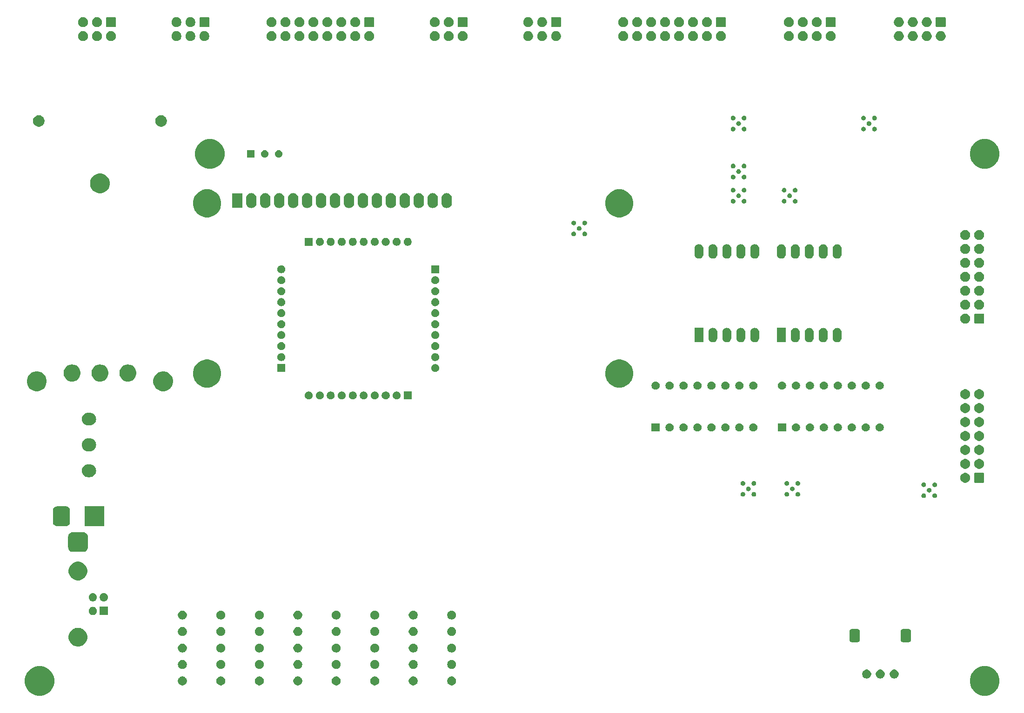
<source format=gbs>
G04 #@! TF.GenerationSoftware,KiCad,Pcbnew,(5.1.6)-1*
G04 #@! TF.CreationDate,2021-10-19T00:56:07+07:00*
G04 #@! TF.ProjectId,digitalSystemBoard,64696769-7461-46c5-9379-7374656d426f,rev?*
G04 #@! TF.SameCoordinates,Original*
G04 #@! TF.FileFunction,Soldermask,Bot*
G04 #@! TF.FilePolarity,Negative*
%FSLAX46Y46*%
G04 Gerber Fmt 4.6, Leading zero omitted, Abs format (unit mm)*
G04 Created by KiCad (PCBNEW (5.1.6)-1) date 2021-10-19 00:56:07*
%MOMM*%
%LPD*%
G01*
G04 APERTURE LIST*
%ADD10C,0.100000*%
G04 APERTURE END LIST*
D10*
G36*
X226787852Y-153402797D02*
G01*
X227279402Y-153606404D01*
X227279403Y-153606405D01*
X227721787Y-153901996D01*
X228098004Y-154278213D01*
X228248106Y-154502857D01*
X228393596Y-154720598D01*
X228597203Y-155212148D01*
X228701000Y-155733973D01*
X228701000Y-156266027D01*
X228597203Y-156787852D01*
X228393596Y-157279402D01*
X228393595Y-157279403D01*
X228098004Y-157721787D01*
X227721787Y-158098004D01*
X227426195Y-158295512D01*
X227279402Y-158393596D01*
X226787852Y-158597203D01*
X226266027Y-158701000D01*
X225733973Y-158701000D01*
X225212148Y-158597203D01*
X224720598Y-158393596D01*
X224573805Y-158295512D01*
X224278213Y-158098004D01*
X223901996Y-157721787D01*
X223606405Y-157279403D01*
X223606404Y-157279402D01*
X223402797Y-156787852D01*
X223299000Y-156266027D01*
X223299000Y-155733973D01*
X223402797Y-155212148D01*
X223606404Y-154720598D01*
X223751894Y-154502857D01*
X223901996Y-154278213D01*
X224278213Y-153901996D01*
X224720597Y-153606405D01*
X224720598Y-153606404D01*
X225212148Y-153402797D01*
X225733973Y-153299000D01*
X226266027Y-153299000D01*
X226787852Y-153402797D01*
G37*
G36*
X54787852Y-153402797D02*
G01*
X55279402Y-153606404D01*
X55279403Y-153606405D01*
X55721787Y-153901996D01*
X56098004Y-154278213D01*
X56248106Y-154502857D01*
X56393596Y-154720598D01*
X56597203Y-155212148D01*
X56701000Y-155733973D01*
X56701000Y-156266027D01*
X56597203Y-156787852D01*
X56393596Y-157279402D01*
X56393595Y-157279403D01*
X56098004Y-157721787D01*
X55721787Y-158098004D01*
X55426195Y-158295512D01*
X55279402Y-158393596D01*
X54787852Y-158597203D01*
X54266027Y-158701000D01*
X53733973Y-158701000D01*
X53212148Y-158597203D01*
X52720598Y-158393596D01*
X52573805Y-158295512D01*
X52278213Y-158098004D01*
X51901996Y-157721787D01*
X51606405Y-157279403D01*
X51606404Y-157279402D01*
X51402797Y-156787852D01*
X51299000Y-156266027D01*
X51299000Y-155733973D01*
X51402797Y-155212148D01*
X51606404Y-154720598D01*
X51751894Y-154502857D01*
X51901996Y-154278213D01*
X52278213Y-153901996D01*
X52720597Y-153606405D01*
X52720598Y-153606404D01*
X53212148Y-153402797D01*
X53733973Y-153299000D01*
X54266027Y-153299000D01*
X54787852Y-153402797D01*
G37*
G36*
X129237142Y-155218242D02*
G01*
X129385101Y-155279529D01*
X129518255Y-155368499D01*
X129631501Y-155481745D01*
X129720471Y-155614899D01*
X129781758Y-155762858D01*
X129813000Y-155919925D01*
X129813000Y-156080075D01*
X129781758Y-156237142D01*
X129720471Y-156385101D01*
X129631501Y-156518255D01*
X129518255Y-156631501D01*
X129385101Y-156720471D01*
X129237142Y-156781758D01*
X129080075Y-156813000D01*
X128919925Y-156813000D01*
X128762858Y-156781758D01*
X128614899Y-156720471D01*
X128481745Y-156631501D01*
X128368499Y-156518255D01*
X128279529Y-156385101D01*
X128218242Y-156237142D01*
X128187000Y-156080075D01*
X128187000Y-155919925D01*
X128218242Y-155762858D01*
X128279529Y-155614899D01*
X128368499Y-155481745D01*
X128481745Y-155368499D01*
X128614899Y-155279529D01*
X128762858Y-155218242D01*
X128919925Y-155187000D01*
X129080075Y-155187000D01*
X129237142Y-155218242D01*
G37*
G36*
X80237142Y-155218242D02*
G01*
X80385101Y-155279529D01*
X80518255Y-155368499D01*
X80631501Y-155481745D01*
X80720471Y-155614899D01*
X80781758Y-155762858D01*
X80813000Y-155919925D01*
X80813000Y-156080075D01*
X80781758Y-156237142D01*
X80720471Y-156385101D01*
X80631501Y-156518255D01*
X80518255Y-156631501D01*
X80385101Y-156720471D01*
X80237142Y-156781758D01*
X80080075Y-156813000D01*
X79919925Y-156813000D01*
X79762858Y-156781758D01*
X79614899Y-156720471D01*
X79481745Y-156631501D01*
X79368499Y-156518255D01*
X79279529Y-156385101D01*
X79218242Y-156237142D01*
X79187000Y-156080075D01*
X79187000Y-155919925D01*
X79218242Y-155762858D01*
X79279529Y-155614899D01*
X79368499Y-155481745D01*
X79481745Y-155368499D01*
X79614899Y-155279529D01*
X79762858Y-155218242D01*
X79919925Y-155187000D01*
X80080075Y-155187000D01*
X80237142Y-155218242D01*
G37*
G36*
X87237142Y-155218242D02*
G01*
X87385101Y-155279529D01*
X87518255Y-155368499D01*
X87631501Y-155481745D01*
X87720471Y-155614899D01*
X87781758Y-155762858D01*
X87813000Y-155919925D01*
X87813000Y-156080075D01*
X87781758Y-156237142D01*
X87720471Y-156385101D01*
X87631501Y-156518255D01*
X87518255Y-156631501D01*
X87385101Y-156720471D01*
X87237142Y-156781758D01*
X87080075Y-156813000D01*
X86919925Y-156813000D01*
X86762858Y-156781758D01*
X86614899Y-156720471D01*
X86481745Y-156631501D01*
X86368499Y-156518255D01*
X86279529Y-156385101D01*
X86218242Y-156237142D01*
X86187000Y-156080075D01*
X86187000Y-155919925D01*
X86218242Y-155762858D01*
X86279529Y-155614899D01*
X86368499Y-155481745D01*
X86481745Y-155368499D01*
X86614899Y-155279529D01*
X86762858Y-155218242D01*
X86919925Y-155187000D01*
X87080075Y-155187000D01*
X87237142Y-155218242D01*
G37*
G36*
X94237142Y-155218242D02*
G01*
X94385101Y-155279529D01*
X94518255Y-155368499D01*
X94631501Y-155481745D01*
X94720471Y-155614899D01*
X94781758Y-155762858D01*
X94813000Y-155919925D01*
X94813000Y-156080075D01*
X94781758Y-156237142D01*
X94720471Y-156385101D01*
X94631501Y-156518255D01*
X94518255Y-156631501D01*
X94385101Y-156720471D01*
X94237142Y-156781758D01*
X94080075Y-156813000D01*
X93919925Y-156813000D01*
X93762858Y-156781758D01*
X93614899Y-156720471D01*
X93481745Y-156631501D01*
X93368499Y-156518255D01*
X93279529Y-156385101D01*
X93218242Y-156237142D01*
X93187000Y-156080075D01*
X93187000Y-155919925D01*
X93218242Y-155762858D01*
X93279529Y-155614899D01*
X93368499Y-155481745D01*
X93481745Y-155368499D01*
X93614899Y-155279529D01*
X93762858Y-155218242D01*
X93919925Y-155187000D01*
X94080075Y-155187000D01*
X94237142Y-155218242D01*
G37*
G36*
X101237142Y-155218242D02*
G01*
X101385101Y-155279529D01*
X101518255Y-155368499D01*
X101631501Y-155481745D01*
X101720471Y-155614899D01*
X101781758Y-155762858D01*
X101813000Y-155919925D01*
X101813000Y-156080075D01*
X101781758Y-156237142D01*
X101720471Y-156385101D01*
X101631501Y-156518255D01*
X101518255Y-156631501D01*
X101385101Y-156720471D01*
X101237142Y-156781758D01*
X101080075Y-156813000D01*
X100919925Y-156813000D01*
X100762858Y-156781758D01*
X100614899Y-156720471D01*
X100481745Y-156631501D01*
X100368499Y-156518255D01*
X100279529Y-156385101D01*
X100218242Y-156237142D01*
X100187000Y-156080075D01*
X100187000Y-155919925D01*
X100218242Y-155762858D01*
X100279529Y-155614899D01*
X100368499Y-155481745D01*
X100481745Y-155368499D01*
X100614899Y-155279529D01*
X100762858Y-155218242D01*
X100919925Y-155187000D01*
X101080075Y-155187000D01*
X101237142Y-155218242D01*
G37*
G36*
X115237142Y-155218242D02*
G01*
X115385101Y-155279529D01*
X115518255Y-155368499D01*
X115631501Y-155481745D01*
X115720471Y-155614899D01*
X115781758Y-155762858D01*
X115813000Y-155919925D01*
X115813000Y-156080075D01*
X115781758Y-156237142D01*
X115720471Y-156385101D01*
X115631501Y-156518255D01*
X115518255Y-156631501D01*
X115385101Y-156720471D01*
X115237142Y-156781758D01*
X115080075Y-156813000D01*
X114919925Y-156813000D01*
X114762858Y-156781758D01*
X114614899Y-156720471D01*
X114481745Y-156631501D01*
X114368499Y-156518255D01*
X114279529Y-156385101D01*
X114218242Y-156237142D01*
X114187000Y-156080075D01*
X114187000Y-155919925D01*
X114218242Y-155762858D01*
X114279529Y-155614899D01*
X114368499Y-155481745D01*
X114481745Y-155368499D01*
X114614899Y-155279529D01*
X114762858Y-155218242D01*
X114919925Y-155187000D01*
X115080075Y-155187000D01*
X115237142Y-155218242D01*
G37*
G36*
X122237142Y-155218242D02*
G01*
X122385101Y-155279529D01*
X122518255Y-155368499D01*
X122631501Y-155481745D01*
X122720471Y-155614899D01*
X122781758Y-155762858D01*
X122813000Y-155919925D01*
X122813000Y-156080075D01*
X122781758Y-156237142D01*
X122720471Y-156385101D01*
X122631501Y-156518255D01*
X122518255Y-156631501D01*
X122385101Y-156720471D01*
X122237142Y-156781758D01*
X122080075Y-156813000D01*
X121919925Y-156813000D01*
X121762858Y-156781758D01*
X121614899Y-156720471D01*
X121481745Y-156631501D01*
X121368499Y-156518255D01*
X121279529Y-156385101D01*
X121218242Y-156237142D01*
X121187000Y-156080075D01*
X121187000Y-155919925D01*
X121218242Y-155762858D01*
X121279529Y-155614899D01*
X121368499Y-155481745D01*
X121481745Y-155368499D01*
X121614899Y-155279529D01*
X121762858Y-155218242D01*
X121919925Y-155187000D01*
X122080075Y-155187000D01*
X122237142Y-155218242D01*
G37*
G36*
X108237142Y-155218242D02*
G01*
X108385101Y-155279529D01*
X108518255Y-155368499D01*
X108631501Y-155481745D01*
X108720471Y-155614899D01*
X108781758Y-155762858D01*
X108813000Y-155919925D01*
X108813000Y-156080075D01*
X108781758Y-156237142D01*
X108720471Y-156385101D01*
X108631501Y-156518255D01*
X108518255Y-156631501D01*
X108385101Y-156720471D01*
X108237142Y-156781758D01*
X108080075Y-156813000D01*
X107919925Y-156813000D01*
X107762858Y-156781758D01*
X107614899Y-156720471D01*
X107481745Y-156631501D01*
X107368499Y-156518255D01*
X107279529Y-156385101D01*
X107218242Y-156237142D01*
X107187000Y-156080075D01*
X107187000Y-155919925D01*
X107218242Y-155762858D01*
X107279529Y-155614899D01*
X107368499Y-155481745D01*
X107481745Y-155368499D01*
X107614899Y-155279529D01*
X107762858Y-155218242D01*
X107919925Y-155187000D01*
X108080075Y-155187000D01*
X108237142Y-155218242D01*
G37*
G36*
X204777142Y-153958242D02*
G01*
X204925101Y-154019529D01*
X205058255Y-154108499D01*
X205171501Y-154221745D01*
X205260471Y-154354899D01*
X205321758Y-154502858D01*
X205353000Y-154659925D01*
X205353000Y-154820075D01*
X205321758Y-154977142D01*
X205260471Y-155125101D01*
X205171501Y-155258255D01*
X205058255Y-155371501D01*
X204925101Y-155460471D01*
X204777142Y-155521758D01*
X204620075Y-155553000D01*
X204459925Y-155553000D01*
X204302858Y-155521758D01*
X204154899Y-155460471D01*
X204021745Y-155371501D01*
X203908499Y-155258255D01*
X203819529Y-155125101D01*
X203758242Y-154977142D01*
X203727000Y-154820075D01*
X203727000Y-154659925D01*
X203758242Y-154502858D01*
X203819529Y-154354899D01*
X203908499Y-154221745D01*
X204021745Y-154108499D01*
X204154899Y-154019529D01*
X204302858Y-153958242D01*
X204459925Y-153927000D01*
X204620075Y-153927000D01*
X204777142Y-153958242D01*
G37*
G36*
X209777142Y-153958242D02*
G01*
X209925101Y-154019529D01*
X210058255Y-154108499D01*
X210171501Y-154221745D01*
X210260471Y-154354899D01*
X210321758Y-154502858D01*
X210353000Y-154659925D01*
X210353000Y-154820075D01*
X210321758Y-154977142D01*
X210260471Y-155125101D01*
X210171501Y-155258255D01*
X210058255Y-155371501D01*
X209925101Y-155460471D01*
X209777142Y-155521758D01*
X209620075Y-155553000D01*
X209459925Y-155553000D01*
X209302858Y-155521758D01*
X209154899Y-155460471D01*
X209021745Y-155371501D01*
X208908499Y-155258255D01*
X208819529Y-155125101D01*
X208758242Y-154977142D01*
X208727000Y-154820075D01*
X208727000Y-154659925D01*
X208758242Y-154502858D01*
X208819529Y-154354899D01*
X208908499Y-154221745D01*
X209021745Y-154108499D01*
X209154899Y-154019529D01*
X209302858Y-153958242D01*
X209459925Y-153927000D01*
X209620075Y-153927000D01*
X209777142Y-153958242D01*
G37*
G36*
X207237142Y-153958242D02*
G01*
X207385101Y-154019529D01*
X207518255Y-154108499D01*
X207631501Y-154221745D01*
X207720471Y-154354899D01*
X207781758Y-154502858D01*
X207813000Y-154659925D01*
X207813000Y-154820075D01*
X207781758Y-154977142D01*
X207720471Y-155125101D01*
X207631501Y-155258255D01*
X207518255Y-155371501D01*
X207385101Y-155460471D01*
X207237142Y-155521758D01*
X207080075Y-155553000D01*
X206919925Y-155553000D01*
X206762858Y-155521758D01*
X206614899Y-155460471D01*
X206481745Y-155371501D01*
X206368499Y-155258255D01*
X206279529Y-155125101D01*
X206218242Y-154977142D01*
X206187000Y-154820075D01*
X206187000Y-154659925D01*
X206218242Y-154502858D01*
X206279529Y-154354899D01*
X206368499Y-154221745D01*
X206481745Y-154108499D01*
X206614899Y-154019529D01*
X206762858Y-153958242D01*
X206919925Y-153927000D01*
X207080075Y-153927000D01*
X207237142Y-153958242D01*
G37*
G36*
X108237142Y-152218242D02*
G01*
X108385101Y-152279529D01*
X108518255Y-152368499D01*
X108631501Y-152481745D01*
X108720471Y-152614899D01*
X108781758Y-152762858D01*
X108813000Y-152919925D01*
X108813000Y-153080075D01*
X108781758Y-153237142D01*
X108720471Y-153385101D01*
X108631501Y-153518255D01*
X108518255Y-153631501D01*
X108385101Y-153720471D01*
X108237142Y-153781758D01*
X108080075Y-153813000D01*
X107919925Y-153813000D01*
X107762858Y-153781758D01*
X107614899Y-153720471D01*
X107481745Y-153631501D01*
X107368499Y-153518255D01*
X107279529Y-153385101D01*
X107218242Y-153237142D01*
X107187000Y-153080075D01*
X107187000Y-152919925D01*
X107218242Y-152762858D01*
X107279529Y-152614899D01*
X107368499Y-152481745D01*
X107481745Y-152368499D01*
X107614899Y-152279529D01*
X107762858Y-152218242D01*
X107919925Y-152187000D01*
X108080075Y-152187000D01*
X108237142Y-152218242D01*
G37*
G36*
X122237142Y-152218242D02*
G01*
X122385101Y-152279529D01*
X122518255Y-152368499D01*
X122631501Y-152481745D01*
X122720471Y-152614899D01*
X122781758Y-152762858D01*
X122813000Y-152919925D01*
X122813000Y-153080075D01*
X122781758Y-153237142D01*
X122720471Y-153385101D01*
X122631501Y-153518255D01*
X122518255Y-153631501D01*
X122385101Y-153720471D01*
X122237142Y-153781758D01*
X122080075Y-153813000D01*
X121919925Y-153813000D01*
X121762858Y-153781758D01*
X121614899Y-153720471D01*
X121481745Y-153631501D01*
X121368499Y-153518255D01*
X121279529Y-153385101D01*
X121218242Y-153237142D01*
X121187000Y-153080075D01*
X121187000Y-152919925D01*
X121218242Y-152762858D01*
X121279529Y-152614899D01*
X121368499Y-152481745D01*
X121481745Y-152368499D01*
X121614899Y-152279529D01*
X121762858Y-152218242D01*
X121919925Y-152187000D01*
X122080075Y-152187000D01*
X122237142Y-152218242D01*
G37*
G36*
X115237142Y-152218242D02*
G01*
X115385101Y-152279529D01*
X115518255Y-152368499D01*
X115631501Y-152481745D01*
X115720471Y-152614899D01*
X115781758Y-152762858D01*
X115813000Y-152919925D01*
X115813000Y-153080075D01*
X115781758Y-153237142D01*
X115720471Y-153385101D01*
X115631501Y-153518255D01*
X115518255Y-153631501D01*
X115385101Y-153720471D01*
X115237142Y-153781758D01*
X115080075Y-153813000D01*
X114919925Y-153813000D01*
X114762858Y-153781758D01*
X114614899Y-153720471D01*
X114481745Y-153631501D01*
X114368499Y-153518255D01*
X114279529Y-153385101D01*
X114218242Y-153237142D01*
X114187000Y-153080075D01*
X114187000Y-152919925D01*
X114218242Y-152762858D01*
X114279529Y-152614899D01*
X114368499Y-152481745D01*
X114481745Y-152368499D01*
X114614899Y-152279529D01*
X114762858Y-152218242D01*
X114919925Y-152187000D01*
X115080075Y-152187000D01*
X115237142Y-152218242D01*
G37*
G36*
X87237142Y-152218242D02*
G01*
X87385101Y-152279529D01*
X87518255Y-152368499D01*
X87631501Y-152481745D01*
X87720471Y-152614899D01*
X87781758Y-152762858D01*
X87813000Y-152919925D01*
X87813000Y-153080075D01*
X87781758Y-153237142D01*
X87720471Y-153385101D01*
X87631501Y-153518255D01*
X87518255Y-153631501D01*
X87385101Y-153720471D01*
X87237142Y-153781758D01*
X87080075Y-153813000D01*
X86919925Y-153813000D01*
X86762858Y-153781758D01*
X86614899Y-153720471D01*
X86481745Y-153631501D01*
X86368499Y-153518255D01*
X86279529Y-153385101D01*
X86218242Y-153237142D01*
X86187000Y-153080075D01*
X86187000Y-152919925D01*
X86218242Y-152762858D01*
X86279529Y-152614899D01*
X86368499Y-152481745D01*
X86481745Y-152368499D01*
X86614899Y-152279529D01*
X86762858Y-152218242D01*
X86919925Y-152187000D01*
X87080075Y-152187000D01*
X87237142Y-152218242D01*
G37*
G36*
X94237142Y-152218242D02*
G01*
X94385101Y-152279529D01*
X94518255Y-152368499D01*
X94631501Y-152481745D01*
X94720471Y-152614899D01*
X94781758Y-152762858D01*
X94813000Y-152919925D01*
X94813000Y-153080075D01*
X94781758Y-153237142D01*
X94720471Y-153385101D01*
X94631501Y-153518255D01*
X94518255Y-153631501D01*
X94385101Y-153720471D01*
X94237142Y-153781758D01*
X94080075Y-153813000D01*
X93919925Y-153813000D01*
X93762858Y-153781758D01*
X93614899Y-153720471D01*
X93481745Y-153631501D01*
X93368499Y-153518255D01*
X93279529Y-153385101D01*
X93218242Y-153237142D01*
X93187000Y-153080075D01*
X93187000Y-152919925D01*
X93218242Y-152762858D01*
X93279529Y-152614899D01*
X93368499Y-152481745D01*
X93481745Y-152368499D01*
X93614899Y-152279529D01*
X93762858Y-152218242D01*
X93919925Y-152187000D01*
X94080075Y-152187000D01*
X94237142Y-152218242D01*
G37*
G36*
X80237142Y-152218242D02*
G01*
X80385101Y-152279529D01*
X80518255Y-152368499D01*
X80631501Y-152481745D01*
X80720471Y-152614899D01*
X80781758Y-152762858D01*
X80813000Y-152919925D01*
X80813000Y-153080075D01*
X80781758Y-153237142D01*
X80720471Y-153385101D01*
X80631501Y-153518255D01*
X80518255Y-153631501D01*
X80385101Y-153720471D01*
X80237142Y-153781758D01*
X80080075Y-153813000D01*
X79919925Y-153813000D01*
X79762858Y-153781758D01*
X79614899Y-153720471D01*
X79481745Y-153631501D01*
X79368499Y-153518255D01*
X79279529Y-153385101D01*
X79218242Y-153237142D01*
X79187000Y-153080075D01*
X79187000Y-152919925D01*
X79218242Y-152762858D01*
X79279529Y-152614899D01*
X79368499Y-152481745D01*
X79481745Y-152368499D01*
X79614899Y-152279529D01*
X79762858Y-152218242D01*
X79919925Y-152187000D01*
X80080075Y-152187000D01*
X80237142Y-152218242D01*
G37*
G36*
X101237142Y-152218242D02*
G01*
X101385101Y-152279529D01*
X101518255Y-152368499D01*
X101631501Y-152481745D01*
X101720471Y-152614899D01*
X101781758Y-152762858D01*
X101813000Y-152919925D01*
X101813000Y-153080075D01*
X101781758Y-153237142D01*
X101720471Y-153385101D01*
X101631501Y-153518255D01*
X101518255Y-153631501D01*
X101385101Y-153720471D01*
X101237142Y-153781758D01*
X101080075Y-153813000D01*
X100919925Y-153813000D01*
X100762858Y-153781758D01*
X100614899Y-153720471D01*
X100481745Y-153631501D01*
X100368499Y-153518255D01*
X100279529Y-153385101D01*
X100218242Y-153237142D01*
X100187000Y-153080075D01*
X100187000Y-152919925D01*
X100218242Y-152762858D01*
X100279529Y-152614899D01*
X100368499Y-152481745D01*
X100481745Y-152368499D01*
X100614899Y-152279529D01*
X100762858Y-152218242D01*
X100919925Y-152187000D01*
X101080075Y-152187000D01*
X101237142Y-152218242D01*
G37*
G36*
X129237142Y-152218242D02*
G01*
X129385101Y-152279529D01*
X129518255Y-152368499D01*
X129631501Y-152481745D01*
X129720471Y-152614899D01*
X129781758Y-152762858D01*
X129813000Y-152919925D01*
X129813000Y-153080075D01*
X129781758Y-153237142D01*
X129720471Y-153385101D01*
X129631501Y-153518255D01*
X129518255Y-153631501D01*
X129385101Y-153720471D01*
X129237142Y-153781758D01*
X129080075Y-153813000D01*
X128919925Y-153813000D01*
X128762858Y-153781758D01*
X128614899Y-153720471D01*
X128481745Y-153631501D01*
X128368499Y-153518255D01*
X128279529Y-153385101D01*
X128218242Y-153237142D01*
X128187000Y-153080075D01*
X128187000Y-152919925D01*
X128218242Y-152762858D01*
X128279529Y-152614899D01*
X128368499Y-152481745D01*
X128481745Y-152368499D01*
X128614899Y-152279529D01*
X128762858Y-152218242D01*
X128919925Y-152187000D01*
X129080075Y-152187000D01*
X129237142Y-152218242D01*
G37*
G36*
X80237142Y-149218242D02*
G01*
X80385101Y-149279529D01*
X80518255Y-149368499D01*
X80631501Y-149481745D01*
X80720471Y-149614899D01*
X80781758Y-149762858D01*
X80813000Y-149919925D01*
X80813000Y-150080075D01*
X80781758Y-150237142D01*
X80720471Y-150385101D01*
X80631501Y-150518255D01*
X80518255Y-150631501D01*
X80385101Y-150720471D01*
X80237142Y-150781758D01*
X80080075Y-150813000D01*
X79919925Y-150813000D01*
X79762858Y-150781758D01*
X79614899Y-150720471D01*
X79481745Y-150631501D01*
X79368499Y-150518255D01*
X79279529Y-150385101D01*
X79218242Y-150237142D01*
X79187000Y-150080075D01*
X79187000Y-149919925D01*
X79218242Y-149762858D01*
X79279529Y-149614899D01*
X79368499Y-149481745D01*
X79481745Y-149368499D01*
X79614899Y-149279529D01*
X79762858Y-149218242D01*
X79919925Y-149187000D01*
X80080075Y-149187000D01*
X80237142Y-149218242D01*
G37*
G36*
X122237142Y-149218242D02*
G01*
X122385101Y-149279529D01*
X122518255Y-149368499D01*
X122631501Y-149481745D01*
X122720471Y-149614899D01*
X122781758Y-149762858D01*
X122813000Y-149919925D01*
X122813000Y-150080075D01*
X122781758Y-150237142D01*
X122720471Y-150385101D01*
X122631501Y-150518255D01*
X122518255Y-150631501D01*
X122385101Y-150720471D01*
X122237142Y-150781758D01*
X122080075Y-150813000D01*
X121919925Y-150813000D01*
X121762858Y-150781758D01*
X121614899Y-150720471D01*
X121481745Y-150631501D01*
X121368499Y-150518255D01*
X121279529Y-150385101D01*
X121218242Y-150237142D01*
X121187000Y-150080075D01*
X121187000Y-149919925D01*
X121218242Y-149762858D01*
X121279529Y-149614899D01*
X121368499Y-149481745D01*
X121481745Y-149368499D01*
X121614899Y-149279529D01*
X121762858Y-149218242D01*
X121919925Y-149187000D01*
X122080075Y-149187000D01*
X122237142Y-149218242D01*
G37*
G36*
X94237142Y-149218242D02*
G01*
X94385101Y-149279529D01*
X94518255Y-149368499D01*
X94631501Y-149481745D01*
X94720471Y-149614899D01*
X94781758Y-149762858D01*
X94813000Y-149919925D01*
X94813000Y-150080075D01*
X94781758Y-150237142D01*
X94720471Y-150385101D01*
X94631501Y-150518255D01*
X94518255Y-150631501D01*
X94385101Y-150720471D01*
X94237142Y-150781758D01*
X94080075Y-150813000D01*
X93919925Y-150813000D01*
X93762858Y-150781758D01*
X93614899Y-150720471D01*
X93481745Y-150631501D01*
X93368499Y-150518255D01*
X93279529Y-150385101D01*
X93218242Y-150237142D01*
X93187000Y-150080075D01*
X93187000Y-149919925D01*
X93218242Y-149762858D01*
X93279529Y-149614899D01*
X93368499Y-149481745D01*
X93481745Y-149368499D01*
X93614899Y-149279529D01*
X93762858Y-149218242D01*
X93919925Y-149187000D01*
X94080075Y-149187000D01*
X94237142Y-149218242D01*
G37*
G36*
X108237142Y-149218242D02*
G01*
X108385101Y-149279529D01*
X108518255Y-149368499D01*
X108631501Y-149481745D01*
X108720471Y-149614899D01*
X108781758Y-149762858D01*
X108813000Y-149919925D01*
X108813000Y-150080075D01*
X108781758Y-150237142D01*
X108720471Y-150385101D01*
X108631501Y-150518255D01*
X108518255Y-150631501D01*
X108385101Y-150720471D01*
X108237142Y-150781758D01*
X108080075Y-150813000D01*
X107919925Y-150813000D01*
X107762858Y-150781758D01*
X107614899Y-150720471D01*
X107481745Y-150631501D01*
X107368499Y-150518255D01*
X107279529Y-150385101D01*
X107218242Y-150237142D01*
X107187000Y-150080075D01*
X107187000Y-149919925D01*
X107218242Y-149762858D01*
X107279529Y-149614899D01*
X107368499Y-149481745D01*
X107481745Y-149368499D01*
X107614899Y-149279529D01*
X107762858Y-149218242D01*
X107919925Y-149187000D01*
X108080075Y-149187000D01*
X108237142Y-149218242D01*
G37*
G36*
X129237142Y-149218242D02*
G01*
X129385101Y-149279529D01*
X129518255Y-149368499D01*
X129631501Y-149481745D01*
X129720471Y-149614899D01*
X129781758Y-149762858D01*
X129813000Y-149919925D01*
X129813000Y-150080075D01*
X129781758Y-150237142D01*
X129720471Y-150385101D01*
X129631501Y-150518255D01*
X129518255Y-150631501D01*
X129385101Y-150720471D01*
X129237142Y-150781758D01*
X129080075Y-150813000D01*
X128919925Y-150813000D01*
X128762858Y-150781758D01*
X128614899Y-150720471D01*
X128481745Y-150631501D01*
X128368499Y-150518255D01*
X128279529Y-150385101D01*
X128218242Y-150237142D01*
X128187000Y-150080075D01*
X128187000Y-149919925D01*
X128218242Y-149762858D01*
X128279529Y-149614899D01*
X128368499Y-149481745D01*
X128481745Y-149368499D01*
X128614899Y-149279529D01*
X128762858Y-149218242D01*
X128919925Y-149187000D01*
X129080075Y-149187000D01*
X129237142Y-149218242D01*
G37*
G36*
X87237142Y-149218242D02*
G01*
X87385101Y-149279529D01*
X87518255Y-149368499D01*
X87631501Y-149481745D01*
X87720471Y-149614899D01*
X87781758Y-149762858D01*
X87813000Y-149919925D01*
X87813000Y-150080075D01*
X87781758Y-150237142D01*
X87720471Y-150385101D01*
X87631501Y-150518255D01*
X87518255Y-150631501D01*
X87385101Y-150720471D01*
X87237142Y-150781758D01*
X87080075Y-150813000D01*
X86919925Y-150813000D01*
X86762858Y-150781758D01*
X86614899Y-150720471D01*
X86481745Y-150631501D01*
X86368499Y-150518255D01*
X86279529Y-150385101D01*
X86218242Y-150237142D01*
X86187000Y-150080075D01*
X86187000Y-149919925D01*
X86218242Y-149762858D01*
X86279529Y-149614899D01*
X86368499Y-149481745D01*
X86481745Y-149368499D01*
X86614899Y-149279529D01*
X86762858Y-149218242D01*
X86919925Y-149187000D01*
X87080075Y-149187000D01*
X87237142Y-149218242D01*
G37*
G36*
X115237142Y-149218242D02*
G01*
X115385101Y-149279529D01*
X115518255Y-149368499D01*
X115631501Y-149481745D01*
X115720471Y-149614899D01*
X115781758Y-149762858D01*
X115813000Y-149919925D01*
X115813000Y-150080075D01*
X115781758Y-150237142D01*
X115720471Y-150385101D01*
X115631501Y-150518255D01*
X115518255Y-150631501D01*
X115385101Y-150720471D01*
X115237142Y-150781758D01*
X115080075Y-150813000D01*
X114919925Y-150813000D01*
X114762858Y-150781758D01*
X114614899Y-150720471D01*
X114481745Y-150631501D01*
X114368499Y-150518255D01*
X114279529Y-150385101D01*
X114218242Y-150237142D01*
X114187000Y-150080075D01*
X114187000Y-149919925D01*
X114218242Y-149762858D01*
X114279529Y-149614899D01*
X114368499Y-149481745D01*
X114481745Y-149368499D01*
X114614899Y-149279529D01*
X114762858Y-149218242D01*
X114919925Y-149187000D01*
X115080075Y-149187000D01*
X115237142Y-149218242D01*
G37*
G36*
X101237142Y-149218242D02*
G01*
X101385101Y-149279529D01*
X101518255Y-149368499D01*
X101631501Y-149481745D01*
X101720471Y-149614899D01*
X101781758Y-149762858D01*
X101813000Y-149919925D01*
X101813000Y-150080075D01*
X101781758Y-150237142D01*
X101720471Y-150385101D01*
X101631501Y-150518255D01*
X101518255Y-150631501D01*
X101385101Y-150720471D01*
X101237142Y-150781758D01*
X101080075Y-150813000D01*
X100919925Y-150813000D01*
X100762858Y-150781758D01*
X100614899Y-150720471D01*
X100481745Y-150631501D01*
X100368499Y-150518255D01*
X100279529Y-150385101D01*
X100218242Y-150237142D01*
X100187000Y-150080075D01*
X100187000Y-149919925D01*
X100218242Y-149762858D01*
X100279529Y-149614899D01*
X100368499Y-149481745D01*
X100481745Y-149368499D01*
X100614899Y-149279529D01*
X100762858Y-149218242D01*
X100919925Y-149187000D01*
X101080075Y-149187000D01*
X101237142Y-149218242D01*
G37*
G36*
X61498496Y-146376675D02*
G01*
X61752156Y-146481745D01*
X61809515Y-146505504D01*
X62089424Y-146692533D01*
X62327467Y-146930576D01*
X62514496Y-147210485D01*
X62514497Y-147210487D01*
X62643325Y-147521504D01*
X62709000Y-147851677D01*
X62709000Y-148188323D01*
X62643325Y-148518496D01*
X62518600Y-148819608D01*
X62514496Y-148829515D01*
X62327467Y-149109424D01*
X62089424Y-149347467D01*
X61809515Y-149534496D01*
X61809514Y-149534497D01*
X61809513Y-149534497D01*
X61498496Y-149663325D01*
X61168323Y-149729000D01*
X60831677Y-149729000D01*
X60501504Y-149663325D01*
X60190487Y-149534497D01*
X60190486Y-149534497D01*
X60190485Y-149534496D01*
X59910576Y-149347467D01*
X59672533Y-149109424D01*
X59485504Y-148829515D01*
X59481400Y-148819608D01*
X59356675Y-148518496D01*
X59291000Y-148188323D01*
X59291000Y-147851677D01*
X59356675Y-147521504D01*
X59485503Y-147210487D01*
X59485504Y-147210485D01*
X59672533Y-146930576D01*
X59910576Y-146692533D01*
X60190485Y-146505504D01*
X60247844Y-146481745D01*
X60501504Y-146376675D01*
X60831677Y-146311000D01*
X61168323Y-146311000D01*
X61498496Y-146376675D01*
G37*
G36*
X212268455Y-146547528D02*
G01*
X212345812Y-146570995D01*
X212417117Y-146609108D01*
X212479608Y-146660392D01*
X212530892Y-146722883D01*
X212569005Y-146794188D01*
X212592472Y-146871545D01*
X212601000Y-146958140D01*
X212601000Y-148521860D01*
X212592472Y-148608455D01*
X212569005Y-148685812D01*
X212530892Y-148757117D01*
X212479608Y-148819608D01*
X212417117Y-148870892D01*
X212345812Y-148909005D01*
X212268455Y-148932472D01*
X212181860Y-148941000D01*
X211118140Y-148941000D01*
X211031545Y-148932472D01*
X210954188Y-148909005D01*
X210882883Y-148870892D01*
X210820392Y-148819608D01*
X210769108Y-148757117D01*
X210730995Y-148685812D01*
X210707528Y-148608455D01*
X210699000Y-148521860D01*
X210699000Y-146958140D01*
X210707528Y-146871545D01*
X210730995Y-146794188D01*
X210769108Y-146722883D01*
X210820392Y-146660392D01*
X210882883Y-146609108D01*
X210954188Y-146570995D01*
X211031545Y-146547528D01*
X211118140Y-146539000D01*
X212181860Y-146539000D01*
X212268455Y-146547528D01*
G37*
G36*
X202968455Y-146547528D02*
G01*
X203045812Y-146570995D01*
X203117117Y-146609108D01*
X203179608Y-146660392D01*
X203230892Y-146722883D01*
X203269005Y-146794188D01*
X203292472Y-146871545D01*
X203301000Y-146958140D01*
X203301000Y-148521860D01*
X203292472Y-148608455D01*
X203269005Y-148685812D01*
X203230892Y-148757117D01*
X203179608Y-148819608D01*
X203117117Y-148870892D01*
X203045812Y-148909005D01*
X202968455Y-148932472D01*
X202881860Y-148941000D01*
X201818140Y-148941000D01*
X201731545Y-148932472D01*
X201654188Y-148909005D01*
X201582883Y-148870892D01*
X201520392Y-148819608D01*
X201469108Y-148757117D01*
X201430995Y-148685812D01*
X201407528Y-148608455D01*
X201399000Y-148521860D01*
X201399000Y-146958140D01*
X201407528Y-146871545D01*
X201430995Y-146794188D01*
X201469108Y-146722883D01*
X201520392Y-146660392D01*
X201582883Y-146609108D01*
X201654188Y-146570995D01*
X201731545Y-146547528D01*
X201818140Y-146539000D01*
X202881860Y-146539000D01*
X202968455Y-146547528D01*
G37*
G36*
X80237142Y-146218242D02*
G01*
X80385101Y-146279529D01*
X80518255Y-146368499D01*
X80631501Y-146481745D01*
X80720471Y-146614899D01*
X80781758Y-146762858D01*
X80813000Y-146919925D01*
X80813000Y-147080075D01*
X80781758Y-147237142D01*
X80720471Y-147385101D01*
X80631501Y-147518255D01*
X80518255Y-147631501D01*
X80385101Y-147720471D01*
X80237142Y-147781758D01*
X80080075Y-147813000D01*
X79919925Y-147813000D01*
X79762858Y-147781758D01*
X79614899Y-147720471D01*
X79481745Y-147631501D01*
X79368499Y-147518255D01*
X79279529Y-147385101D01*
X79218242Y-147237142D01*
X79187000Y-147080075D01*
X79187000Y-146919925D01*
X79218242Y-146762858D01*
X79279529Y-146614899D01*
X79368499Y-146481745D01*
X79481745Y-146368499D01*
X79614899Y-146279529D01*
X79762858Y-146218242D01*
X79919925Y-146187000D01*
X80080075Y-146187000D01*
X80237142Y-146218242D01*
G37*
G36*
X122237142Y-146218242D02*
G01*
X122385101Y-146279529D01*
X122518255Y-146368499D01*
X122631501Y-146481745D01*
X122720471Y-146614899D01*
X122781758Y-146762858D01*
X122813000Y-146919925D01*
X122813000Y-147080075D01*
X122781758Y-147237142D01*
X122720471Y-147385101D01*
X122631501Y-147518255D01*
X122518255Y-147631501D01*
X122385101Y-147720471D01*
X122237142Y-147781758D01*
X122080075Y-147813000D01*
X121919925Y-147813000D01*
X121762858Y-147781758D01*
X121614899Y-147720471D01*
X121481745Y-147631501D01*
X121368499Y-147518255D01*
X121279529Y-147385101D01*
X121218242Y-147237142D01*
X121187000Y-147080075D01*
X121187000Y-146919925D01*
X121218242Y-146762858D01*
X121279529Y-146614899D01*
X121368499Y-146481745D01*
X121481745Y-146368499D01*
X121614899Y-146279529D01*
X121762858Y-146218242D01*
X121919925Y-146187000D01*
X122080075Y-146187000D01*
X122237142Y-146218242D01*
G37*
G36*
X115237142Y-146218242D02*
G01*
X115385101Y-146279529D01*
X115518255Y-146368499D01*
X115631501Y-146481745D01*
X115720471Y-146614899D01*
X115781758Y-146762858D01*
X115813000Y-146919925D01*
X115813000Y-147080075D01*
X115781758Y-147237142D01*
X115720471Y-147385101D01*
X115631501Y-147518255D01*
X115518255Y-147631501D01*
X115385101Y-147720471D01*
X115237142Y-147781758D01*
X115080075Y-147813000D01*
X114919925Y-147813000D01*
X114762858Y-147781758D01*
X114614899Y-147720471D01*
X114481745Y-147631501D01*
X114368499Y-147518255D01*
X114279529Y-147385101D01*
X114218242Y-147237142D01*
X114187000Y-147080075D01*
X114187000Y-146919925D01*
X114218242Y-146762858D01*
X114279529Y-146614899D01*
X114368499Y-146481745D01*
X114481745Y-146368499D01*
X114614899Y-146279529D01*
X114762858Y-146218242D01*
X114919925Y-146187000D01*
X115080075Y-146187000D01*
X115237142Y-146218242D01*
G37*
G36*
X108237142Y-146218242D02*
G01*
X108385101Y-146279529D01*
X108518255Y-146368499D01*
X108631501Y-146481745D01*
X108720471Y-146614899D01*
X108781758Y-146762858D01*
X108813000Y-146919925D01*
X108813000Y-147080075D01*
X108781758Y-147237142D01*
X108720471Y-147385101D01*
X108631501Y-147518255D01*
X108518255Y-147631501D01*
X108385101Y-147720471D01*
X108237142Y-147781758D01*
X108080075Y-147813000D01*
X107919925Y-147813000D01*
X107762858Y-147781758D01*
X107614899Y-147720471D01*
X107481745Y-147631501D01*
X107368499Y-147518255D01*
X107279529Y-147385101D01*
X107218242Y-147237142D01*
X107187000Y-147080075D01*
X107187000Y-146919925D01*
X107218242Y-146762858D01*
X107279529Y-146614899D01*
X107368499Y-146481745D01*
X107481745Y-146368499D01*
X107614899Y-146279529D01*
X107762858Y-146218242D01*
X107919925Y-146187000D01*
X108080075Y-146187000D01*
X108237142Y-146218242D01*
G37*
G36*
X94237142Y-146218242D02*
G01*
X94385101Y-146279529D01*
X94518255Y-146368499D01*
X94631501Y-146481745D01*
X94720471Y-146614899D01*
X94781758Y-146762858D01*
X94813000Y-146919925D01*
X94813000Y-147080075D01*
X94781758Y-147237142D01*
X94720471Y-147385101D01*
X94631501Y-147518255D01*
X94518255Y-147631501D01*
X94385101Y-147720471D01*
X94237142Y-147781758D01*
X94080075Y-147813000D01*
X93919925Y-147813000D01*
X93762858Y-147781758D01*
X93614899Y-147720471D01*
X93481745Y-147631501D01*
X93368499Y-147518255D01*
X93279529Y-147385101D01*
X93218242Y-147237142D01*
X93187000Y-147080075D01*
X93187000Y-146919925D01*
X93218242Y-146762858D01*
X93279529Y-146614899D01*
X93368499Y-146481745D01*
X93481745Y-146368499D01*
X93614899Y-146279529D01*
X93762858Y-146218242D01*
X93919925Y-146187000D01*
X94080075Y-146187000D01*
X94237142Y-146218242D01*
G37*
G36*
X87237142Y-146218242D02*
G01*
X87385101Y-146279529D01*
X87518255Y-146368499D01*
X87631501Y-146481745D01*
X87720471Y-146614899D01*
X87781758Y-146762858D01*
X87813000Y-146919925D01*
X87813000Y-147080075D01*
X87781758Y-147237142D01*
X87720471Y-147385101D01*
X87631501Y-147518255D01*
X87518255Y-147631501D01*
X87385101Y-147720471D01*
X87237142Y-147781758D01*
X87080075Y-147813000D01*
X86919925Y-147813000D01*
X86762858Y-147781758D01*
X86614899Y-147720471D01*
X86481745Y-147631501D01*
X86368499Y-147518255D01*
X86279529Y-147385101D01*
X86218242Y-147237142D01*
X86187000Y-147080075D01*
X86187000Y-146919925D01*
X86218242Y-146762858D01*
X86279529Y-146614899D01*
X86368499Y-146481745D01*
X86481745Y-146368499D01*
X86614899Y-146279529D01*
X86762858Y-146218242D01*
X86919925Y-146187000D01*
X87080075Y-146187000D01*
X87237142Y-146218242D01*
G37*
G36*
X129237142Y-146218242D02*
G01*
X129385101Y-146279529D01*
X129518255Y-146368499D01*
X129631501Y-146481745D01*
X129720471Y-146614899D01*
X129781758Y-146762858D01*
X129813000Y-146919925D01*
X129813000Y-147080075D01*
X129781758Y-147237142D01*
X129720471Y-147385101D01*
X129631501Y-147518255D01*
X129518255Y-147631501D01*
X129385101Y-147720471D01*
X129237142Y-147781758D01*
X129080075Y-147813000D01*
X128919925Y-147813000D01*
X128762858Y-147781758D01*
X128614899Y-147720471D01*
X128481745Y-147631501D01*
X128368499Y-147518255D01*
X128279529Y-147385101D01*
X128218242Y-147237142D01*
X128187000Y-147080075D01*
X128187000Y-146919925D01*
X128218242Y-146762858D01*
X128279529Y-146614899D01*
X128368499Y-146481745D01*
X128481745Y-146368499D01*
X128614899Y-146279529D01*
X128762858Y-146218242D01*
X128919925Y-146187000D01*
X129080075Y-146187000D01*
X129237142Y-146218242D01*
G37*
G36*
X101237142Y-146218242D02*
G01*
X101385101Y-146279529D01*
X101518255Y-146368499D01*
X101631501Y-146481745D01*
X101720471Y-146614899D01*
X101781758Y-146762858D01*
X101813000Y-146919925D01*
X101813000Y-147080075D01*
X101781758Y-147237142D01*
X101720471Y-147385101D01*
X101631501Y-147518255D01*
X101518255Y-147631501D01*
X101385101Y-147720471D01*
X101237142Y-147781758D01*
X101080075Y-147813000D01*
X100919925Y-147813000D01*
X100762858Y-147781758D01*
X100614899Y-147720471D01*
X100481745Y-147631501D01*
X100368499Y-147518255D01*
X100279529Y-147385101D01*
X100218242Y-147237142D01*
X100187000Y-147080075D01*
X100187000Y-146919925D01*
X100218242Y-146762858D01*
X100279529Y-146614899D01*
X100368499Y-146481745D01*
X100481745Y-146368499D01*
X100614899Y-146279529D01*
X100762858Y-146218242D01*
X100919925Y-146187000D01*
X101080075Y-146187000D01*
X101237142Y-146218242D01*
G37*
G36*
X108237142Y-143218242D02*
G01*
X108385101Y-143279529D01*
X108518255Y-143368499D01*
X108631501Y-143481745D01*
X108720471Y-143614899D01*
X108781758Y-143762858D01*
X108813000Y-143919925D01*
X108813000Y-144080075D01*
X108781758Y-144237142D01*
X108720471Y-144385101D01*
X108631501Y-144518255D01*
X108518255Y-144631501D01*
X108385101Y-144720471D01*
X108237142Y-144781758D01*
X108080075Y-144813000D01*
X107919925Y-144813000D01*
X107762858Y-144781758D01*
X107614899Y-144720471D01*
X107481745Y-144631501D01*
X107368499Y-144518255D01*
X107279529Y-144385101D01*
X107218242Y-144237142D01*
X107187000Y-144080075D01*
X107187000Y-143919925D01*
X107218242Y-143762858D01*
X107279529Y-143614899D01*
X107368499Y-143481745D01*
X107481745Y-143368499D01*
X107614899Y-143279529D01*
X107762858Y-143218242D01*
X107919925Y-143187000D01*
X108080075Y-143187000D01*
X108237142Y-143218242D01*
G37*
G36*
X122237142Y-143218242D02*
G01*
X122385101Y-143279529D01*
X122518255Y-143368499D01*
X122631501Y-143481745D01*
X122720471Y-143614899D01*
X122781758Y-143762858D01*
X122813000Y-143919925D01*
X122813000Y-144080075D01*
X122781758Y-144237142D01*
X122720471Y-144385101D01*
X122631501Y-144518255D01*
X122518255Y-144631501D01*
X122385101Y-144720471D01*
X122237142Y-144781758D01*
X122080075Y-144813000D01*
X121919925Y-144813000D01*
X121762858Y-144781758D01*
X121614899Y-144720471D01*
X121481745Y-144631501D01*
X121368499Y-144518255D01*
X121279529Y-144385101D01*
X121218242Y-144237142D01*
X121187000Y-144080075D01*
X121187000Y-143919925D01*
X121218242Y-143762858D01*
X121279529Y-143614899D01*
X121368499Y-143481745D01*
X121481745Y-143368499D01*
X121614899Y-143279529D01*
X121762858Y-143218242D01*
X121919925Y-143187000D01*
X122080075Y-143187000D01*
X122237142Y-143218242D01*
G37*
G36*
X115237142Y-143218242D02*
G01*
X115385101Y-143279529D01*
X115518255Y-143368499D01*
X115631501Y-143481745D01*
X115720471Y-143614899D01*
X115781758Y-143762858D01*
X115813000Y-143919925D01*
X115813000Y-144080075D01*
X115781758Y-144237142D01*
X115720471Y-144385101D01*
X115631501Y-144518255D01*
X115518255Y-144631501D01*
X115385101Y-144720471D01*
X115237142Y-144781758D01*
X115080075Y-144813000D01*
X114919925Y-144813000D01*
X114762858Y-144781758D01*
X114614899Y-144720471D01*
X114481745Y-144631501D01*
X114368499Y-144518255D01*
X114279529Y-144385101D01*
X114218242Y-144237142D01*
X114187000Y-144080075D01*
X114187000Y-143919925D01*
X114218242Y-143762858D01*
X114279529Y-143614899D01*
X114368499Y-143481745D01*
X114481745Y-143368499D01*
X114614899Y-143279529D01*
X114762858Y-143218242D01*
X114919925Y-143187000D01*
X115080075Y-143187000D01*
X115237142Y-143218242D01*
G37*
G36*
X129237142Y-143218242D02*
G01*
X129385101Y-143279529D01*
X129518255Y-143368499D01*
X129631501Y-143481745D01*
X129720471Y-143614899D01*
X129781758Y-143762858D01*
X129813000Y-143919925D01*
X129813000Y-144080075D01*
X129781758Y-144237142D01*
X129720471Y-144385101D01*
X129631501Y-144518255D01*
X129518255Y-144631501D01*
X129385101Y-144720471D01*
X129237142Y-144781758D01*
X129080075Y-144813000D01*
X128919925Y-144813000D01*
X128762858Y-144781758D01*
X128614899Y-144720471D01*
X128481745Y-144631501D01*
X128368499Y-144518255D01*
X128279529Y-144385101D01*
X128218242Y-144237142D01*
X128187000Y-144080075D01*
X128187000Y-143919925D01*
X128218242Y-143762858D01*
X128279529Y-143614899D01*
X128368499Y-143481745D01*
X128481745Y-143368499D01*
X128614899Y-143279529D01*
X128762858Y-143218242D01*
X128919925Y-143187000D01*
X129080075Y-143187000D01*
X129237142Y-143218242D01*
G37*
G36*
X101237142Y-143218242D02*
G01*
X101385101Y-143279529D01*
X101518255Y-143368499D01*
X101631501Y-143481745D01*
X101720471Y-143614899D01*
X101781758Y-143762858D01*
X101813000Y-143919925D01*
X101813000Y-144080075D01*
X101781758Y-144237142D01*
X101720471Y-144385101D01*
X101631501Y-144518255D01*
X101518255Y-144631501D01*
X101385101Y-144720471D01*
X101237142Y-144781758D01*
X101080075Y-144813000D01*
X100919925Y-144813000D01*
X100762858Y-144781758D01*
X100614899Y-144720471D01*
X100481745Y-144631501D01*
X100368499Y-144518255D01*
X100279529Y-144385101D01*
X100218242Y-144237142D01*
X100187000Y-144080075D01*
X100187000Y-143919925D01*
X100218242Y-143762858D01*
X100279529Y-143614899D01*
X100368499Y-143481745D01*
X100481745Y-143368499D01*
X100614899Y-143279529D01*
X100762858Y-143218242D01*
X100919925Y-143187000D01*
X101080075Y-143187000D01*
X101237142Y-143218242D01*
G37*
G36*
X87237142Y-143218242D02*
G01*
X87385101Y-143279529D01*
X87518255Y-143368499D01*
X87631501Y-143481745D01*
X87720471Y-143614899D01*
X87781758Y-143762858D01*
X87813000Y-143919925D01*
X87813000Y-144080075D01*
X87781758Y-144237142D01*
X87720471Y-144385101D01*
X87631501Y-144518255D01*
X87518255Y-144631501D01*
X87385101Y-144720471D01*
X87237142Y-144781758D01*
X87080075Y-144813000D01*
X86919925Y-144813000D01*
X86762858Y-144781758D01*
X86614899Y-144720471D01*
X86481745Y-144631501D01*
X86368499Y-144518255D01*
X86279529Y-144385101D01*
X86218242Y-144237142D01*
X86187000Y-144080075D01*
X86187000Y-143919925D01*
X86218242Y-143762858D01*
X86279529Y-143614899D01*
X86368499Y-143481745D01*
X86481745Y-143368499D01*
X86614899Y-143279529D01*
X86762858Y-143218242D01*
X86919925Y-143187000D01*
X87080075Y-143187000D01*
X87237142Y-143218242D01*
G37*
G36*
X94237142Y-143218242D02*
G01*
X94385101Y-143279529D01*
X94518255Y-143368499D01*
X94631501Y-143481745D01*
X94720471Y-143614899D01*
X94781758Y-143762858D01*
X94813000Y-143919925D01*
X94813000Y-144080075D01*
X94781758Y-144237142D01*
X94720471Y-144385101D01*
X94631501Y-144518255D01*
X94518255Y-144631501D01*
X94385101Y-144720471D01*
X94237142Y-144781758D01*
X94080075Y-144813000D01*
X93919925Y-144813000D01*
X93762858Y-144781758D01*
X93614899Y-144720471D01*
X93481745Y-144631501D01*
X93368499Y-144518255D01*
X93279529Y-144385101D01*
X93218242Y-144237142D01*
X93187000Y-144080075D01*
X93187000Y-143919925D01*
X93218242Y-143762858D01*
X93279529Y-143614899D01*
X93368499Y-143481745D01*
X93481745Y-143368499D01*
X93614899Y-143279529D01*
X93762858Y-143218242D01*
X93919925Y-143187000D01*
X94080075Y-143187000D01*
X94237142Y-143218242D01*
G37*
G36*
X80237142Y-143218242D02*
G01*
X80385101Y-143279529D01*
X80518255Y-143368499D01*
X80631501Y-143481745D01*
X80720471Y-143614899D01*
X80781758Y-143762858D01*
X80813000Y-143919925D01*
X80813000Y-144080075D01*
X80781758Y-144237142D01*
X80720471Y-144385101D01*
X80631501Y-144518255D01*
X80518255Y-144631501D01*
X80385101Y-144720471D01*
X80237142Y-144781758D01*
X80080075Y-144813000D01*
X79919925Y-144813000D01*
X79762858Y-144781758D01*
X79614899Y-144720471D01*
X79481745Y-144631501D01*
X79368499Y-144518255D01*
X79279529Y-144385101D01*
X79218242Y-144237142D01*
X79187000Y-144080075D01*
X79187000Y-143919925D01*
X79218242Y-143762858D01*
X79279529Y-143614899D01*
X79368499Y-143481745D01*
X79481745Y-143368499D01*
X79614899Y-143279529D01*
X79762858Y-143218242D01*
X79919925Y-143187000D01*
X80080075Y-143187000D01*
X80237142Y-143218242D01*
G37*
G36*
X66455000Y-144005000D02*
G01*
X64945000Y-144005000D01*
X64945000Y-142495000D01*
X66455000Y-142495000D01*
X66455000Y-144005000D01*
G37*
G36*
X63847293Y-142509507D02*
G01*
X63920225Y-142524014D01*
X63977138Y-142547588D01*
X64057626Y-142580927D01*
X64181284Y-142663553D01*
X64286447Y-142768716D01*
X64369073Y-142892374D01*
X64425986Y-143029776D01*
X64455000Y-143175638D01*
X64455000Y-143324362D01*
X64425986Y-143470224D01*
X64369073Y-143607626D01*
X64286447Y-143731284D01*
X64181284Y-143836447D01*
X64057626Y-143919073D01*
X63977138Y-143952412D01*
X63920225Y-143975986D01*
X63847293Y-143990493D01*
X63774362Y-144005000D01*
X63625638Y-144005000D01*
X63552707Y-143990493D01*
X63479775Y-143975986D01*
X63422862Y-143952412D01*
X63342374Y-143919073D01*
X63218716Y-143836447D01*
X63113553Y-143731284D01*
X63030927Y-143607626D01*
X62974014Y-143470224D01*
X62945000Y-143324362D01*
X62945000Y-143175638D01*
X62974014Y-143029776D01*
X63030927Y-142892374D01*
X63113553Y-142768716D01*
X63218716Y-142663553D01*
X63342374Y-142580927D01*
X63422862Y-142547588D01*
X63479775Y-142524014D01*
X63552707Y-142509507D01*
X63625638Y-142495000D01*
X63774362Y-142495000D01*
X63847293Y-142509507D01*
G37*
G36*
X65847293Y-140009507D02*
G01*
X65920225Y-140024014D01*
X65977138Y-140047588D01*
X66057626Y-140080927D01*
X66181284Y-140163553D01*
X66286447Y-140268716D01*
X66369073Y-140392374D01*
X66425986Y-140529776D01*
X66455000Y-140675638D01*
X66455000Y-140824362D01*
X66425986Y-140970224D01*
X66369073Y-141107626D01*
X66286447Y-141231284D01*
X66181284Y-141336447D01*
X66057626Y-141419073D01*
X65977138Y-141452412D01*
X65920225Y-141475986D01*
X65847293Y-141490493D01*
X65774362Y-141505000D01*
X65625638Y-141505000D01*
X65552707Y-141490493D01*
X65479775Y-141475986D01*
X65422862Y-141452412D01*
X65342374Y-141419073D01*
X65218716Y-141336447D01*
X65113553Y-141231284D01*
X65030927Y-141107626D01*
X64974014Y-140970224D01*
X64945000Y-140824362D01*
X64945000Y-140675638D01*
X64974014Y-140529776D01*
X65030927Y-140392374D01*
X65113553Y-140268716D01*
X65218716Y-140163553D01*
X65342374Y-140080927D01*
X65422862Y-140047588D01*
X65479775Y-140024014D01*
X65552707Y-140009507D01*
X65625638Y-139995000D01*
X65774362Y-139995000D01*
X65847293Y-140009507D01*
G37*
G36*
X63847293Y-140009507D02*
G01*
X63920225Y-140024014D01*
X63977138Y-140047588D01*
X64057626Y-140080927D01*
X64181284Y-140163553D01*
X64286447Y-140268716D01*
X64369073Y-140392374D01*
X64425986Y-140529776D01*
X64455000Y-140675638D01*
X64455000Y-140824362D01*
X64425986Y-140970224D01*
X64369073Y-141107626D01*
X64286447Y-141231284D01*
X64181284Y-141336447D01*
X64057626Y-141419073D01*
X63977138Y-141452412D01*
X63920225Y-141475986D01*
X63847293Y-141490493D01*
X63774362Y-141505000D01*
X63625638Y-141505000D01*
X63552707Y-141490493D01*
X63479775Y-141475986D01*
X63422862Y-141452412D01*
X63342374Y-141419073D01*
X63218716Y-141336447D01*
X63113553Y-141231284D01*
X63030927Y-141107626D01*
X62974014Y-140970224D01*
X62945000Y-140824362D01*
X62945000Y-140675638D01*
X62974014Y-140529776D01*
X63030927Y-140392374D01*
X63113553Y-140268716D01*
X63218716Y-140163553D01*
X63342374Y-140080927D01*
X63422862Y-140047588D01*
X63479775Y-140024014D01*
X63552707Y-140009507D01*
X63625638Y-139995000D01*
X63774362Y-139995000D01*
X63847293Y-140009507D01*
G37*
G36*
X61498496Y-134336675D02*
G01*
X61809513Y-134465503D01*
X61809515Y-134465504D01*
X62089424Y-134652533D01*
X62327467Y-134890576D01*
X62514496Y-135170485D01*
X62514497Y-135170487D01*
X62643325Y-135481504D01*
X62709000Y-135811677D01*
X62709000Y-136148323D01*
X62643325Y-136478496D01*
X62514497Y-136789513D01*
X62514496Y-136789515D01*
X62327467Y-137069424D01*
X62089424Y-137307467D01*
X61809515Y-137494496D01*
X61809514Y-137494497D01*
X61809513Y-137494497D01*
X61498496Y-137623325D01*
X61168323Y-137689000D01*
X60831677Y-137689000D01*
X60501504Y-137623325D01*
X60190487Y-137494497D01*
X60190486Y-137494497D01*
X60190485Y-137494496D01*
X59910576Y-137307467D01*
X59672533Y-137069424D01*
X59485504Y-136789515D01*
X59485503Y-136789513D01*
X59356675Y-136478496D01*
X59291000Y-136148323D01*
X59291000Y-135811677D01*
X59356675Y-135481504D01*
X59485503Y-135170487D01*
X59485504Y-135170485D01*
X59672533Y-134890576D01*
X59910576Y-134652533D01*
X60190485Y-134465504D01*
X60190487Y-134465503D01*
X60501504Y-134336675D01*
X60831677Y-134271000D01*
X61168323Y-134271000D01*
X61498496Y-134336675D01*
G37*
G36*
X62126366Y-128915695D02*
G01*
X62283460Y-128963349D01*
X62428231Y-129040731D01*
X62555128Y-129144872D01*
X62659269Y-129271769D01*
X62736651Y-129416540D01*
X62784305Y-129573634D01*
X62801000Y-129743140D01*
X62801000Y-131656860D01*
X62784305Y-131826366D01*
X62736651Y-131983460D01*
X62659269Y-132128231D01*
X62555128Y-132255128D01*
X62428231Y-132359269D01*
X62283460Y-132436651D01*
X62126366Y-132484305D01*
X61956860Y-132501000D01*
X60043140Y-132501000D01*
X59873634Y-132484305D01*
X59716540Y-132436651D01*
X59571769Y-132359269D01*
X59444872Y-132255128D01*
X59340731Y-132128231D01*
X59263349Y-131983460D01*
X59215695Y-131826366D01*
X59199000Y-131656860D01*
X59199000Y-129743140D01*
X59215695Y-129573634D01*
X59263349Y-129416540D01*
X59340731Y-129271769D01*
X59444872Y-129144872D01*
X59571769Y-129040731D01*
X59716540Y-128963349D01*
X59873634Y-128915695D01*
X60043140Y-128899000D01*
X61956860Y-128899000D01*
X62126366Y-128915695D01*
G37*
G36*
X58976979Y-124213293D02*
G01*
X59110625Y-124253834D01*
X59233784Y-124319664D01*
X59341740Y-124408260D01*
X59430336Y-124516216D01*
X59496166Y-124639375D01*
X59536707Y-124773021D01*
X59551000Y-124918140D01*
X59551000Y-127081860D01*
X59536707Y-127226979D01*
X59496166Y-127360625D01*
X59430336Y-127483784D01*
X59341740Y-127591740D01*
X59233784Y-127680336D01*
X59110625Y-127746166D01*
X58976979Y-127786707D01*
X58831860Y-127801000D01*
X57168140Y-127801000D01*
X57023021Y-127786707D01*
X56889375Y-127746166D01*
X56766216Y-127680336D01*
X56658260Y-127591740D01*
X56569664Y-127483784D01*
X56503834Y-127360625D01*
X56463293Y-127226979D01*
X56449000Y-127081860D01*
X56449000Y-124918140D01*
X56463293Y-124773021D01*
X56503834Y-124639375D01*
X56569664Y-124516216D01*
X56658260Y-124408260D01*
X56766216Y-124319664D01*
X56889375Y-124253834D01*
X57023021Y-124213293D01*
X57168140Y-124199000D01*
X58831860Y-124199000D01*
X58976979Y-124213293D01*
G37*
G36*
X65801000Y-127801000D02*
G01*
X62199000Y-127801000D01*
X62199000Y-124199000D01*
X65801000Y-124199000D01*
X65801000Y-127801000D01*
G37*
G36*
X217034260Y-121840371D02*
G01*
X217068071Y-121854376D01*
X217111784Y-121872482D01*
X217111787Y-121872484D01*
X217181559Y-121919104D01*
X217240896Y-121978441D01*
X217240897Y-121978443D01*
X217287518Y-122048216D01*
X217305624Y-122091929D01*
X217319629Y-122125740D01*
X217336000Y-122208043D01*
X217336000Y-122291957D01*
X217319629Y-122374260D01*
X217318280Y-122377516D01*
X217287518Y-122451784D01*
X217287516Y-122451787D01*
X217240896Y-122521559D01*
X217181559Y-122580896D01*
X217111787Y-122627516D01*
X217111784Y-122627518D01*
X217068071Y-122645624D01*
X217034260Y-122659629D01*
X216951957Y-122676000D01*
X216868043Y-122676000D01*
X216785740Y-122659629D01*
X216751929Y-122645624D01*
X216708216Y-122627518D01*
X216708213Y-122627516D01*
X216638441Y-122580896D01*
X216579104Y-122521559D01*
X216532484Y-122451787D01*
X216532482Y-122451784D01*
X216501720Y-122377516D01*
X216500371Y-122374260D01*
X216484000Y-122291957D01*
X216484000Y-122208043D01*
X216500371Y-122125740D01*
X216514376Y-122091929D01*
X216532482Y-122048216D01*
X216579103Y-121978443D01*
X216579104Y-121978441D01*
X216638441Y-121919104D01*
X216708213Y-121872484D01*
X216708216Y-121872482D01*
X216751929Y-121854376D01*
X216785740Y-121840371D01*
X216868043Y-121824000D01*
X216951957Y-121824000D01*
X217034260Y-121840371D01*
G37*
G36*
X215034260Y-121840371D02*
G01*
X215068071Y-121854376D01*
X215111784Y-121872482D01*
X215111787Y-121872484D01*
X215181559Y-121919104D01*
X215240896Y-121978441D01*
X215240897Y-121978443D01*
X215287518Y-122048216D01*
X215305624Y-122091929D01*
X215319629Y-122125740D01*
X215336000Y-122208043D01*
X215336000Y-122291957D01*
X215319629Y-122374260D01*
X215318280Y-122377516D01*
X215287518Y-122451784D01*
X215287516Y-122451787D01*
X215240896Y-122521559D01*
X215181559Y-122580896D01*
X215111787Y-122627516D01*
X215111784Y-122627518D01*
X215068071Y-122645624D01*
X215034260Y-122659629D01*
X214951957Y-122676000D01*
X214868043Y-122676000D01*
X214785740Y-122659629D01*
X214751929Y-122645624D01*
X214708216Y-122627518D01*
X214708213Y-122627516D01*
X214638441Y-122580896D01*
X214579104Y-122521559D01*
X214532484Y-122451787D01*
X214532482Y-122451784D01*
X214501720Y-122377516D01*
X214500371Y-122374260D01*
X214484000Y-122291957D01*
X214484000Y-122208043D01*
X214500371Y-122125740D01*
X214514376Y-122091929D01*
X214532482Y-122048216D01*
X214579103Y-121978443D01*
X214579104Y-121978441D01*
X214638441Y-121919104D01*
X214708213Y-121872484D01*
X214708216Y-121872482D01*
X214751929Y-121854376D01*
X214785740Y-121840371D01*
X214868043Y-121824000D01*
X214951957Y-121824000D01*
X215034260Y-121840371D01*
G37*
G36*
X192124260Y-121590371D02*
G01*
X192158071Y-121604376D01*
X192201784Y-121622482D01*
X192201787Y-121622484D01*
X192271559Y-121669104D01*
X192330896Y-121728441D01*
X192330897Y-121728443D01*
X192377518Y-121798216D01*
X192394979Y-121840371D01*
X192409629Y-121875740D01*
X192426000Y-121958043D01*
X192426000Y-122041957D01*
X192409629Y-122124260D01*
X192395624Y-122158071D01*
X192377518Y-122201784D01*
X192377516Y-122201787D01*
X192330896Y-122271559D01*
X192271559Y-122330896D01*
X192206660Y-122374260D01*
X192201784Y-122377518D01*
X192158071Y-122395624D01*
X192124260Y-122409629D01*
X192041957Y-122426000D01*
X191958043Y-122426000D01*
X191875740Y-122409629D01*
X191841929Y-122395624D01*
X191798216Y-122377518D01*
X191793340Y-122374260D01*
X191728441Y-122330896D01*
X191669104Y-122271559D01*
X191622484Y-122201787D01*
X191622482Y-122201784D01*
X191604376Y-122158071D01*
X191590371Y-122124260D01*
X191574000Y-122041957D01*
X191574000Y-121958043D01*
X191590371Y-121875740D01*
X191605021Y-121840371D01*
X191622482Y-121798216D01*
X191669103Y-121728443D01*
X191669104Y-121728441D01*
X191728441Y-121669104D01*
X191798213Y-121622484D01*
X191798216Y-121622482D01*
X191841929Y-121604376D01*
X191875740Y-121590371D01*
X191958043Y-121574000D01*
X192041957Y-121574000D01*
X192124260Y-121590371D01*
G37*
G36*
X190124260Y-121590371D02*
G01*
X190158071Y-121604376D01*
X190201784Y-121622482D01*
X190201787Y-121622484D01*
X190271559Y-121669104D01*
X190330896Y-121728441D01*
X190330897Y-121728443D01*
X190377518Y-121798216D01*
X190394979Y-121840371D01*
X190409629Y-121875740D01*
X190426000Y-121958043D01*
X190426000Y-122041957D01*
X190409629Y-122124260D01*
X190395624Y-122158071D01*
X190377518Y-122201784D01*
X190377516Y-122201787D01*
X190330896Y-122271559D01*
X190271559Y-122330896D01*
X190206660Y-122374260D01*
X190201784Y-122377518D01*
X190158071Y-122395624D01*
X190124260Y-122409629D01*
X190041957Y-122426000D01*
X189958043Y-122426000D01*
X189875740Y-122409629D01*
X189841929Y-122395624D01*
X189798216Y-122377518D01*
X189793340Y-122374260D01*
X189728441Y-122330896D01*
X189669104Y-122271559D01*
X189622484Y-122201787D01*
X189622482Y-122201784D01*
X189604376Y-122158071D01*
X189590371Y-122124260D01*
X189574000Y-122041957D01*
X189574000Y-121958043D01*
X189590371Y-121875740D01*
X189605021Y-121840371D01*
X189622482Y-121798216D01*
X189669103Y-121728443D01*
X189669104Y-121728441D01*
X189728441Y-121669104D01*
X189798213Y-121622484D01*
X189798216Y-121622482D01*
X189841929Y-121604376D01*
X189875740Y-121590371D01*
X189958043Y-121574000D01*
X190041957Y-121574000D01*
X190124260Y-121590371D01*
G37*
G36*
X182124260Y-121590371D02*
G01*
X182158071Y-121604376D01*
X182201784Y-121622482D01*
X182201787Y-121622484D01*
X182271559Y-121669104D01*
X182330896Y-121728441D01*
X182330897Y-121728443D01*
X182377518Y-121798216D01*
X182394979Y-121840371D01*
X182409629Y-121875740D01*
X182426000Y-121958043D01*
X182426000Y-122041957D01*
X182409629Y-122124260D01*
X182395624Y-122158071D01*
X182377518Y-122201784D01*
X182377516Y-122201787D01*
X182330896Y-122271559D01*
X182271559Y-122330896D01*
X182206660Y-122374260D01*
X182201784Y-122377518D01*
X182158071Y-122395624D01*
X182124260Y-122409629D01*
X182041957Y-122426000D01*
X181958043Y-122426000D01*
X181875740Y-122409629D01*
X181841929Y-122395624D01*
X181798216Y-122377518D01*
X181793340Y-122374260D01*
X181728441Y-122330896D01*
X181669104Y-122271559D01*
X181622484Y-122201787D01*
X181622482Y-122201784D01*
X181604376Y-122158071D01*
X181590371Y-122124260D01*
X181574000Y-122041957D01*
X181574000Y-121958043D01*
X181590371Y-121875740D01*
X181605021Y-121840371D01*
X181622482Y-121798216D01*
X181669103Y-121728443D01*
X181669104Y-121728441D01*
X181728441Y-121669104D01*
X181798213Y-121622484D01*
X181798216Y-121622482D01*
X181841929Y-121604376D01*
X181875740Y-121590371D01*
X181958043Y-121574000D01*
X182041957Y-121574000D01*
X182124260Y-121590371D01*
G37*
G36*
X184124260Y-121590371D02*
G01*
X184158071Y-121604376D01*
X184201784Y-121622482D01*
X184201787Y-121622484D01*
X184271559Y-121669104D01*
X184330896Y-121728441D01*
X184330897Y-121728443D01*
X184377518Y-121798216D01*
X184394979Y-121840371D01*
X184409629Y-121875740D01*
X184426000Y-121958043D01*
X184426000Y-122041957D01*
X184409629Y-122124260D01*
X184395624Y-122158071D01*
X184377518Y-122201784D01*
X184377516Y-122201787D01*
X184330896Y-122271559D01*
X184271559Y-122330896D01*
X184206660Y-122374260D01*
X184201784Y-122377518D01*
X184158071Y-122395624D01*
X184124260Y-122409629D01*
X184041957Y-122426000D01*
X183958043Y-122426000D01*
X183875740Y-122409629D01*
X183841929Y-122395624D01*
X183798216Y-122377518D01*
X183793340Y-122374260D01*
X183728441Y-122330896D01*
X183669104Y-122271559D01*
X183622484Y-122201787D01*
X183622482Y-122201784D01*
X183604376Y-122158071D01*
X183590371Y-122124260D01*
X183574000Y-122041957D01*
X183574000Y-121958043D01*
X183590371Y-121875740D01*
X183605021Y-121840371D01*
X183622482Y-121798216D01*
X183669103Y-121728443D01*
X183669104Y-121728441D01*
X183728441Y-121669104D01*
X183798213Y-121622484D01*
X183798216Y-121622482D01*
X183841929Y-121604376D01*
X183875740Y-121590371D01*
X183958043Y-121574000D01*
X184041957Y-121574000D01*
X184124260Y-121590371D01*
G37*
G36*
X216034260Y-120840371D02*
G01*
X216068071Y-120854376D01*
X216111784Y-120872482D01*
X216111787Y-120872484D01*
X216181559Y-120919104D01*
X216240896Y-120978441D01*
X216240897Y-120978443D01*
X216287518Y-121048216D01*
X216305624Y-121091929D01*
X216319629Y-121125740D01*
X216336000Y-121208043D01*
X216336000Y-121291957D01*
X216319629Y-121374260D01*
X216318280Y-121377516D01*
X216287518Y-121451784D01*
X216287516Y-121451787D01*
X216240896Y-121521559D01*
X216181559Y-121580896D01*
X216167377Y-121590372D01*
X216111784Y-121627518D01*
X216068071Y-121645624D01*
X216034260Y-121659629D01*
X215951957Y-121676000D01*
X215868043Y-121676000D01*
X215785740Y-121659629D01*
X215751929Y-121645624D01*
X215708216Y-121627518D01*
X215652623Y-121590372D01*
X215638441Y-121580896D01*
X215579104Y-121521559D01*
X215532484Y-121451787D01*
X215532482Y-121451784D01*
X215501720Y-121377516D01*
X215500371Y-121374260D01*
X215484000Y-121291957D01*
X215484000Y-121208043D01*
X215500371Y-121125740D01*
X215514376Y-121091929D01*
X215532482Y-121048216D01*
X215579103Y-120978443D01*
X215579104Y-120978441D01*
X215638441Y-120919104D01*
X215708213Y-120872484D01*
X215708216Y-120872482D01*
X215751929Y-120854376D01*
X215785740Y-120840371D01*
X215868043Y-120824000D01*
X215951957Y-120824000D01*
X216034260Y-120840371D01*
G37*
G36*
X183124260Y-120590371D02*
G01*
X183158071Y-120604376D01*
X183201784Y-120622482D01*
X183201787Y-120622484D01*
X183271559Y-120669104D01*
X183330896Y-120728441D01*
X183330897Y-120728443D01*
X183377518Y-120798216D01*
X183394979Y-120840371D01*
X183409629Y-120875740D01*
X183426000Y-120958043D01*
X183426000Y-121041957D01*
X183409629Y-121124260D01*
X183395624Y-121158071D01*
X183377518Y-121201784D01*
X183377516Y-121201787D01*
X183330896Y-121271559D01*
X183271559Y-121330896D01*
X183206660Y-121374260D01*
X183201784Y-121377518D01*
X183158071Y-121395624D01*
X183124260Y-121409629D01*
X183041957Y-121426000D01*
X182958043Y-121426000D01*
X182875740Y-121409629D01*
X182841929Y-121395624D01*
X182798216Y-121377518D01*
X182793340Y-121374260D01*
X182728441Y-121330896D01*
X182669104Y-121271559D01*
X182622484Y-121201787D01*
X182622482Y-121201784D01*
X182604376Y-121158071D01*
X182590371Y-121124260D01*
X182574000Y-121041957D01*
X182574000Y-120958043D01*
X182590371Y-120875740D01*
X182605021Y-120840371D01*
X182622482Y-120798216D01*
X182669103Y-120728443D01*
X182669104Y-120728441D01*
X182728441Y-120669104D01*
X182798213Y-120622484D01*
X182798216Y-120622482D01*
X182841929Y-120604376D01*
X182875740Y-120590371D01*
X182958043Y-120574000D01*
X183041957Y-120574000D01*
X183124260Y-120590371D01*
G37*
G36*
X191124260Y-120590371D02*
G01*
X191158071Y-120604376D01*
X191201784Y-120622482D01*
X191201787Y-120622484D01*
X191271559Y-120669104D01*
X191330896Y-120728441D01*
X191330897Y-120728443D01*
X191377518Y-120798216D01*
X191394979Y-120840371D01*
X191409629Y-120875740D01*
X191426000Y-120958043D01*
X191426000Y-121041957D01*
X191409629Y-121124260D01*
X191395624Y-121158071D01*
X191377518Y-121201784D01*
X191377516Y-121201787D01*
X191330896Y-121271559D01*
X191271559Y-121330896D01*
X191206660Y-121374260D01*
X191201784Y-121377518D01*
X191158071Y-121395624D01*
X191124260Y-121409629D01*
X191041957Y-121426000D01*
X190958043Y-121426000D01*
X190875740Y-121409629D01*
X190841929Y-121395624D01*
X190798216Y-121377518D01*
X190793340Y-121374260D01*
X190728441Y-121330896D01*
X190669104Y-121271559D01*
X190622484Y-121201787D01*
X190622482Y-121201784D01*
X190604376Y-121158071D01*
X190590371Y-121124260D01*
X190574000Y-121041957D01*
X190574000Y-120958043D01*
X190590371Y-120875740D01*
X190605021Y-120840371D01*
X190622482Y-120798216D01*
X190669103Y-120728443D01*
X190669104Y-120728441D01*
X190728441Y-120669104D01*
X190798213Y-120622484D01*
X190798216Y-120622482D01*
X190841929Y-120604376D01*
X190875740Y-120590371D01*
X190958043Y-120574000D01*
X191041957Y-120574000D01*
X191124260Y-120590371D01*
G37*
G36*
X215034260Y-119840371D02*
G01*
X215068071Y-119854376D01*
X215111784Y-119872482D01*
X215111787Y-119872484D01*
X215181559Y-119919104D01*
X215240896Y-119978441D01*
X215240897Y-119978443D01*
X215287518Y-120048216D01*
X215305624Y-120091929D01*
X215319629Y-120125740D01*
X215336000Y-120208043D01*
X215336000Y-120291957D01*
X215319629Y-120374260D01*
X215318280Y-120377516D01*
X215287518Y-120451784D01*
X215287516Y-120451787D01*
X215240896Y-120521559D01*
X215181559Y-120580896D01*
X215167377Y-120590372D01*
X215111784Y-120627518D01*
X215068071Y-120645624D01*
X215034260Y-120659629D01*
X214951957Y-120676000D01*
X214868043Y-120676000D01*
X214785740Y-120659629D01*
X214751929Y-120645624D01*
X214708216Y-120627518D01*
X214652623Y-120590372D01*
X214638441Y-120580896D01*
X214579104Y-120521559D01*
X214532484Y-120451787D01*
X214532482Y-120451784D01*
X214501720Y-120377516D01*
X214500371Y-120374260D01*
X214484000Y-120291957D01*
X214484000Y-120208043D01*
X214500371Y-120125740D01*
X214514376Y-120091929D01*
X214532482Y-120048216D01*
X214579103Y-119978443D01*
X214579104Y-119978441D01*
X214638441Y-119919104D01*
X214708213Y-119872484D01*
X214708216Y-119872482D01*
X214751929Y-119854376D01*
X214785740Y-119840371D01*
X214868043Y-119824000D01*
X214951957Y-119824000D01*
X215034260Y-119840371D01*
G37*
G36*
X217034260Y-119840371D02*
G01*
X217068071Y-119854376D01*
X217111784Y-119872482D01*
X217111787Y-119872484D01*
X217181559Y-119919104D01*
X217240896Y-119978441D01*
X217240897Y-119978443D01*
X217287518Y-120048216D01*
X217305624Y-120091929D01*
X217319629Y-120125740D01*
X217336000Y-120208043D01*
X217336000Y-120291957D01*
X217319629Y-120374260D01*
X217318280Y-120377516D01*
X217287518Y-120451784D01*
X217287516Y-120451787D01*
X217240896Y-120521559D01*
X217181559Y-120580896D01*
X217167377Y-120590372D01*
X217111784Y-120627518D01*
X217068071Y-120645624D01*
X217034260Y-120659629D01*
X216951957Y-120676000D01*
X216868043Y-120676000D01*
X216785740Y-120659629D01*
X216751929Y-120645624D01*
X216708216Y-120627518D01*
X216652623Y-120590372D01*
X216638441Y-120580896D01*
X216579104Y-120521559D01*
X216532484Y-120451787D01*
X216532482Y-120451784D01*
X216501720Y-120377516D01*
X216500371Y-120374260D01*
X216484000Y-120291957D01*
X216484000Y-120208043D01*
X216500371Y-120125740D01*
X216514376Y-120091929D01*
X216532482Y-120048216D01*
X216579103Y-119978443D01*
X216579104Y-119978441D01*
X216638441Y-119919104D01*
X216708213Y-119872484D01*
X216708216Y-119872482D01*
X216751929Y-119854376D01*
X216785740Y-119840371D01*
X216868043Y-119824000D01*
X216951957Y-119824000D01*
X217034260Y-119840371D01*
G37*
G36*
X192124260Y-119590371D02*
G01*
X192158071Y-119604376D01*
X192201784Y-119622482D01*
X192201787Y-119622484D01*
X192271559Y-119669104D01*
X192330896Y-119728441D01*
X192367502Y-119783226D01*
X192377518Y-119798216D01*
X192394979Y-119840371D01*
X192409629Y-119875740D01*
X192426000Y-119958043D01*
X192426000Y-120041957D01*
X192409629Y-120124260D01*
X192395624Y-120158071D01*
X192377518Y-120201784D01*
X192377516Y-120201787D01*
X192330896Y-120271559D01*
X192271559Y-120330896D01*
X192206660Y-120374260D01*
X192201784Y-120377518D01*
X192158071Y-120395624D01*
X192124260Y-120409629D01*
X192041957Y-120426000D01*
X191958043Y-120426000D01*
X191875740Y-120409629D01*
X191841929Y-120395624D01*
X191798216Y-120377518D01*
X191793340Y-120374260D01*
X191728441Y-120330896D01*
X191669104Y-120271559D01*
X191622484Y-120201787D01*
X191622482Y-120201784D01*
X191604376Y-120158071D01*
X191590371Y-120124260D01*
X191574000Y-120041957D01*
X191574000Y-119958043D01*
X191590371Y-119875740D01*
X191605021Y-119840371D01*
X191622482Y-119798216D01*
X191632498Y-119783226D01*
X191669104Y-119728441D01*
X191728441Y-119669104D01*
X191798213Y-119622484D01*
X191798216Y-119622482D01*
X191841929Y-119604376D01*
X191875740Y-119590371D01*
X191958043Y-119574000D01*
X192041957Y-119574000D01*
X192124260Y-119590371D01*
G37*
G36*
X190124260Y-119590371D02*
G01*
X190158071Y-119604376D01*
X190201784Y-119622482D01*
X190201787Y-119622484D01*
X190271559Y-119669104D01*
X190330896Y-119728441D01*
X190367502Y-119783226D01*
X190377518Y-119798216D01*
X190394979Y-119840371D01*
X190409629Y-119875740D01*
X190426000Y-119958043D01*
X190426000Y-120041957D01*
X190409629Y-120124260D01*
X190395624Y-120158071D01*
X190377518Y-120201784D01*
X190377516Y-120201787D01*
X190330896Y-120271559D01*
X190271559Y-120330896D01*
X190206660Y-120374260D01*
X190201784Y-120377518D01*
X190158071Y-120395624D01*
X190124260Y-120409629D01*
X190041957Y-120426000D01*
X189958043Y-120426000D01*
X189875740Y-120409629D01*
X189841929Y-120395624D01*
X189798216Y-120377518D01*
X189793340Y-120374260D01*
X189728441Y-120330896D01*
X189669104Y-120271559D01*
X189622484Y-120201787D01*
X189622482Y-120201784D01*
X189604376Y-120158071D01*
X189590371Y-120124260D01*
X189574000Y-120041957D01*
X189574000Y-119958043D01*
X189590371Y-119875740D01*
X189605021Y-119840371D01*
X189622482Y-119798216D01*
X189632498Y-119783226D01*
X189669104Y-119728441D01*
X189728441Y-119669104D01*
X189798213Y-119622484D01*
X189798216Y-119622482D01*
X189841929Y-119604376D01*
X189875740Y-119590371D01*
X189958043Y-119574000D01*
X190041957Y-119574000D01*
X190124260Y-119590371D01*
G37*
G36*
X184124260Y-119590371D02*
G01*
X184158071Y-119604376D01*
X184201784Y-119622482D01*
X184201787Y-119622484D01*
X184271559Y-119669104D01*
X184330896Y-119728441D01*
X184367502Y-119783226D01*
X184377518Y-119798216D01*
X184394979Y-119840371D01*
X184409629Y-119875740D01*
X184426000Y-119958043D01*
X184426000Y-120041957D01*
X184409629Y-120124260D01*
X184395624Y-120158071D01*
X184377518Y-120201784D01*
X184377516Y-120201787D01*
X184330896Y-120271559D01*
X184271559Y-120330896D01*
X184206660Y-120374260D01*
X184201784Y-120377518D01*
X184158071Y-120395624D01*
X184124260Y-120409629D01*
X184041957Y-120426000D01*
X183958043Y-120426000D01*
X183875740Y-120409629D01*
X183841929Y-120395624D01*
X183798216Y-120377518D01*
X183793340Y-120374260D01*
X183728441Y-120330896D01*
X183669104Y-120271559D01*
X183622484Y-120201787D01*
X183622482Y-120201784D01*
X183604376Y-120158071D01*
X183590371Y-120124260D01*
X183574000Y-120041957D01*
X183574000Y-119958043D01*
X183590371Y-119875740D01*
X183605021Y-119840371D01*
X183622482Y-119798216D01*
X183632498Y-119783226D01*
X183669104Y-119728441D01*
X183728441Y-119669104D01*
X183798213Y-119622484D01*
X183798216Y-119622482D01*
X183841929Y-119604376D01*
X183875740Y-119590371D01*
X183958043Y-119574000D01*
X184041957Y-119574000D01*
X184124260Y-119590371D01*
G37*
G36*
X182124260Y-119590371D02*
G01*
X182158071Y-119604376D01*
X182201784Y-119622482D01*
X182201787Y-119622484D01*
X182271559Y-119669104D01*
X182330896Y-119728441D01*
X182367502Y-119783226D01*
X182377518Y-119798216D01*
X182394979Y-119840371D01*
X182409629Y-119875740D01*
X182426000Y-119958043D01*
X182426000Y-120041957D01*
X182409629Y-120124260D01*
X182395624Y-120158071D01*
X182377518Y-120201784D01*
X182377516Y-120201787D01*
X182330896Y-120271559D01*
X182271559Y-120330896D01*
X182206660Y-120374260D01*
X182201784Y-120377518D01*
X182158071Y-120395624D01*
X182124260Y-120409629D01*
X182041957Y-120426000D01*
X181958043Y-120426000D01*
X181875740Y-120409629D01*
X181841929Y-120395624D01*
X181798216Y-120377518D01*
X181793340Y-120374260D01*
X181728441Y-120330896D01*
X181669104Y-120271559D01*
X181622484Y-120201787D01*
X181622482Y-120201784D01*
X181604376Y-120158071D01*
X181590371Y-120124260D01*
X181574000Y-120041957D01*
X181574000Y-119958043D01*
X181590371Y-119875740D01*
X181605021Y-119840371D01*
X181622482Y-119798216D01*
X181632498Y-119783226D01*
X181669104Y-119728441D01*
X181728441Y-119669104D01*
X181798213Y-119622484D01*
X181798216Y-119622482D01*
X181841929Y-119604376D01*
X181875740Y-119590371D01*
X181958043Y-119574000D01*
X182041957Y-119574000D01*
X182124260Y-119590371D01*
G37*
G36*
X222568796Y-118102989D02*
G01*
X222722812Y-118133624D01*
X222886784Y-118201544D01*
X223034354Y-118300147D01*
X223159853Y-118425646D01*
X223258456Y-118573216D01*
X223326376Y-118737188D01*
X223361000Y-118911259D01*
X223361000Y-119088741D01*
X223326376Y-119262812D01*
X223258456Y-119426784D01*
X223159853Y-119574354D01*
X223034354Y-119699853D01*
X222886784Y-119798456D01*
X222722812Y-119866376D01*
X222574341Y-119895908D01*
X222548742Y-119901000D01*
X222371258Y-119901000D01*
X222345659Y-119895908D01*
X222197188Y-119866376D01*
X222033216Y-119798456D01*
X221885646Y-119699853D01*
X221760147Y-119574354D01*
X221661544Y-119426784D01*
X221593624Y-119262812D01*
X221559000Y-119088741D01*
X221559000Y-118911259D01*
X221593624Y-118737188D01*
X221661544Y-118573216D01*
X221760147Y-118425646D01*
X221885646Y-118300147D01*
X222033216Y-118201544D01*
X222197188Y-118133624D01*
X222351204Y-118102989D01*
X222371258Y-118099000D01*
X222548742Y-118099000D01*
X222568796Y-118102989D01*
G37*
G36*
X225758600Y-118102989D02*
G01*
X225791652Y-118113015D01*
X225822103Y-118129292D01*
X225848799Y-118151201D01*
X225870708Y-118177897D01*
X225886985Y-118208348D01*
X225897011Y-118241400D01*
X225901000Y-118281903D01*
X225901000Y-119718097D01*
X225897011Y-119758600D01*
X225886985Y-119791652D01*
X225870708Y-119822103D01*
X225848799Y-119848799D01*
X225822103Y-119870708D01*
X225791652Y-119886985D01*
X225758600Y-119897011D01*
X225718097Y-119901000D01*
X224281903Y-119901000D01*
X224241400Y-119897011D01*
X224208348Y-119886985D01*
X224177897Y-119870708D01*
X224151201Y-119848799D01*
X224129292Y-119822103D01*
X224113015Y-119791652D01*
X224102989Y-119758600D01*
X224099000Y-119718097D01*
X224099000Y-118281903D01*
X224102989Y-118241400D01*
X224113015Y-118208348D01*
X224129292Y-118177897D01*
X224151201Y-118151201D01*
X224177897Y-118129292D01*
X224208348Y-118113015D01*
X224241400Y-118102989D01*
X224281903Y-118099000D01*
X225718097Y-118099000D01*
X225758600Y-118102989D01*
G37*
G36*
X63355536Y-116541016D02*
G01*
X63577213Y-116608261D01*
X63781512Y-116717461D01*
X63960581Y-116864419D01*
X64107539Y-117043488D01*
X64216739Y-117247787D01*
X64283984Y-117469464D01*
X64306690Y-117700000D01*
X64283984Y-117930536D01*
X64216739Y-118152213D01*
X64107539Y-118356512D01*
X63960581Y-118535581D01*
X63781512Y-118682539D01*
X63577213Y-118791739D01*
X63355536Y-118858984D01*
X63182771Y-118876000D01*
X62817229Y-118876000D01*
X62644464Y-118858984D01*
X62422787Y-118791739D01*
X62218488Y-118682539D01*
X62039419Y-118535581D01*
X61892461Y-118356512D01*
X61783261Y-118152213D01*
X61716016Y-117930536D01*
X61693310Y-117700000D01*
X61716016Y-117469464D01*
X61783261Y-117247787D01*
X61892461Y-117043488D01*
X62039419Y-116864419D01*
X62218488Y-116717461D01*
X62422787Y-116608261D01*
X62644464Y-116541016D01*
X62817229Y-116524000D01*
X63182771Y-116524000D01*
X63355536Y-116541016D01*
G37*
G36*
X222573512Y-115563927D02*
G01*
X222722812Y-115593624D01*
X222886784Y-115661544D01*
X223034354Y-115760147D01*
X223159853Y-115885646D01*
X223258456Y-116033216D01*
X223326376Y-116197188D01*
X223361000Y-116371259D01*
X223361000Y-116548741D01*
X223326376Y-116722812D01*
X223258456Y-116886784D01*
X223159853Y-117034354D01*
X223034354Y-117159853D01*
X222886784Y-117258456D01*
X222722812Y-117326376D01*
X222573512Y-117356073D01*
X222548742Y-117361000D01*
X222371258Y-117361000D01*
X222346488Y-117356073D01*
X222197188Y-117326376D01*
X222033216Y-117258456D01*
X221885646Y-117159853D01*
X221760147Y-117034354D01*
X221661544Y-116886784D01*
X221593624Y-116722812D01*
X221559000Y-116548741D01*
X221559000Y-116371259D01*
X221593624Y-116197188D01*
X221661544Y-116033216D01*
X221760147Y-115885646D01*
X221885646Y-115760147D01*
X222033216Y-115661544D01*
X222197188Y-115593624D01*
X222346488Y-115563927D01*
X222371258Y-115559000D01*
X222548742Y-115559000D01*
X222573512Y-115563927D01*
G37*
G36*
X225113512Y-115563927D02*
G01*
X225262812Y-115593624D01*
X225426784Y-115661544D01*
X225574354Y-115760147D01*
X225699853Y-115885646D01*
X225798456Y-116033216D01*
X225866376Y-116197188D01*
X225901000Y-116371259D01*
X225901000Y-116548741D01*
X225866376Y-116722812D01*
X225798456Y-116886784D01*
X225699853Y-117034354D01*
X225574354Y-117159853D01*
X225426784Y-117258456D01*
X225262812Y-117326376D01*
X225113512Y-117356073D01*
X225088742Y-117361000D01*
X224911258Y-117361000D01*
X224886488Y-117356073D01*
X224737188Y-117326376D01*
X224573216Y-117258456D01*
X224425646Y-117159853D01*
X224300147Y-117034354D01*
X224201544Y-116886784D01*
X224133624Y-116722812D01*
X224099000Y-116548741D01*
X224099000Y-116371259D01*
X224133624Y-116197188D01*
X224201544Y-116033216D01*
X224300147Y-115885646D01*
X224425646Y-115760147D01*
X224573216Y-115661544D01*
X224737188Y-115593624D01*
X224886488Y-115563927D01*
X224911258Y-115559000D01*
X225088742Y-115559000D01*
X225113512Y-115563927D01*
G37*
G36*
X225113512Y-113023927D02*
G01*
X225262812Y-113053624D01*
X225426784Y-113121544D01*
X225574354Y-113220147D01*
X225699853Y-113345646D01*
X225798456Y-113493216D01*
X225866376Y-113657188D01*
X225901000Y-113831259D01*
X225901000Y-114008741D01*
X225866376Y-114182812D01*
X225798456Y-114346784D01*
X225699853Y-114494354D01*
X225574354Y-114619853D01*
X225426784Y-114718456D01*
X225262812Y-114786376D01*
X225113512Y-114816073D01*
X225088742Y-114821000D01*
X224911258Y-114821000D01*
X224886488Y-114816073D01*
X224737188Y-114786376D01*
X224573216Y-114718456D01*
X224425646Y-114619853D01*
X224300147Y-114494354D01*
X224201544Y-114346784D01*
X224133624Y-114182812D01*
X224099000Y-114008741D01*
X224099000Y-113831259D01*
X224133624Y-113657188D01*
X224201544Y-113493216D01*
X224300147Y-113345646D01*
X224425646Y-113220147D01*
X224573216Y-113121544D01*
X224737188Y-113053624D01*
X224886488Y-113023927D01*
X224911258Y-113019000D01*
X225088742Y-113019000D01*
X225113512Y-113023927D01*
G37*
G36*
X222573512Y-113023927D02*
G01*
X222722812Y-113053624D01*
X222886784Y-113121544D01*
X223034354Y-113220147D01*
X223159853Y-113345646D01*
X223258456Y-113493216D01*
X223326376Y-113657188D01*
X223361000Y-113831259D01*
X223361000Y-114008741D01*
X223326376Y-114182812D01*
X223258456Y-114346784D01*
X223159853Y-114494354D01*
X223034354Y-114619853D01*
X222886784Y-114718456D01*
X222722812Y-114786376D01*
X222573512Y-114816073D01*
X222548742Y-114821000D01*
X222371258Y-114821000D01*
X222346488Y-114816073D01*
X222197188Y-114786376D01*
X222033216Y-114718456D01*
X221885646Y-114619853D01*
X221760147Y-114494354D01*
X221661544Y-114346784D01*
X221593624Y-114182812D01*
X221559000Y-114008741D01*
X221559000Y-113831259D01*
X221593624Y-113657188D01*
X221661544Y-113493216D01*
X221760147Y-113345646D01*
X221885646Y-113220147D01*
X222033216Y-113121544D01*
X222197188Y-113053624D01*
X222346488Y-113023927D01*
X222371258Y-113019000D01*
X222548742Y-113019000D01*
X222573512Y-113023927D01*
G37*
G36*
X63355536Y-111841016D02*
G01*
X63577213Y-111908261D01*
X63781512Y-112017461D01*
X63960581Y-112164419D01*
X64107539Y-112343488D01*
X64216739Y-112547787D01*
X64283984Y-112769464D01*
X64306690Y-113000000D01*
X64283984Y-113230536D01*
X64216739Y-113452213D01*
X64107539Y-113656512D01*
X63960581Y-113835581D01*
X63781512Y-113982539D01*
X63577213Y-114091739D01*
X63355536Y-114158984D01*
X63182771Y-114176000D01*
X62817229Y-114176000D01*
X62644464Y-114158984D01*
X62422787Y-114091739D01*
X62218488Y-113982539D01*
X62039419Y-113835581D01*
X61892461Y-113656512D01*
X61783261Y-113452213D01*
X61716016Y-113230536D01*
X61693310Y-113000000D01*
X61716016Y-112769464D01*
X61783261Y-112547787D01*
X61892461Y-112343488D01*
X62039419Y-112164419D01*
X62218488Y-112017461D01*
X62422787Y-111908261D01*
X62644464Y-111841016D01*
X62817229Y-111824000D01*
X63182771Y-111824000D01*
X63355536Y-111841016D01*
G37*
G36*
X222573512Y-110483927D02*
G01*
X222722812Y-110513624D01*
X222886784Y-110581544D01*
X223034354Y-110680147D01*
X223159853Y-110805646D01*
X223258456Y-110953216D01*
X223326376Y-111117188D01*
X223361000Y-111291259D01*
X223361000Y-111468741D01*
X223326376Y-111642812D01*
X223258456Y-111806784D01*
X223159853Y-111954354D01*
X223034354Y-112079853D01*
X222886784Y-112178456D01*
X222722812Y-112246376D01*
X222573512Y-112276073D01*
X222548742Y-112281000D01*
X222371258Y-112281000D01*
X222346488Y-112276073D01*
X222197188Y-112246376D01*
X222033216Y-112178456D01*
X221885646Y-112079853D01*
X221760147Y-111954354D01*
X221661544Y-111806784D01*
X221593624Y-111642812D01*
X221559000Y-111468741D01*
X221559000Y-111291259D01*
X221593624Y-111117188D01*
X221661544Y-110953216D01*
X221760147Y-110805646D01*
X221885646Y-110680147D01*
X222033216Y-110581544D01*
X222197188Y-110513624D01*
X222346488Y-110483927D01*
X222371258Y-110479000D01*
X222548742Y-110479000D01*
X222573512Y-110483927D01*
G37*
G36*
X225113512Y-110483927D02*
G01*
X225262812Y-110513624D01*
X225426784Y-110581544D01*
X225574354Y-110680147D01*
X225699853Y-110805646D01*
X225798456Y-110953216D01*
X225866376Y-111117188D01*
X225901000Y-111291259D01*
X225901000Y-111468741D01*
X225866376Y-111642812D01*
X225798456Y-111806784D01*
X225699853Y-111954354D01*
X225574354Y-112079853D01*
X225426784Y-112178456D01*
X225262812Y-112246376D01*
X225113512Y-112276073D01*
X225088742Y-112281000D01*
X224911258Y-112281000D01*
X224886488Y-112276073D01*
X224737188Y-112246376D01*
X224573216Y-112178456D01*
X224425646Y-112079853D01*
X224300147Y-111954354D01*
X224201544Y-111806784D01*
X224133624Y-111642812D01*
X224099000Y-111468741D01*
X224099000Y-111291259D01*
X224133624Y-111117188D01*
X224201544Y-110953216D01*
X224300147Y-110805646D01*
X224425646Y-110680147D01*
X224573216Y-110581544D01*
X224737188Y-110513624D01*
X224886488Y-110483927D01*
X224911258Y-110479000D01*
X225088742Y-110479000D01*
X225113512Y-110483927D01*
G37*
G36*
X171284425Y-109064599D02*
G01*
X171408621Y-109089302D01*
X171545022Y-109145801D01*
X171667779Y-109227825D01*
X171772175Y-109332221D01*
X171854199Y-109454978D01*
X171910698Y-109591379D01*
X171939500Y-109736181D01*
X171939500Y-109883819D01*
X171910698Y-110028621D01*
X171854199Y-110165022D01*
X171772175Y-110287779D01*
X171667779Y-110392175D01*
X171545022Y-110474199D01*
X171408621Y-110530698D01*
X171284425Y-110555401D01*
X171263820Y-110559500D01*
X171116180Y-110559500D01*
X171095575Y-110555401D01*
X170971379Y-110530698D01*
X170834978Y-110474199D01*
X170712221Y-110392175D01*
X170607825Y-110287779D01*
X170525801Y-110165022D01*
X170469302Y-110028621D01*
X170440500Y-109883819D01*
X170440500Y-109736181D01*
X170469302Y-109591379D01*
X170525801Y-109454978D01*
X170607825Y-109332221D01*
X170712221Y-109227825D01*
X170834978Y-109145801D01*
X170971379Y-109089302D01*
X171095575Y-109064599D01*
X171116180Y-109060500D01*
X171263820Y-109060500D01*
X171284425Y-109064599D01*
G37*
G36*
X173824425Y-109064599D02*
G01*
X173948621Y-109089302D01*
X174085022Y-109145801D01*
X174207779Y-109227825D01*
X174312175Y-109332221D01*
X174394199Y-109454978D01*
X174450698Y-109591379D01*
X174479500Y-109736181D01*
X174479500Y-109883819D01*
X174450698Y-110028621D01*
X174394199Y-110165022D01*
X174312175Y-110287779D01*
X174207779Y-110392175D01*
X174085022Y-110474199D01*
X173948621Y-110530698D01*
X173824425Y-110555401D01*
X173803820Y-110559500D01*
X173656180Y-110559500D01*
X173635575Y-110555401D01*
X173511379Y-110530698D01*
X173374978Y-110474199D01*
X173252221Y-110392175D01*
X173147825Y-110287779D01*
X173065801Y-110165022D01*
X173009302Y-110028621D01*
X172980500Y-109883819D01*
X172980500Y-109736181D01*
X173009302Y-109591379D01*
X173065801Y-109454978D01*
X173147825Y-109332221D01*
X173252221Y-109227825D01*
X173374978Y-109145801D01*
X173511379Y-109089302D01*
X173635575Y-109064599D01*
X173656180Y-109060500D01*
X173803820Y-109060500D01*
X173824425Y-109064599D01*
G37*
G36*
X168744425Y-109064599D02*
G01*
X168868621Y-109089302D01*
X169005022Y-109145801D01*
X169127779Y-109227825D01*
X169232175Y-109332221D01*
X169314199Y-109454978D01*
X169370698Y-109591379D01*
X169399500Y-109736181D01*
X169399500Y-109883819D01*
X169370698Y-110028621D01*
X169314199Y-110165022D01*
X169232175Y-110287779D01*
X169127779Y-110392175D01*
X169005022Y-110474199D01*
X168868621Y-110530698D01*
X168744425Y-110555401D01*
X168723820Y-110559500D01*
X168576180Y-110559500D01*
X168555575Y-110555401D01*
X168431379Y-110530698D01*
X168294978Y-110474199D01*
X168172221Y-110392175D01*
X168067825Y-110287779D01*
X167985801Y-110165022D01*
X167929302Y-110028621D01*
X167900500Y-109883819D01*
X167900500Y-109736181D01*
X167929302Y-109591379D01*
X167985801Y-109454978D01*
X168067825Y-109332221D01*
X168172221Y-109227825D01*
X168294978Y-109145801D01*
X168431379Y-109089302D01*
X168555575Y-109064599D01*
X168576180Y-109060500D01*
X168723820Y-109060500D01*
X168744425Y-109064599D01*
G37*
G36*
X176364425Y-109064599D02*
G01*
X176488621Y-109089302D01*
X176625022Y-109145801D01*
X176747779Y-109227825D01*
X176852175Y-109332221D01*
X176934199Y-109454978D01*
X176990698Y-109591379D01*
X177019500Y-109736181D01*
X177019500Y-109883819D01*
X176990698Y-110028621D01*
X176934199Y-110165022D01*
X176852175Y-110287779D01*
X176747779Y-110392175D01*
X176625022Y-110474199D01*
X176488621Y-110530698D01*
X176364425Y-110555401D01*
X176343820Y-110559500D01*
X176196180Y-110559500D01*
X176175575Y-110555401D01*
X176051379Y-110530698D01*
X175914978Y-110474199D01*
X175792221Y-110392175D01*
X175687825Y-110287779D01*
X175605801Y-110165022D01*
X175549302Y-110028621D01*
X175520500Y-109883819D01*
X175520500Y-109736181D01*
X175549302Y-109591379D01*
X175605801Y-109454978D01*
X175687825Y-109332221D01*
X175792221Y-109227825D01*
X175914978Y-109145801D01*
X176051379Y-109089302D01*
X176175575Y-109064599D01*
X176196180Y-109060500D01*
X176343820Y-109060500D01*
X176364425Y-109064599D01*
G37*
G36*
X178904425Y-109064599D02*
G01*
X179028621Y-109089302D01*
X179165022Y-109145801D01*
X179287779Y-109227825D01*
X179392175Y-109332221D01*
X179474199Y-109454978D01*
X179530698Y-109591379D01*
X179559500Y-109736181D01*
X179559500Y-109883819D01*
X179530698Y-110028621D01*
X179474199Y-110165022D01*
X179392175Y-110287779D01*
X179287779Y-110392175D01*
X179165022Y-110474199D01*
X179028621Y-110530698D01*
X178904425Y-110555401D01*
X178883820Y-110559500D01*
X178736180Y-110559500D01*
X178715575Y-110555401D01*
X178591379Y-110530698D01*
X178454978Y-110474199D01*
X178332221Y-110392175D01*
X178227825Y-110287779D01*
X178145801Y-110165022D01*
X178089302Y-110028621D01*
X178060500Y-109883819D01*
X178060500Y-109736181D01*
X178089302Y-109591379D01*
X178145801Y-109454978D01*
X178227825Y-109332221D01*
X178332221Y-109227825D01*
X178454978Y-109145801D01*
X178591379Y-109089302D01*
X178715575Y-109064599D01*
X178736180Y-109060500D01*
X178883820Y-109060500D01*
X178904425Y-109064599D01*
G37*
G36*
X181444425Y-109064599D02*
G01*
X181568621Y-109089302D01*
X181705022Y-109145801D01*
X181827779Y-109227825D01*
X181932175Y-109332221D01*
X182014199Y-109454978D01*
X182070698Y-109591379D01*
X182099500Y-109736181D01*
X182099500Y-109883819D01*
X182070698Y-110028621D01*
X182014199Y-110165022D01*
X181932175Y-110287779D01*
X181827779Y-110392175D01*
X181705022Y-110474199D01*
X181568621Y-110530698D01*
X181444425Y-110555401D01*
X181423820Y-110559500D01*
X181276180Y-110559500D01*
X181255575Y-110555401D01*
X181131379Y-110530698D01*
X180994978Y-110474199D01*
X180872221Y-110392175D01*
X180767825Y-110287779D01*
X180685801Y-110165022D01*
X180629302Y-110028621D01*
X180600500Y-109883819D01*
X180600500Y-109736181D01*
X180629302Y-109591379D01*
X180685801Y-109454978D01*
X180767825Y-109332221D01*
X180872221Y-109227825D01*
X180994978Y-109145801D01*
X181131379Y-109089302D01*
X181255575Y-109064599D01*
X181276180Y-109060500D01*
X181423820Y-109060500D01*
X181444425Y-109064599D01*
G37*
G36*
X183984425Y-109064599D02*
G01*
X184108621Y-109089302D01*
X184245022Y-109145801D01*
X184367779Y-109227825D01*
X184472175Y-109332221D01*
X184554199Y-109454978D01*
X184610698Y-109591379D01*
X184639500Y-109736181D01*
X184639500Y-109883819D01*
X184610698Y-110028621D01*
X184554199Y-110165022D01*
X184472175Y-110287779D01*
X184367779Y-110392175D01*
X184245022Y-110474199D01*
X184108621Y-110530698D01*
X183984425Y-110555401D01*
X183963820Y-110559500D01*
X183816180Y-110559500D01*
X183795575Y-110555401D01*
X183671379Y-110530698D01*
X183534978Y-110474199D01*
X183412221Y-110392175D01*
X183307825Y-110287779D01*
X183225801Y-110165022D01*
X183169302Y-110028621D01*
X183140500Y-109883819D01*
X183140500Y-109736181D01*
X183169302Y-109591379D01*
X183225801Y-109454978D01*
X183307825Y-109332221D01*
X183412221Y-109227825D01*
X183534978Y-109145801D01*
X183671379Y-109089302D01*
X183795575Y-109064599D01*
X183816180Y-109060500D01*
X183963820Y-109060500D01*
X183984425Y-109064599D01*
G37*
G36*
X191744425Y-109064599D02*
G01*
X191868621Y-109089302D01*
X192005022Y-109145801D01*
X192127779Y-109227825D01*
X192232175Y-109332221D01*
X192314199Y-109454978D01*
X192370698Y-109591379D01*
X192399500Y-109736181D01*
X192399500Y-109883819D01*
X192370698Y-110028621D01*
X192314199Y-110165022D01*
X192232175Y-110287779D01*
X192127779Y-110392175D01*
X192005022Y-110474199D01*
X191868621Y-110530698D01*
X191744425Y-110555401D01*
X191723820Y-110559500D01*
X191576180Y-110559500D01*
X191555575Y-110555401D01*
X191431379Y-110530698D01*
X191294978Y-110474199D01*
X191172221Y-110392175D01*
X191067825Y-110287779D01*
X190985801Y-110165022D01*
X190929302Y-110028621D01*
X190900500Y-109883819D01*
X190900500Y-109736181D01*
X190929302Y-109591379D01*
X190985801Y-109454978D01*
X191067825Y-109332221D01*
X191172221Y-109227825D01*
X191294978Y-109145801D01*
X191431379Y-109089302D01*
X191555575Y-109064599D01*
X191576180Y-109060500D01*
X191723820Y-109060500D01*
X191744425Y-109064599D01*
G37*
G36*
X204444425Y-109064599D02*
G01*
X204568621Y-109089302D01*
X204705022Y-109145801D01*
X204827779Y-109227825D01*
X204932175Y-109332221D01*
X205014199Y-109454978D01*
X205070698Y-109591379D01*
X205099500Y-109736181D01*
X205099500Y-109883819D01*
X205070698Y-110028621D01*
X205014199Y-110165022D01*
X204932175Y-110287779D01*
X204827779Y-110392175D01*
X204705022Y-110474199D01*
X204568621Y-110530698D01*
X204444425Y-110555401D01*
X204423820Y-110559500D01*
X204276180Y-110559500D01*
X204255575Y-110555401D01*
X204131379Y-110530698D01*
X203994978Y-110474199D01*
X203872221Y-110392175D01*
X203767825Y-110287779D01*
X203685801Y-110165022D01*
X203629302Y-110028621D01*
X203600500Y-109883819D01*
X203600500Y-109736181D01*
X203629302Y-109591379D01*
X203685801Y-109454978D01*
X203767825Y-109332221D01*
X203872221Y-109227825D01*
X203994978Y-109145801D01*
X204131379Y-109089302D01*
X204255575Y-109064599D01*
X204276180Y-109060500D01*
X204423820Y-109060500D01*
X204444425Y-109064599D01*
G37*
G36*
X199364425Y-109064599D02*
G01*
X199488621Y-109089302D01*
X199625022Y-109145801D01*
X199747779Y-109227825D01*
X199852175Y-109332221D01*
X199934199Y-109454978D01*
X199990698Y-109591379D01*
X200019500Y-109736181D01*
X200019500Y-109883819D01*
X199990698Y-110028621D01*
X199934199Y-110165022D01*
X199852175Y-110287779D01*
X199747779Y-110392175D01*
X199625022Y-110474199D01*
X199488621Y-110530698D01*
X199364425Y-110555401D01*
X199343820Y-110559500D01*
X199196180Y-110559500D01*
X199175575Y-110555401D01*
X199051379Y-110530698D01*
X198914978Y-110474199D01*
X198792221Y-110392175D01*
X198687825Y-110287779D01*
X198605801Y-110165022D01*
X198549302Y-110028621D01*
X198520500Y-109883819D01*
X198520500Y-109736181D01*
X198549302Y-109591379D01*
X198605801Y-109454978D01*
X198687825Y-109332221D01*
X198792221Y-109227825D01*
X198914978Y-109145801D01*
X199051379Y-109089302D01*
X199175575Y-109064599D01*
X199196180Y-109060500D01*
X199343820Y-109060500D01*
X199364425Y-109064599D01*
G37*
G36*
X196824425Y-109064599D02*
G01*
X196948621Y-109089302D01*
X197085022Y-109145801D01*
X197207779Y-109227825D01*
X197312175Y-109332221D01*
X197394199Y-109454978D01*
X197450698Y-109591379D01*
X197479500Y-109736181D01*
X197479500Y-109883819D01*
X197450698Y-110028621D01*
X197394199Y-110165022D01*
X197312175Y-110287779D01*
X197207779Y-110392175D01*
X197085022Y-110474199D01*
X196948621Y-110530698D01*
X196824425Y-110555401D01*
X196803820Y-110559500D01*
X196656180Y-110559500D01*
X196635575Y-110555401D01*
X196511379Y-110530698D01*
X196374978Y-110474199D01*
X196252221Y-110392175D01*
X196147825Y-110287779D01*
X196065801Y-110165022D01*
X196009302Y-110028621D01*
X195980500Y-109883819D01*
X195980500Y-109736181D01*
X196009302Y-109591379D01*
X196065801Y-109454978D01*
X196147825Y-109332221D01*
X196252221Y-109227825D01*
X196374978Y-109145801D01*
X196511379Y-109089302D01*
X196635575Y-109064599D01*
X196656180Y-109060500D01*
X196803820Y-109060500D01*
X196824425Y-109064599D01*
G37*
G36*
X206984425Y-109064599D02*
G01*
X207108621Y-109089302D01*
X207245022Y-109145801D01*
X207367779Y-109227825D01*
X207472175Y-109332221D01*
X207554199Y-109454978D01*
X207610698Y-109591379D01*
X207639500Y-109736181D01*
X207639500Y-109883819D01*
X207610698Y-110028621D01*
X207554199Y-110165022D01*
X207472175Y-110287779D01*
X207367779Y-110392175D01*
X207245022Y-110474199D01*
X207108621Y-110530698D01*
X206984425Y-110555401D01*
X206963820Y-110559500D01*
X206816180Y-110559500D01*
X206795575Y-110555401D01*
X206671379Y-110530698D01*
X206534978Y-110474199D01*
X206412221Y-110392175D01*
X206307825Y-110287779D01*
X206225801Y-110165022D01*
X206169302Y-110028621D01*
X206140500Y-109883819D01*
X206140500Y-109736181D01*
X206169302Y-109591379D01*
X206225801Y-109454978D01*
X206307825Y-109332221D01*
X206412221Y-109227825D01*
X206534978Y-109145801D01*
X206671379Y-109089302D01*
X206795575Y-109064599D01*
X206816180Y-109060500D01*
X206963820Y-109060500D01*
X206984425Y-109064599D01*
G37*
G36*
X194284425Y-109064599D02*
G01*
X194408621Y-109089302D01*
X194545022Y-109145801D01*
X194667779Y-109227825D01*
X194772175Y-109332221D01*
X194854199Y-109454978D01*
X194910698Y-109591379D01*
X194939500Y-109736181D01*
X194939500Y-109883819D01*
X194910698Y-110028621D01*
X194854199Y-110165022D01*
X194772175Y-110287779D01*
X194667779Y-110392175D01*
X194545022Y-110474199D01*
X194408621Y-110530698D01*
X194284425Y-110555401D01*
X194263820Y-110559500D01*
X194116180Y-110559500D01*
X194095575Y-110555401D01*
X193971379Y-110530698D01*
X193834978Y-110474199D01*
X193712221Y-110392175D01*
X193607825Y-110287779D01*
X193525801Y-110165022D01*
X193469302Y-110028621D01*
X193440500Y-109883819D01*
X193440500Y-109736181D01*
X193469302Y-109591379D01*
X193525801Y-109454978D01*
X193607825Y-109332221D01*
X193712221Y-109227825D01*
X193834978Y-109145801D01*
X193971379Y-109089302D01*
X194095575Y-109064599D01*
X194116180Y-109060500D01*
X194263820Y-109060500D01*
X194284425Y-109064599D01*
G37*
G36*
X189859500Y-110559500D02*
G01*
X188360500Y-110559500D01*
X188360500Y-109060500D01*
X189859500Y-109060500D01*
X189859500Y-110559500D01*
G37*
G36*
X201904425Y-109064599D02*
G01*
X202028621Y-109089302D01*
X202165022Y-109145801D01*
X202287779Y-109227825D01*
X202392175Y-109332221D01*
X202474199Y-109454978D01*
X202530698Y-109591379D01*
X202559500Y-109736181D01*
X202559500Y-109883819D01*
X202530698Y-110028621D01*
X202474199Y-110165022D01*
X202392175Y-110287779D01*
X202287779Y-110392175D01*
X202165022Y-110474199D01*
X202028621Y-110530698D01*
X201904425Y-110555401D01*
X201883820Y-110559500D01*
X201736180Y-110559500D01*
X201715575Y-110555401D01*
X201591379Y-110530698D01*
X201454978Y-110474199D01*
X201332221Y-110392175D01*
X201227825Y-110287779D01*
X201145801Y-110165022D01*
X201089302Y-110028621D01*
X201060500Y-109883819D01*
X201060500Y-109736181D01*
X201089302Y-109591379D01*
X201145801Y-109454978D01*
X201227825Y-109332221D01*
X201332221Y-109227825D01*
X201454978Y-109145801D01*
X201591379Y-109089302D01*
X201715575Y-109064599D01*
X201736180Y-109060500D01*
X201883820Y-109060500D01*
X201904425Y-109064599D01*
G37*
G36*
X166859500Y-110559500D02*
G01*
X165360500Y-110559500D01*
X165360500Y-109060500D01*
X166859500Y-109060500D01*
X166859500Y-110559500D01*
G37*
G36*
X222573512Y-107943927D02*
G01*
X222722812Y-107973624D01*
X222886784Y-108041544D01*
X223034354Y-108140147D01*
X223159853Y-108265646D01*
X223258456Y-108413216D01*
X223326376Y-108577188D01*
X223361000Y-108751259D01*
X223361000Y-108928741D01*
X223326376Y-109102812D01*
X223258456Y-109266784D01*
X223159853Y-109414354D01*
X223034354Y-109539853D01*
X222886784Y-109638456D01*
X222722812Y-109706376D01*
X222573512Y-109736073D01*
X222548742Y-109741000D01*
X222371258Y-109741000D01*
X222346488Y-109736073D01*
X222197188Y-109706376D01*
X222033216Y-109638456D01*
X221885646Y-109539853D01*
X221760147Y-109414354D01*
X221661544Y-109266784D01*
X221593624Y-109102812D01*
X221559000Y-108928741D01*
X221559000Y-108751259D01*
X221593624Y-108577188D01*
X221661544Y-108413216D01*
X221760147Y-108265646D01*
X221885646Y-108140147D01*
X222033216Y-108041544D01*
X222197188Y-107973624D01*
X222346488Y-107943927D01*
X222371258Y-107939000D01*
X222548742Y-107939000D01*
X222573512Y-107943927D01*
G37*
G36*
X225113512Y-107943927D02*
G01*
X225262812Y-107973624D01*
X225426784Y-108041544D01*
X225574354Y-108140147D01*
X225699853Y-108265646D01*
X225798456Y-108413216D01*
X225866376Y-108577188D01*
X225901000Y-108751259D01*
X225901000Y-108928741D01*
X225866376Y-109102812D01*
X225798456Y-109266784D01*
X225699853Y-109414354D01*
X225574354Y-109539853D01*
X225426784Y-109638456D01*
X225262812Y-109706376D01*
X225113512Y-109736073D01*
X225088742Y-109741000D01*
X224911258Y-109741000D01*
X224886488Y-109736073D01*
X224737188Y-109706376D01*
X224573216Y-109638456D01*
X224425646Y-109539853D01*
X224300147Y-109414354D01*
X224201544Y-109266784D01*
X224133624Y-109102812D01*
X224099000Y-108928741D01*
X224099000Y-108751259D01*
X224133624Y-108577188D01*
X224201544Y-108413216D01*
X224300147Y-108265646D01*
X224425646Y-108140147D01*
X224573216Y-108041544D01*
X224737188Y-107973624D01*
X224886488Y-107943927D01*
X224911258Y-107939000D01*
X225088742Y-107939000D01*
X225113512Y-107943927D01*
G37*
G36*
X63355536Y-107141016D02*
G01*
X63577213Y-107208261D01*
X63781512Y-107317461D01*
X63960581Y-107464419D01*
X64107539Y-107643488D01*
X64216739Y-107847787D01*
X64283984Y-108069464D01*
X64306690Y-108300000D01*
X64283984Y-108530536D01*
X64216739Y-108752213D01*
X64107539Y-108956512D01*
X63960581Y-109135581D01*
X63781512Y-109282539D01*
X63577213Y-109391739D01*
X63355536Y-109458984D01*
X63182771Y-109476000D01*
X62817229Y-109476000D01*
X62644464Y-109458984D01*
X62422787Y-109391739D01*
X62218488Y-109282539D01*
X62039419Y-109135581D01*
X61892461Y-108956512D01*
X61783261Y-108752213D01*
X61716016Y-108530536D01*
X61693310Y-108300000D01*
X61716016Y-108069464D01*
X61783261Y-107847787D01*
X61892461Y-107643488D01*
X62039419Y-107464419D01*
X62218488Y-107317461D01*
X62422787Y-107208261D01*
X62644464Y-107141016D01*
X62817229Y-107124000D01*
X63182771Y-107124000D01*
X63355536Y-107141016D01*
G37*
G36*
X222573512Y-105403927D02*
G01*
X222722812Y-105433624D01*
X222886784Y-105501544D01*
X223034354Y-105600147D01*
X223159853Y-105725646D01*
X223258456Y-105873216D01*
X223326376Y-106037188D01*
X223361000Y-106211259D01*
X223361000Y-106388741D01*
X223326376Y-106562812D01*
X223258456Y-106726784D01*
X223159853Y-106874354D01*
X223034354Y-106999853D01*
X222886784Y-107098456D01*
X222722812Y-107166376D01*
X222573512Y-107196073D01*
X222548742Y-107201000D01*
X222371258Y-107201000D01*
X222346488Y-107196073D01*
X222197188Y-107166376D01*
X222033216Y-107098456D01*
X221885646Y-106999853D01*
X221760147Y-106874354D01*
X221661544Y-106726784D01*
X221593624Y-106562812D01*
X221559000Y-106388741D01*
X221559000Y-106211259D01*
X221593624Y-106037188D01*
X221661544Y-105873216D01*
X221760147Y-105725646D01*
X221885646Y-105600147D01*
X222033216Y-105501544D01*
X222197188Y-105433624D01*
X222346488Y-105403927D01*
X222371258Y-105399000D01*
X222548742Y-105399000D01*
X222573512Y-105403927D01*
G37*
G36*
X225113512Y-105403927D02*
G01*
X225262812Y-105433624D01*
X225426784Y-105501544D01*
X225574354Y-105600147D01*
X225699853Y-105725646D01*
X225798456Y-105873216D01*
X225866376Y-106037188D01*
X225901000Y-106211259D01*
X225901000Y-106388741D01*
X225866376Y-106562812D01*
X225798456Y-106726784D01*
X225699853Y-106874354D01*
X225574354Y-106999853D01*
X225426784Y-107098456D01*
X225262812Y-107166376D01*
X225113512Y-107196073D01*
X225088742Y-107201000D01*
X224911258Y-107201000D01*
X224886488Y-107196073D01*
X224737188Y-107166376D01*
X224573216Y-107098456D01*
X224425646Y-106999853D01*
X224300147Y-106874354D01*
X224201544Y-106726784D01*
X224133624Y-106562812D01*
X224099000Y-106388741D01*
X224099000Y-106211259D01*
X224133624Y-106037188D01*
X224201544Y-105873216D01*
X224300147Y-105725646D01*
X224425646Y-105600147D01*
X224573216Y-105501544D01*
X224737188Y-105433624D01*
X224886488Y-105403927D01*
X224911258Y-105399000D01*
X225088742Y-105399000D01*
X225113512Y-105403927D01*
G37*
G36*
X111211766Y-103301899D02*
G01*
X111343888Y-103356626D01*
X111343890Y-103356627D01*
X111462798Y-103436079D01*
X111563921Y-103537202D01*
X111563922Y-103537204D01*
X111643374Y-103656112D01*
X111698101Y-103788234D01*
X111726000Y-103928494D01*
X111726000Y-104071506D01*
X111698101Y-104211766D01*
X111647323Y-104334354D01*
X111643373Y-104343890D01*
X111563921Y-104462798D01*
X111462798Y-104563921D01*
X111343890Y-104643373D01*
X111343889Y-104643374D01*
X111343888Y-104643374D01*
X111211766Y-104698101D01*
X111071506Y-104726000D01*
X110928494Y-104726000D01*
X110788234Y-104698101D01*
X110656112Y-104643374D01*
X110656111Y-104643374D01*
X110656110Y-104643373D01*
X110537202Y-104563921D01*
X110436079Y-104462798D01*
X110356627Y-104343890D01*
X110352677Y-104334354D01*
X110301899Y-104211766D01*
X110274000Y-104071506D01*
X110274000Y-103928494D01*
X110301899Y-103788234D01*
X110356626Y-103656112D01*
X110436078Y-103537204D01*
X110436079Y-103537202D01*
X110537202Y-103436079D01*
X110656110Y-103356627D01*
X110656112Y-103356626D01*
X110788234Y-103301899D01*
X110928494Y-103274000D01*
X111071506Y-103274000D01*
X111211766Y-103301899D01*
G37*
G36*
X121726000Y-104726000D02*
G01*
X120274000Y-104726000D01*
X120274000Y-103274000D01*
X121726000Y-103274000D01*
X121726000Y-104726000D01*
G37*
G36*
X119211766Y-103301899D02*
G01*
X119343888Y-103356626D01*
X119343890Y-103356627D01*
X119462798Y-103436079D01*
X119563921Y-103537202D01*
X119563922Y-103537204D01*
X119643374Y-103656112D01*
X119698101Y-103788234D01*
X119726000Y-103928494D01*
X119726000Y-104071506D01*
X119698101Y-104211766D01*
X119647323Y-104334354D01*
X119643373Y-104343890D01*
X119563921Y-104462798D01*
X119462798Y-104563921D01*
X119343890Y-104643373D01*
X119343889Y-104643374D01*
X119343888Y-104643374D01*
X119211766Y-104698101D01*
X119071506Y-104726000D01*
X118928494Y-104726000D01*
X118788234Y-104698101D01*
X118656112Y-104643374D01*
X118656111Y-104643374D01*
X118656110Y-104643373D01*
X118537202Y-104563921D01*
X118436079Y-104462798D01*
X118356627Y-104343890D01*
X118352677Y-104334354D01*
X118301899Y-104211766D01*
X118274000Y-104071506D01*
X118274000Y-103928494D01*
X118301899Y-103788234D01*
X118356626Y-103656112D01*
X118436078Y-103537204D01*
X118436079Y-103537202D01*
X118537202Y-103436079D01*
X118656110Y-103356627D01*
X118656112Y-103356626D01*
X118788234Y-103301899D01*
X118928494Y-103274000D01*
X119071506Y-103274000D01*
X119211766Y-103301899D01*
G37*
G36*
X117211766Y-103301899D02*
G01*
X117343888Y-103356626D01*
X117343890Y-103356627D01*
X117462798Y-103436079D01*
X117563921Y-103537202D01*
X117563922Y-103537204D01*
X117643374Y-103656112D01*
X117698101Y-103788234D01*
X117726000Y-103928494D01*
X117726000Y-104071506D01*
X117698101Y-104211766D01*
X117647323Y-104334354D01*
X117643373Y-104343890D01*
X117563921Y-104462798D01*
X117462798Y-104563921D01*
X117343890Y-104643373D01*
X117343889Y-104643374D01*
X117343888Y-104643374D01*
X117211766Y-104698101D01*
X117071506Y-104726000D01*
X116928494Y-104726000D01*
X116788234Y-104698101D01*
X116656112Y-104643374D01*
X116656111Y-104643374D01*
X116656110Y-104643373D01*
X116537202Y-104563921D01*
X116436079Y-104462798D01*
X116356627Y-104343890D01*
X116352677Y-104334354D01*
X116301899Y-104211766D01*
X116274000Y-104071506D01*
X116274000Y-103928494D01*
X116301899Y-103788234D01*
X116356626Y-103656112D01*
X116436078Y-103537204D01*
X116436079Y-103537202D01*
X116537202Y-103436079D01*
X116656110Y-103356627D01*
X116656112Y-103356626D01*
X116788234Y-103301899D01*
X116928494Y-103274000D01*
X117071506Y-103274000D01*
X117211766Y-103301899D01*
G37*
G36*
X115211766Y-103301899D02*
G01*
X115343888Y-103356626D01*
X115343890Y-103356627D01*
X115462798Y-103436079D01*
X115563921Y-103537202D01*
X115563922Y-103537204D01*
X115643374Y-103656112D01*
X115698101Y-103788234D01*
X115726000Y-103928494D01*
X115726000Y-104071506D01*
X115698101Y-104211766D01*
X115647323Y-104334354D01*
X115643373Y-104343890D01*
X115563921Y-104462798D01*
X115462798Y-104563921D01*
X115343890Y-104643373D01*
X115343889Y-104643374D01*
X115343888Y-104643374D01*
X115211766Y-104698101D01*
X115071506Y-104726000D01*
X114928494Y-104726000D01*
X114788234Y-104698101D01*
X114656112Y-104643374D01*
X114656111Y-104643374D01*
X114656110Y-104643373D01*
X114537202Y-104563921D01*
X114436079Y-104462798D01*
X114356627Y-104343890D01*
X114352677Y-104334354D01*
X114301899Y-104211766D01*
X114274000Y-104071506D01*
X114274000Y-103928494D01*
X114301899Y-103788234D01*
X114356626Y-103656112D01*
X114436078Y-103537204D01*
X114436079Y-103537202D01*
X114537202Y-103436079D01*
X114656110Y-103356627D01*
X114656112Y-103356626D01*
X114788234Y-103301899D01*
X114928494Y-103274000D01*
X115071506Y-103274000D01*
X115211766Y-103301899D01*
G37*
G36*
X113211766Y-103301899D02*
G01*
X113343888Y-103356626D01*
X113343890Y-103356627D01*
X113462798Y-103436079D01*
X113563921Y-103537202D01*
X113563922Y-103537204D01*
X113643374Y-103656112D01*
X113698101Y-103788234D01*
X113726000Y-103928494D01*
X113726000Y-104071506D01*
X113698101Y-104211766D01*
X113647323Y-104334354D01*
X113643373Y-104343890D01*
X113563921Y-104462798D01*
X113462798Y-104563921D01*
X113343890Y-104643373D01*
X113343889Y-104643374D01*
X113343888Y-104643374D01*
X113211766Y-104698101D01*
X113071506Y-104726000D01*
X112928494Y-104726000D01*
X112788234Y-104698101D01*
X112656112Y-104643374D01*
X112656111Y-104643374D01*
X112656110Y-104643373D01*
X112537202Y-104563921D01*
X112436079Y-104462798D01*
X112356627Y-104343890D01*
X112352677Y-104334354D01*
X112301899Y-104211766D01*
X112274000Y-104071506D01*
X112274000Y-103928494D01*
X112301899Y-103788234D01*
X112356626Y-103656112D01*
X112436078Y-103537204D01*
X112436079Y-103537202D01*
X112537202Y-103436079D01*
X112656110Y-103356627D01*
X112656112Y-103356626D01*
X112788234Y-103301899D01*
X112928494Y-103274000D01*
X113071506Y-103274000D01*
X113211766Y-103301899D01*
G37*
G36*
X109211766Y-103301899D02*
G01*
X109343888Y-103356626D01*
X109343890Y-103356627D01*
X109462798Y-103436079D01*
X109563921Y-103537202D01*
X109563922Y-103537204D01*
X109643374Y-103656112D01*
X109698101Y-103788234D01*
X109726000Y-103928494D01*
X109726000Y-104071506D01*
X109698101Y-104211766D01*
X109647323Y-104334354D01*
X109643373Y-104343890D01*
X109563921Y-104462798D01*
X109462798Y-104563921D01*
X109343890Y-104643373D01*
X109343889Y-104643374D01*
X109343888Y-104643374D01*
X109211766Y-104698101D01*
X109071506Y-104726000D01*
X108928494Y-104726000D01*
X108788234Y-104698101D01*
X108656112Y-104643374D01*
X108656111Y-104643374D01*
X108656110Y-104643373D01*
X108537202Y-104563921D01*
X108436079Y-104462798D01*
X108356627Y-104343890D01*
X108352677Y-104334354D01*
X108301899Y-104211766D01*
X108274000Y-104071506D01*
X108274000Y-103928494D01*
X108301899Y-103788234D01*
X108356626Y-103656112D01*
X108436078Y-103537204D01*
X108436079Y-103537202D01*
X108537202Y-103436079D01*
X108656110Y-103356627D01*
X108656112Y-103356626D01*
X108788234Y-103301899D01*
X108928494Y-103274000D01*
X109071506Y-103274000D01*
X109211766Y-103301899D01*
G37*
G36*
X107211766Y-103301899D02*
G01*
X107343888Y-103356626D01*
X107343890Y-103356627D01*
X107462798Y-103436079D01*
X107563921Y-103537202D01*
X107563922Y-103537204D01*
X107643374Y-103656112D01*
X107698101Y-103788234D01*
X107726000Y-103928494D01*
X107726000Y-104071506D01*
X107698101Y-104211766D01*
X107647323Y-104334354D01*
X107643373Y-104343890D01*
X107563921Y-104462798D01*
X107462798Y-104563921D01*
X107343890Y-104643373D01*
X107343889Y-104643374D01*
X107343888Y-104643374D01*
X107211766Y-104698101D01*
X107071506Y-104726000D01*
X106928494Y-104726000D01*
X106788234Y-104698101D01*
X106656112Y-104643374D01*
X106656111Y-104643374D01*
X106656110Y-104643373D01*
X106537202Y-104563921D01*
X106436079Y-104462798D01*
X106356627Y-104343890D01*
X106352677Y-104334354D01*
X106301899Y-104211766D01*
X106274000Y-104071506D01*
X106274000Y-103928494D01*
X106301899Y-103788234D01*
X106356626Y-103656112D01*
X106436078Y-103537204D01*
X106436079Y-103537202D01*
X106537202Y-103436079D01*
X106656110Y-103356627D01*
X106656112Y-103356626D01*
X106788234Y-103301899D01*
X106928494Y-103274000D01*
X107071506Y-103274000D01*
X107211766Y-103301899D01*
G37*
G36*
X103211766Y-103301899D02*
G01*
X103343888Y-103356626D01*
X103343890Y-103356627D01*
X103462798Y-103436079D01*
X103563921Y-103537202D01*
X103563922Y-103537204D01*
X103643374Y-103656112D01*
X103698101Y-103788234D01*
X103726000Y-103928494D01*
X103726000Y-104071506D01*
X103698101Y-104211766D01*
X103647323Y-104334354D01*
X103643373Y-104343890D01*
X103563921Y-104462798D01*
X103462798Y-104563921D01*
X103343890Y-104643373D01*
X103343889Y-104643374D01*
X103343888Y-104643374D01*
X103211766Y-104698101D01*
X103071506Y-104726000D01*
X102928494Y-104726000D01*
X102788234Y-104698101D01*
X102656112Y-104643374D01*
X102656111Y-104643374D01*
X102656110Y-104643373D01*
X102537202Y-104563921D01*
X102436079Y-104462798D01*
X102356627Y-104343890D01*
X102352677Y-104334354D01*
X102301899Y-104211766D01*
X102274000Y-104071506D01*
X102274000Y-103928494D01*
X102301899Y-103788234D01*
X102356626Y-103656112D01*
X102436078Y-103537204D01*
X102436079Y-103537202D01*
X102537202Y-103436079D01*
X102656110Y-103356627D01*
X102656112Y-103356626D01*
X102788234Y-103301899D01*
X102928494Y-103274000D01*
X103071506Y-103274000D01*
X103211766Y-103301899D01*
G37*
G36*
X105211766Y-103301899D02*
G01*
X105343888Y-103356626D01*
X105343890Y-103356627D01*
X105462798Y-103436079D01*
X105563921Y-103537202D01*
X105563922Y-103537204D01*
X105643374Y-103656112D01*
X105698101Y-103788234D01*
X105726000Y-103928494D01*
X105726000Y-104071506D01*
X105698101Y-104211766D01*
X105647323Y-104334354D01*
X105643373Y-104343890D01*
X105563921Y-104462798D01*
X105462798Y-104563921D01*
X105343890Y-104643373D01*
X105343889Y-104643374D01*
X105343888Y-104643374D01*
X105211766Y-104698101D01*
X105071506Y-104726000D01*
X104928494Y-104726000D01*
X104788234Y-104698101D01*
X104656112Y-104643374D01*
X104656111Y-104643374D01*
X104656110Y-104643373D01*
X104537202Y-104563921D01*
X104436079Y-104462798D01*
X104356627Y-104343890D01*
X104352677Y-104334354D01*
X104301899Y-104211766D01*
X104274000Y-104071506D01*
X104274000Y-103928494D01*
X104301899Y-103788234D01*
X104356626Y-103656112D01*
X104436078Y-103537204D01*
X104436079Y-103537202D01*
X104537202Y-103436079D01*
X104656110Y-103356627D01*
X104656112Y-103356626D01*
X104788234Y-103301899D01*
X104928494Y-103274000D01*
X105071506Y-103274000D01*
X105211766Y-103301899D01*
G37*
G36*
X222573512Y-102863927D02*
G01*
X222722812Y-102893624D01*
X222886784Y-102961544D01*
X223034354Y-103060147D01*
X223159853Y-103185646D01*
X223258456Y-103333216D01*
X223326376Y-103497188D01*
X223361000Y-103671259D01*
X223361000Y-103848741D01*
X223326376Y-104022812D01*
X223258456Y-104186784D01*
X223159853Y-104334354D01*
X223034354Y-104459853D01*
X222886784Y-104558456D01*
X222722812Y-104626376D01*
X222573512Y-104656073D01*
X222548742Y-104661000D01*
X222371258Y-104661000D01*
X222346488Y-104656073D01*
X222197188Y-104626376D01*
X222033216Y-104558456D01*
X221885646Y-104459853D01*
X221760147Y-104334354D01*
X221661544Y-104186784D01*
X221593624Y-104022812D01*
X221559000Y-103848741D01*
X221559000Y-103671259D01*
X221593624Y-103497188D01*
X221661544Y-103333216D01*
X221760147Y-103185646D01*
X221885646Y-103060147D01*
X222033216Y-102961544D01*
X222197188Y-102893624D01*
X222346488Y-102863927D01*
X222371258Y-102859000D01*
X222548742Y-102859000D01*
X222573512Y-102863927D01*
G37*
G36*
X225113512Y-102863927D02*
G01*
X225262812Y-102893624D01*
X225426784Y-102961544D01*
X225574354Y-103060147D01*
X225699853Y-103185646D01*
X225798456Y-103333216D01*
X225866376Y-103497188D01*
X225901000Y-103671259D01*
X225901000Y-103848741D01*
X225866376Y-104022812D01*
X225798456Y-104186784D01*
X225699853Y-104334354D01*
X225574354Y-104459853D01*
X225426784Y-104558456D01*
X225262812Y-104626376D01*
X225113512Y-104656073D01*
X225088742Y-104661000D01*
X224911258Y-104661000D01*
X224886488Y-104656073D01*
X224737188Y-104626376D01*
X224573216Y-104558456D01*
X224425646Y-104459853D01*
X224300147Y-104334354D01*
X224201544Y-104186784D01*
X224133624Y-104022812D01*
X224099000Y-103848741D01*
X224099000Y-103671259D01*
X224133624Y-103497188D01*
X224201544Y-103333216D01*
X224300147Y-103185646D01*
X224425646Y-103060147D01*
X224573216Y-102961544D01*
X224737188Y-102893624D01*
X224886488Y-102863927D01*
X224911258Y-102859000D01*
X225088742Y-102859000D01*
X225113512Y-102863927D01*
G37*
G36*
X77025331Y-99688211D02*
G01*
X77353092Y-99823974D01*
X77648070Y-100021072D01*
X77898928Y-100271930D01*
X78096026Y-100566908D01*
X78231789Y-100894669D01*
X78301000Y-101242616D01*
X78301000Y-101597384D01*
X78231789Y-101945331D01*
X78096026Y-102273092D01*
X77898928Y-102568070D01*
X77648070Y-102818928D01*
X77353092Y-103016026D01*
X77025331Y-103151789D01*
X76677384Y-103221000D01*
X76322616Y-103221000D01*
X75974669Y-103151789D01*
X75646908Y-103016026D01*
X75351930Y-102818928D01*
X75101072Y-102568070D01*
X74903974Y-102273092D01*
X74768211Y-101945331D01*
X74699000Y-101597384D01*
X74699000Y-101242616D01*
X74768211Y-100894669D01*
X74903974Y-100566908D01*
X75101072Y-100271930D01*
X75351930Y-100021072D01*
X75646908Y-99823974D01*
X75974669Y-99688211D01*
X76322616Y-99619000D01*
X76677384Y-99619000D01*
X77025331Y-99688211D01*
G37*
G36*
X54025331Y-99688211D02*
G01*
X54353092Y-99823974D01*
X54648070Y-100021072D01*
X54898928Y-100271930D01*
X55096026Y-100566908D01*
X55231789Y-100894669D01*
X55301000Y-101242616D01*
X55301000Y-101597384D01*
X55231789Y-101945331D01*
X55096026Y-102273092D01*
X54898928Y-102568070D01*
X54648070Y-102818928D01*
X54353092Y-103016026D01*
X54025331Y-103151789D01*
X53677384Y-103221000D01*
X53322616Y-103221000D01*
X52974669Y-103151789D01*
X52646908Y-103016026D01*
X52351930Y-102818928D01*
X52101072Y-102568070D01*
X51903974Y-102273092D01*
X51768211Y-101945331D01*
X51699000Y-101597384D01*
X51699000Y-101242616D01*
X51768211Y-100894669D01*
X51903974Y-100566908D01*
X52101072Y-100271930D01*
X52351930Y-100021072D01*
X52646908Y-99823974D01*
X52974669Y-99688211D01*
X53322616Y-99619000D01*
X53677384Y-99619000D01*
X54025331Y-99688211D01*
G37*
G36*
X171284425Y-101444599D02*
G01*
X171408621Y-101469302D01*
X171545022Y-101525801D01*
X171667779Y-101607825D01*
X171772175Y-101712221D01*
X171854199Y-101834978D01*
X171910698Y-101971379D01*
X171939500Y-102116181D01*
X171939500Y-102263819D01*
X171910698Y-102408621D01*
X171854199Y-102545022D01*
X171772175Y-102667779D01*
X171667779Y-102772175D01*
X171545022Y-102854199D01*
X171408621Y-102910698D01*
X171284425Y-102935401D01*
X171263820Y-102939500D01*
X171116180Y-102939500D01*
X171095575Y-102935401D01*
X170971379Y-102910698D01*
X170834978Y-102854199D01*
X170712221Y-102772175D01*
X170607825Y-102667779D01*
X170525801Y-102545022D01*
X170469302Y-102408621D01*
X170440500Y-102263819D01*
X170440500Y-102116181D01*
X170469302Y-101971379D01*
X170525801Y-101834978D01*
X170607825Y-101712221D01*
X170712221Y-101607825D01*
X170834978Y-101525801D01*
X170971379Y-101469302D01*
X171095575Y-101444599D01*
X171116180Y-101440500D01*
X171263820Y-101440500D01*
X171284425Y-101444599D01*
G37*
G36*
X183984425Y-101444599D02*
G01*
X184108621Y-101469302D01*
X184245022Y-101525801D01*
X184367779Y-101607825D01*
X184472175Y-101712221D01*
X184554199Y-101834978D01*
X184610698Y-101971379D01*
X184639500Y-102116181D01*
X184639500Y-102263819D01*
X184610698Y-102408621D01*
X184554199Y-102545022D01*
X184472175Y-102667779D01*
X184367779Y-102772175D01*
X184245022Y-102854199D01*
X184108621Y-102910698D01*
X183984425Y-102935401D01*
X183963820Y-102939500D01*
X183816180Y-102939500D01*
X183795575Y-102935401D01*
X183671379Y-102910698D01*
X183534978Y-102854199D01*
X183412221Y-102772175D01*
X183307825Y-102667779D01*
X183225801Y-102545022D01*
X183169302Y-102408621D01*
X183140500Y-102263819D01*
X183140500Y-102116181D01*
X183169302Y-101971379D01*
X183225801Y-101834978D01*
X183307825Y-101712221D01*
X183412221Y-101607825D01*
X183534978Y-101525801D01*
X183671379Y-101469302D01*
X183795575Y-101444599D01*
X183816180Y-101440500D01*
X183963820Y-101440500D01*
X183984425Y-101444599D01*
G37*
G36*
X178904425Y-101444599D02*
G01*
X179028621Y-101469302D01*
X179165022Y-101525801D01*
X179287779Y-101607825D01*
X179392175Y-101712221D01*
X179474199Y-101834978D01*
X179530698Y-101971379D01*
X179559500Y-102116181D01*
X179559500Y-102263819D01*
X179530698Y-102408621D01*
X179474199Y-102545022D01*
X179392175Y-102667779D01*
X179287779Y-102772175D01*
X179165022Y-102854199D01*
X179028621Y-102910698D01*
X178904425Y-102935401D01*
X178883820Y-102939500D01*
X178736180Y-102939500D01*
X178715575Y-102935401D01*
X178591379Y-102910698D01*
X178454978Y-102854199D01*
X178332221Y-102772175D01*
X178227825Y-102667779D01*
X178145801Y-102545022D01*
X178089302Y-102408621D01*
X178060500Y-102263819D01*
X178060500Y-102116181D01*
X178089302Y-101971379D01*
X178145801Y-101834978D01*
X178227825Y-101712221D01*
X178332221Y-101607825D01*
X178454978Y-101525801D01*
X178591379Y-101469302D01*
X178715575Y-101444599D01*
X178736180Y-101440500D01*
X178883820Y-101440500D01*
X178904425Y-101444599D01*
G37*
G36*
X176364425Y-101444599D02*
G01*
X176488621Y-101469302D01*
X176625022Y-101525801D01*
X176747779Y-101607825D01*
X176852175Y-101712221D01*
X176934199Y-101834978D01*
X176990698Y-101971379D01*
X177019500Y-102116181D01*
X177019500Y-102263819D01*
X176990698Y-102408621D01*
X176934199Y-102545022D01*
X176852175Y-102667779D01*
X176747779Y-102772175D01*
X176625022Y-102854199D01*
X176488621Y-102910698D01*
X176364425Y-102935401D01*
X176343820Y-102939500D01*
X176196180Y-102939500D01*
X176175575Y-102935401D01*
X176051379Y-102910698D01*
X175914978Y-102854199D01*
X175792221Y-102772175D01*
X175687825Y-102667779D01*
X175605801Y-102545022D01*
X175549302Y-102408621D01*
X175520500Y-102263819D01*
X175520500Y-102116181D01*
X175549302Y-101971379D01*
X175605801Y-101834978D01*
X175687825Y-101712221D01*
X175792221Y-101607825D01*
X175914978Y-101525801D01*
X176051379Y-101469302D01*
X176175575Y-101444599D01*
X176196180Y-101440500D01*
X176343820Y-101440500D01*
X176364425Y-101444599D01*
G37*
G36*
X173824425Y-101444599D02*
G01*
X173948621Y-101469302D01*
X174085022Y-101525801D01*
X174207779Y-101607825D01*
X174312175Y-101712221D01*
X174394199Y-101834978D01*
X174450698Y-101971379D01*
X174479500Y-102116181D01*
X174479500Y-102263819D01*
X174450698Y-102408621D01*
X174394199Y-102545022D01*
X174312175Y-102667779D01*
X174207779Y-102772175D01*
X174085022Y-102854199D01*
X173948621Y-102910698D01*
X173824425Y-102935401D01*
X173803820Y-102939500D01*
X173656180Y-102939500D01*
X173635575Y-102935401D01*
X173511379Y-102910698D01*
X173374978Y-102854199D01*
X173252221Y-102772175D01*
X173147825Y-102667779D01*
X173065801Y-102545022D01*
X173009302Y-102408621D01*
X172980500Y-102263819D01*
X172980500Y-102116181D01*
X173009302Y-101971379D01*
X173065801Y-101834978D01*
X173147825Y-101712221D01*
X173252221Y-101607825D01*
X173374978Y-101525801D01*
X173511379Y-101469302D01*
X173635575Y-101444599D01*
X173656180Y-101440500D01*
X173803820Y-101440500D01*
X173824425Y-101444599D01*
G37*
G36*
X168744425Y-101444599D02*
G01*
X168868621Y-101469302D01*
X169005022Y-101525801D01*
X169127779Y-101607825D01*
X169232175Y-101712221D01*
X169314199Y-101834978D01*
X169370698Y-101971379D01*
X169399500Y-102116181D01*
X169399500Y-102263819D01*
X169370698Y-102408621D01*
X169314199Y-102545022D01*
X169232175Y-102667779D01*
X169127779Y-102772175D01*
X169005022Y-102854199D01*
X168868621Y-102910698D01*
X168744425Y-102935401D01*
X168723820Y-102939500D01*
X168576180Y-102939500D01*
X168555575Y-102935401D01*
X168431379Y-102910698D01*
X168294978Y-102854199D01*
X168172221Y-102772175D01*
X168067825Y-102667779D01*
X167985801Y-102545022D01*
X167929302Y-102408621D01*
X167900500Y-102263819D01*
X167900500Y-102116181D01*
X167929302Y-101971379D01*
X167985801Y-101834978D01*
X168067825Y-101712221D01*
X168172221Y-101607825D01*
X168294978Y-101525801D01*
X168431379Y-101469302D01*
X168555575Y-101444599D01*
X168576180Y-101440500D01*
X168723820Y-101440500D01*
X168744425Y-101444599D01*
G37*
G36*
X166204425Y-101444599D02*
G01*
X166328621Y-101469302D01*
X166465022Y-101525801D01*
X166587779Y-101607825D01*
X166692175Y-101712221D01*
X166774199Y-101834978D01*
X166830698Y-101971379D01*
X166859500Y-102116181D01*
X166859500Y-102263819D01*
X166830698Y-102408621D01*
X166774199Y-102545022D01*
X166692175Y-102667779D01*
X166587779Y-102772175D01*
X166465022Y-102854199D01*
X166328621Y-102910698D01*
X166204425Y-102935401D01*
X166183820Y-102939500D01*
X166036180Y-102939500D01*
X166015575Y-102935401D01*
X165891379Y-102910698D01*
X165754978Y-102854199D01*
X165632221Y-102772175D01*
X165527825Y-102667779D01*
X165445801Y-102545022D01*
X165389302Y-102408621D01*
X165360500Y-102263819D01*
X165360500Y-102116181D01*
X165389302Y-101971379D01*
X165445801Y-101834978D01*
X165527825Y-101712221D01*
X165632221Y-101607825D01*
X165754978Y-101525801D01*
X165891379Y-101469302D01*
X166015575Y-101444599D01*
X166036180Y-101440500D01*
X166183820Y-101440500D01*
X166204425Y-101444599D01*
G37*
G36*
X181444425Y-101444599D02*
G01*
X181568621Y-101469302D01*
X181705022Y-101525801D01*
X181827779Y-101607825D01*
X181932175Y-101712221D01*
X182014199Y-101834978D01*
X182070698Y-101971379D01*
X182099500Y-102116181D01*
X182099500Y-102263819D01*
X182070698Y-102408621D01*
X182014199Y-102545022D01*
X181932175Y-102667779D01*
X181827779Y-102772175D01*
X181705022Y-102854199D01*
X181568621Y-102910698D01*
X181444425Y-102935401D01*
X181423820Y-102939500D01*
X181276180Y-102939500D01*
X181255575Y-102935401D01*
X181131379Y-102910698D01*
X180994978Y-102854199D01*
X180872221Y-102772175D01*
X180767825Y-102667779D01*
X180685801Y-102545022D01*
X180629302Y-102408621D01*
X180600500Y-102263819D01*
X180600500Y-102116181D01*
X180629302Y-101971379D01*
X180685801Y-101834978D01*
X180767825Y-101712221D01*
X180872221Y-101607825D01*
X180994978Y-101525801D01*
X181131379Y-101469302D01*
X181255575Y-101444599D01*
X181276180Y-101440500D01*
X181423820Y-101440500D01*
X181444425Y-101444599D01*
G37*
G36*
X201904425Y-101444599D02*
G01*
X202028621Y-101469302D01*
X202165022Y-101525801D01*
X202287779Y-101607825D01*
X202392175Y-101712221D01*
X202474199Y-101834978D01*
X202530698Y-101971379D01*
X202559500Y-102116181D01*
X202559500Y-102263819D01*
X202530698Y-102408621D01*
X202474199Y-102545022D01*
X202392175Y-102667779D01*
X202287779Y-102772175D01*
X202165022Y-102854199D01*
X202028621Y-102910698D01*
X201904425Y-102935401D01*
X201883820Y-102939500D01*
X201736180Y-102939500D01*
X201715575Y-102935401D01*
X201591379Y-102910698D01*
X201454978Y-102854199D01*
X201332221Y-102772175D01*
X201227825Y-102667779D01*
X201145801Y-102545022D01*
X201089302Y-102408621D01*
X201060500Y-102263819D01*
X201060500Y-102116181D01*
X201089302Y-101971379D01*
X201145801Y-101834978D01*
X201227825Y-101712221D01*
X201332221Y-101607825D01*
X201454978Y-101525801D01*
X201591379Y-101469302D01*
X201715575Y-101444599D01*
X201736180Y-101440500D01*
X201883820Y-101440500D01*
X201904425Y-101444599D01*
G37*
G36*
X199364425Y-101444599D02*
G01*
X199488621Y-101469302D01*
X199625022Y-101525801D01*
X199747779Y-101607825D01*
X199852175Y-101712221D01*
X199934199Y-101834978D01*
X199990698Y-101971379D01*
X200019500Y-102116181D01*
X200019500Y-102263819D01*
X199990698Y-102408621D01*
X199934199Y-102545022D01*
X199852175Y-102667779D01*
X199747779Y-102772175D01*
X199625022Y-102854199D01*
X199488621Y-102910698D01*
X199364425Y-102935401D01*
X199343820Y-102939500D01*
X199196180Y-102939500D01*
X199175575Y-102935401D01*
X199051379Y-102910698D01*
X198914978Y-102854199D01*
X198792221Y-102772175D01*
X198687825Y-102667779D01*
X198605801Y-102545022D01*
X198549302Y-102408621D01*
X198520500Y-102263819D01*
X198520500Y-102116181D01*
X198549302Y-101971379D01*
X198605801Y-101834978D01*
X198687825Y-101712221D01*
X198792221Y-101607825D01*
X198914978Y-101525801D01*
X199051379Y-101469302D01*
X199175575Y-101444599D01*
X199196180Y-101440500D01*
X199343820Y-101440500D01*
X199364425Y-101444599D01*
G37*
G36*
X191744425Y-101444599D02*
G01*
X191868621Y-101469302D01*
X192005022Y-101525801D01*
X192127779Y-101607825D01*
X192232175Y-101712221D01*
X192314199Y-101834978D01*
X192370698Y-101971379D01*
X192399500Y-102116181D01*
X192399500Y-102263819D01*
X192370698Y-102408621D01*
X192314199Y-102545022D01*
X192232175Y-102667779D01*
X192127779Y-102772175D01*
X192005022Y-102854199D01*
X191868621Y-102910698D01*
X191744425Y-102935401D01*
X191723820Y-102939500D01*
X191576180Y-102939500D01*
X191555575Y-102935401D01*
X191431379Y-102910698D01*
X191294978Y-102854199D01*
X191172221Y-102772175D01*
X191067825Y-102667779D01*
X190985801Y-102545022D01*
X190929302Y-102408621D01*
X190900500Y-102263819D01*
X190900500Y-102116181D01*
X190929302Y-101971379D01*
X190985801Y-101834978D01*
X191067825Y-101712221D01*
X191172221Y-101607825D01*
X191294978Y-101525801D01*
X191431379Y-101469302D01*
X191555575Y-101444599D01*
X191576180Y-101440500D01*
X191723820Y-101440500D01*
X191744425Y-101444599D01*
G37*
G36*
X189204425Y-101444599D02*
G01*
X189328621Y-101469302D01*
X189465022Y-101525801D01*
X189587779Y-101607825D01*
X189692175Y-101712221D01*
X189774199Y-101834978D01*
X189830698Y-101971379D01*
X189859500Y-102116181D01*
X189859500Y-102263819D01*
X189830698Y-102408621D01*
X189774199Y-102545022D01*
X189692175Y-102667779D01*
X189587779Y-102772175D01*
X189465022Y-102854199D01*
X189328621Y-102910698D01*
X189204425Y-102935401D01*
X189183820Y-102939500D01*
X189036180Y-102939500D01*
X189015575Y-102935401D01*
X188891379Y-102910698D01*
X188754978Y-102854199D01*
X188632221Y-102772175D01*
X188527825Y-102667779D01*
X188445801Y-102545022D01*
X188389302Y-102408621D01*
X188360500Y-102263819D01*
X188360500Y-102116181D01*
X188389302Y-101971379D01*
X188445801Y-101834978D01*
X188527825Y-101712221D01*
X188632221Y-101607825D01*
X188754978Y-101525801D01*
X188891379Y-101469302D01*
X189015575Y-101444599D01*
X189036180Y-101440500D01*
X189183820Y-101440500D01*
X189204425Y-101444599D01*
G37*
G36*
X196824425Y-101444599D02*
G01*
X196948621Y-101469302D01*
X197085022Y-101525801D01*
X197207779Y-101607825D01*
X197312175Y-101712221D01*
X197394199Y-101834978D01*
X197450698Y-101971379D01*
X197479500Y-102116181D01*
X197479500Y-102263819D01*
X197450698Y-102408621D01*
X197394199Y-102545022D01*
X197312175Y-102667779D01*
X197207779Y-102772175D01*
X197085022Y-102854199D01*
X196948621Y-102910698D01*
X196824425Y-102935401D01*
X196803820Y-102939500D01*
X196656180Y-102939500D01*
X196635575Y-102935401D01*
X196511379Y-102910698D01*
X196374978Y-102854199D01*
X196252221Y-102772175D01*
X196147825Y-102667779D01*
X196065801Y-102545022D01*
X196009302Y-102408621D01*
X195980500Y-102263819D01*
X195980500Y-102116181D01*
X196009302Y-101971379D01*
X196065801Y-101834978D01*
X196147825Y-101712221D01*
X196252221Y-101607825D01*
X196374978Y-101525801D01*
X196511379Y-101469302D01*
X196635575Y-101444599D01*
X196656180Y-101440500D01*
X196803820Y-101440500D01*
X196824425Y-101444599D01*
G37*
G36*
X194284425Y-101444599D02*
G01*
X194408621Y-101469302D01*
X194545022Y-101525801D01*
X194667779Y-101607825D01*
X194772175Y-101712221D01*
X194854199Y-101834978D01*
X194910698Y-101971379D01*
X194939500Y-102116181D01*
X194939500Y-102263819D01*
X194910698Y-102408621D01*
X194854199Y-102545022D01*
X194772175Y-102667779D01*
X194667779Y-102772175D01*
X194545022Y-102854199D01*
X194408621Y-102910698D01*
X194284425Y-102935401D01*
X194263820Y-102939500D01*
X194116180Y-102939500D01*
X194095575Y-102935401D01*
X193971379Y-102910698D01*
X193834978Y-102854199D01*
X193712221Y-102772175D01*
X193607825Y-102667779D01*
X193525801Y-102545022D01*
X193469302Y-102408621D01*
X193440500Y-102263819D01*
X193440500Y-102116181D01*
X193469302Y-101971379D01*
X193525801Y-101834978D01*
X193607825Y-101712221D01*
X193712221Y-101607825D01*
X193834978Y-101525801D01*
X193971379Y-101469302D01*
X194095575Y-101444599D01*
X194116180Y-101440500D01*
X194263820Y-101440500D01*
X194284425Y-101444599D01*
G37*
G36*
X206984425Y-101444599D02*
G01*
X207108621Y-101469302D01*
X207245022Y-101525801D01*
X207367779Y-101607825D01*
X207472175Y-101712221D01*
X207554199Y-101834978D01*
X207610698Y-101971379D01*
X207639500Y-102116181D01*
X207639500Y-102263819D01*
X207610698Y-102408621D01*
X207554199Y-102545022D01*
X207472175Y-102667779D01*
X207367779Y-102772175D01*
X207245022Y-102854199D01*
X207108621Y-102910698D01*
X206984425Y-102935401D01*
X206963820Y-102939500D01*
X206816180Y-102939500D01*
X206795575Y-102935401D01*
X206671379Y-102910698D01*
X206534978Y-102854199D01*
X206412221Y-102772175D01*
X206307825Y-102667779D01*
X206225801Y-102545022D01*
X206169302Y-102408621D01*
X206140500Y-102263819D01*
X206140500Y-102116181D01*
X206169302Y-101971379D01*
X206225801Y-101834978D01*
X206307825Y-101712221D01*
X206412221Y-101607825D01*
X206534978Y-101525801D01*
X206671379Y-101469302D01*
X206795575Y-101444599D01*
X206816180Y-101440500D01*
X206963820Y-101440500D01*
X206984425Y-101444599D01*
G37*
G36*
X204444425Y-101444599D02*
G01*
X204568621Y-101469302D01*
X204705022Y-101525801D01*
X204827779Y-101607825D01*
X204932175Y-101712221D01*
X205014199Y-101834978D01*
X205070698Y-101971379D01*
X205099500Y-102116181D01*
X205099500Y-102263819D01*
X205070698Y-102408621D01*
X205014199Y-102545022D01*
X204932175Y-102667779D01*
X204827779Y-102772175D01*
X204705022Y-102854199D01*
X204568621Y-102910698D01*
X204444425Y-102935401D01*
X204423820Y-102939500D01*
X204276180Y-102939500D01*
X204255575Y-102935401D01*
X204131379Y-102910698D01*
X203994978Y-102854199D01*
X203872221Y-102772175D01*
X203767825Y-102667779D01*
X203685801Y-102545022D01*
X203629302Y-102408621D01*
X203600500Y-102263819D01*
X203600500Y-102116181D01*
X203629302Y-101971379D01*
X203685801Y-101834978D01*
X203767825Y-101712221D01*
X203872221Y-101607825D01*
X203994978Y-101525801D01*
X204131379Y-101469302D01*
X204255575Y-101444599D01*
X204276180Y-101440500D01*
X204423820Y-101440500D01*
X204444425Y-101444599D01*
G37*
G36*
X85244098Y-97547033D02*
G01*
X85708350Y-97739332D01*
X85708352Y-97739333D01*
X86126168Y-98018509D01*
X86481491Y-98373832D01*
X86760667Y-98791648D01*
X86760668Y-98791650D01*
X86952967Y-99255902D01*
X87051000Y-99748747D01*
X87051000Y-100251253D01*
X86952967Y-100744098D01*
X86795300Y-101124740D01*
X86760667Y-101208352D01*
X86481491Y-101626168D01*
X86126168Y-101981491D01*
X85708352Y-102260667D01*
X85708351Y-102260668D01*
X85708350Y-102260668D01*
X85244098Y-102452967D01*
X84751253Y-102551000D01*
X84248747Y-102551000D01*
X83755902Y-102452967D01*
X83291650Y-102260668D01*
X83291649Y-102260668D01*
X83291648Y-102260667D01*
X82873832Y-101981491D01*
X82518509Y-101626168D01*
X82239333Y-101208352D01*
X82204700Y-101124740D01*
X82047033Y-100744098D01*
X81949000Y-100251253D01*
X81949000Y-99748747D01*
X82047033Y-99255902D01*
X82239332Y-98791650D01*
X82239333Y-98791648D01*
X82518509Y-98373832D01*
X82873832Y-98018509D01*
X83291648Y-97739333D01*
X83291650Y-97739332D01*
X83755902Y-97547033D01*
X84248747Y-97449000D01*
X84751253Y-97449000D01*
X85244098Y-97547033D01*
G37*
G36*
X160244098Y-97547033D02*
G01*
X160708350Y-97739332D01*
X160708352Y-97739333D01*
X161126168Y-98018509D01*
X161481491Y-98373832D01*
X161760667Y-98791648D01*
X161760668Y-98791650D01*
X161952967Y-99255902D01*
X162051000Y-99748747D01*
X162051000Y-100251253D01*
X161952967Y-100744098D01*
X161795300Y-101124740D01*
X161760667Y-101208352D01*
X161481491Y-101626168D01*
X161126168Y-101981491D01*
X160708352Y-102260667D01*
X160708351Y-102260668D01*
X160708350Y-102260668D01*
X160244098Y-102452967D01*
X159751253Y-102551000D01*
X159248747Y-102551000D01*
X158755902Y-102452967D01*
X158291650Y-102260668D01*
X158291649Y-102260668D01*
X158291648Y-102260667D01*
X157873832Y-101981491D01*
X157518509Y-101626168D01*
X157239333Y-101208352D01*
X157204700Y-101124740D01*
X157047033Y-100744098D01*
X156949000Y-100251253D01*
X156949000Y-99748747D01*
X157047033Y-99255902D01*
X157239332Y-98791650D01*
X157239333Y-98791648D01*
X157518509Y-98373832D01*
X157873832Y-98018509D01*
X158291648Y-97739333D01*
X158291650Y-97739332D01*
X158755902Y-97547033D01*
X159248747Y-97449000D01*
X159751253Y-97449000D01*
X160244098Y-97547033D01*
G37*
G36*
X65302585Y-98398802D02*
G01*
X65452410Y-98428604D01*
X65734674Y-98545521D01*
X65988705Y-98715259D01*
X66204741Y-98931295D01*
X66374479Y-99185326D01*
X66489410Y-99462796D01*
X66491396Y-99467591D01*
X66537248Y-99698101D01*
X66551000Y-99767240D01*
X66551000Y-100072760D01*
X66491396Y-100372410D01*
X66374479Y-100654674D01*
X66204741Y-100908705D01*
X65988705Y-101124741D01*
X65734674Y-101294479D01*
X65452410Y-101411396D01*
X65306094Y-101440500D01*
X65152761Y-101471000D01*
X64847239Y-101471000D01*
X64693906Y-101440500D01*
X64547590Y-101411396D01*
X64265326Y-101294479D01*
X64011295Y-101124741D01*
X63795259Y-100908705D01*
X63625521Y-100654674D01*
X63508604Y-100372410D01*
X63449000Y-100072760D01*
X63449000Y-99767240D01*
X63462753Y-99698101D01*
X63508604Y-99467591D01*
X63510590Y-99462796D01*
X63625521Y-99185326D01*
X63795259Y-98931295D01*
X64011295Y-98715259D01*
X64265326Y-98545521D01*
X64547590Y-98428604D01*
X64697415Y-98398802D01*
X64847239Y-98369000D01*
X65152761Y-98369000D01*
X65302585Y-98398802D01*
G37*
G36*
X70382585Y-98398802D02*
G01*
X70532410Y-98428604D01*
X70814674Y-98545521D01*
X71068705Y-98715259D01*
X71284741Y-98931295D01*
X71454479Y-99185326D01*
X71569410Y-99462796D01*
X71571396Y-99467591D01*
X71617248Y-99698101D01*
X71631000Y-99767240D01*
X71631000Y-100072760D01*
X71571396Y-100372410D01*
X71454479Y-100654674D01*
X71284741Y-100908705D01*
X71068705Y-101124741D01*
X70814674Y-101294479D01*
X70532410Y-101411396D01*
X70386094Y-101440500D01*
X70232761Y-101471000D01*
X69927239Y-101471000D01*
X69773906Y-101440500D01*
X69627590Y-101411396D01*
X69345326Y-101294479D01*
X69091295Y-101124741D01*
X68875259Y-100908705D01*
X68705521Y-100654674D01*
X68588604Y-100372410D01*
X68529000Y-100072760D01*
X68529000Y-99767240D01*
X68542753Y-99698101D01*
X68588604Y-99467591D01*
X68590590Y-99462796D01*
X68705521Y-99185326D01*
X68875259Y-98931295D01*
X69091295Y-98715259D01*
X69345326Y-98545521D01*
X69627590Y-98428604D01*
X69777415Y-98398802D01*
X69927239Y-98369000D01*
X70232761Y-98369000D01*
X70382585Y-98398802D01*
G37*
G36*
X60222585Y-98398802D02*
G01*
X60372410Y-98428604D01*
X60654674Y-98545521D01*
X60908705Y-98715259D01*
X61124741Y-98931295D01*
X61294479Y-99185326D01*
X61409410Y-99462796D01*
X61411396Y-99467591D01*
X61457248Y-99698101D01*
X61471000Y-99767240D01*
X61471000Y-100072760D01*
X61411396Y-100372410D01*
X61294479Y-100654674D01*
X61124741Y-100908705D01*
X60908705Y-101124741D01*
X60654674Y-101294479D01*
X60372410Y-101411396D01*
X60226094Y-101440500D01*
X60072761Y-101471000D01*
X59767239Y-101471000D01*
X59613906Y-101440500D01*
X59467590Y-101411396D01*
X59185326Y-101294479D01*
X58931295Y-101124741D01*
X58715259Y-100908705D01*
X58545521Y-100654674D01*
X58428604Y-100372410D01*
X58369000Y-100072760D01*
X58369000Y-99767240D01*
X58382753Y-99698101D01*
X58428604Y-99467591D01*
X58430590Y-99462796D01*
X58545521Y-99185326D01*
X58715259Y-98931295D01*
X58931295Y-98715259D01*
X59185326Y-98545521D01*
X59467590Y-98428604D01*
X59617415Y-98398802D01*
X59767239Y-98369000D01*
X60072761Y-98369000D01*
X60222585Y-98398802D01*
G37*
G36*
X126211766Y-98301899D02*
G01*
X126343888Y-98356626D01*
X126343890Y-98356627D01*
X126462798Y-98436079D01*
X126563921Y-98537202D01*
X126643373Y-98656110D01*
X126643374Y-98656112D01*
X126698101Y-98788234D01*
X126726000Y-98928494D01*
X126726000Y-99071506D01*
X126698101Y-99211766D01*
X126643374Y-99343888D01*
X126643373Y-99343890D01*
X126563921Y-99462798D01*
X126462798Y-99563921D01*
X126343890Y-99643373D01*
X126343889Y-99643374D01*
X126343888Y-99643374D01*
X126211766Y-99698101D01*
X126071506Y-99726000D01*
X125928494Y-99726000D01*
X125788234Y-99698101D01*
X125656112Y-99643374D01*
X125656111Y-99643374D01*
X125656110Y-99643373D01*
X125537202Y-99563921D01*
X125436079Y-99462798D01*
X125356627Y-99343890D01*
X125356626Y-99343888D01*
X125301899Y-99211766D01*
X125274000Y-99071506D01*
X125274000Y-98928494D01*
X125301899Y-98788234D01*
X125356626Y-98656112D01*
X125356627Y-98656110D01*
X125436079Y-98537202D01*
X125537202Y-98436079D01*
X125656110Y-98356627D01*
X125656112Y-98356626D01*
X125788234Y-98301899D01*
X125928494Y-98274000D01*
X126071506Y-98274000D01*
X126211766Y-98301899D01*
G37*
G36*
X98726000Y-99726000D02*
G01*
X97274000Y-99726000D01*
X97274000Y-98274000D01*
X98726000Y-98274000D01*
X98726000Y-99726000D01*
G37*
G36*
X98211766Y-96301899D02*
G01*
X98343888Y-96356626D01*
X98343890Y-96356627D01*
X98462798Y-96436079D01*
X98563921Y-96537202D01*
X98563922Y-96537204D01*
X98643374Y-96656112D01*
X98698101Y-96788234D01*
X98726000Y-96928494D01*
X98726000Y-97071506D01*
X98698101Y-97211766D01*
X98643374Y-97343888D01*
X98643373Y-97343890D01*
X98563921Y-97462798D01*
X98462798Y-97563921D01*
X98343890Y-97643373D01*
X98343889Y-97643374D01*
X98343888Y-97643374D01*
X98211766Y-97698101D01*
X98071506Y-97726000D01*
X97928494Y-97726000D01*
X97788234Y-97698101D01*
X97656112Y-97643374D01*
X97656111Y-97643374D01*
X97656110Y-97643373D01*
X97537202Y-97563921D01*
X97436079Y-97462798D01*
X97356627Y-97343890D01*
X97356626Y-97343888D01*
X97301899Y-97211766D01*
X97274000Y-97071506D01*
X97274000Y-96928494D01*
X97301899Y-96788234D01*
X97356626Y-96656112D01*
X97436078Y-96537204D01*
X97436079Y-96537202D01*
X97537202Y-96436079D01*
X97656110Y-96356627D01*
X97656112Y-96356626D01*
X97788234Y-96301899D01*
X97928494Y-96274000D01*
X98071506Y-96274000D01*
X98211766Y-96301899D01*
G37*
G36*
X126211766Y-96301899D02*
G01*
X126343888Y-96356626D01*
X126343890Y-96356627D01*
X126462798Y-96436079D01*
X126563921Y-96537202D01*
X126563922Y-96537204D01*
X126643374Y-96656112D01*
X126698101Y-96788234D01*
X126726000Y-96928494D01*
X126726000Y-97071506D01*
X126698101Y-97211766D01*
X126643374Y-97343888D01*
X126643373Y-97343890D01*
X126563921Y-97462798D01*
X126462798Y-97563921D01*
X126343890Y-97643373D01*
X126343889Y-97643374D01*
X126343888Y-97643374D01*
X126211766Y-97698101D01*
X126071506Y-97726000D01*
X125928494Y-97726000D01*
X125788234Y-97698101D01*
X125656112Y-97643374D01*
X125656111Y-97643374D01*
X125656110Y-97643373D01*
X125537202Y-97563921D01*
X125436079Y-97462798D01*
X125356627Y-97343890D01*
X125356626Y-97343888D01*
X125301899Y-97211766D01*
X125274000Y-97071506D01*
X125274000Y-96928494D01*
X125301899Y-96788234D01*
X125356626Y-96656112D01*
X125436078Y-96537204D01*
X125436079Y-96537202D01*
X125537202Y-96436079D01*
X125656110Y-96356627D01*
X125656112Y-96356626D01*
X125788234Y-96301899D01*
X125928494Y-96274000D01*
X126071506Y-96274000D01*
X126211766Y-96301899D01*
G37*
G36*
X98211766Y-94301899D02*
G01*
X98343888Y-94356626D01*
X98343890Y-94356627D01*
X98462798Y-94436079D01*
X98563921Y-94537202D01*
X98563922Y-94537204D01*
X98643374Y-94656112D01*
X98698101Y-94788234D01*
X98726000Y-94928494D01*
X98726000Y-95071506D01*
X98698101Y-95211766D01*
X98643374Y-95343888D01*
X98643373Y-95343890D01*
X98563921Y-95462798D01*
X98462798Y-95563921D01*
X98343890Y-95643373D01*
X98343889Y-95643374D01*
X98343888Y-95643374D01*
X98211766Y-95698101D01*
X98071506Y-95726000D01*
X97928494Y-95726000D01*
X97788234Y-95698101D01*
X97656112Y-95643374D01*
X97656111Y-95643374D01*
X97656110Y-95643373D01*
X97537202Y-95563921D01*
X97436079Y-95462798D01*
X97356627Y-95343890D01*
X97356626Y-95343888D01*
X97301899Y-95211766D01*
X97274000Y-95071506D01*
X97274000Y-94928494D01*
X97301899Y-94788234D01*
X97356626Y-94656112D01*
X97436078Y-94537204D01*
X97436079Y-94537202D01*
X97537202Y-94436079D01*
X97656110Y-94356627D01*
X97656112Y-94356626D01*
X97788234Y-94301899D01*
X97928494Y-94274000D01*
X98071506Y-94274000D01*
X98211766Y-94301899D01*
G37*
G36*
X126211766Y-94301899D02*
G01*
X126343888Y-94356626D01*
X126343890Y-94356627D01*
X126462798Y-94436079D01*
X126563921Y-94537202D01*
X126563922Y-94537204D01*
X126643374Y-94656112D01*
X126698101Y-94788234D01*
X126726000Y-94928494D01*
X126726000Y-95071506D01*
X126698101Y-95211766D01*
X126643374Y-95343888D01*
X126643373Y-95343890D01*
X126563921Y-95462798D01*
X126462798Y-95563921D01*
X126343890Y-95643373D01*
X126343889Y-95643374D01*
X126343888Y-95643374D01*
X126211766Y-95698101D01*
X126071506Y-95726000D01*
X125928494Y-95726000D01*
X125788234Y-95698101D01*
X125656112Y-95643374D01*
X125656111Y-95643374D01*
X125656110Y-95643373D01*
X125537202Y-95563921D01*
X125436079Y-95462798D01*
X125356627Y-95343890D01*
X125356626Y-95343888D01*
X125301899Y-95211766D01*
X125274000Y-95071506D01*
X125274000Y-94928494D01*
X125301899Y-94788234D01*
X125356626Y-94656112D01*
X125436078Y-94537204D01*
X125436079Y-94537202D01*
X125537202Y-94436079D01*
X125656110Y-94356627D01*
X125656112Y-94356626D01*
X125788234Y-94301899D01*
X125928494Y-94274000D01*
X126071506Y-94274000D01*
X126211766Y-94301899D01*
G37*
G36*
X199319375Y-91698764D02*
G01*
X199472626Y-91745252D01*
X199472629Y-91745253D01*
X199613863Y-91820744D01*
X199737659Y-91922341D01*
X199839256Y-92046137D01*
X199914747Y-92187370D01*
X199914747Y-92187371D01*
X199914748Y-92187373D01*
X199961236Y-92340624D01*
X199973000Y-92460067D01*
X199973000Y-93539933D01*
X199961236Y-93659376D01*
X199941026Y-93726000D01*
X199914747Y-93812630D01*
X199839256Y-93953863D01*
X199737659Y-94077659D01*
X199613863Y-94179256D01*
X199472630Y-94254747D01*
X199472627Y-94254748D01*
X199319376Y-94301236D01*
X199160000Y-94316933D01*
X199000625Y-94301236D01*
X198847374Y-94254748D01*
X198847371Y-94254747D01*
X198706138Y-94179256D01*
X198582342Y-94077659D01*
X198480745Y-93953863D01*
X198405254Y-93812630D01*
X198378975Y-93726000D01*
X198358765Y-93659376D01*
X198347001Y-93539933D01*
X198347000Y-92460068D01*
X198358764Y-92340625D01*
X198405252Y-92187374D01*
X198405253Y-92187371D01*
X198480744Y-92046137D01*
X198582341Y-91922341D01*
X198706137Y-91820744D01*
X198847370Y-91745253D01*
X198847373Y-91745252D01*
X199000624Y-91698764D01*
X199160000Y-91683067D01*
X199319375Y-91698764D01*
G37*
G36*
X194239375Y-91698764D02*
G01*
X194392626Y-91745252D01*
X194392629Y-91745253D01*
X194533863Y-91820744D01*
X194657659Y-91922341D01*
X194759256Y-92046137D01*
X194834747Y-92187370D01*
X194834747Y-92187371D01*
X194834748Y-92187373D01*
X194881236Y-92340624D01*
X194893000Y-92460067D01*
X194893000Y-93539933D01*
X194881236Y-93659376D01*
X194861026Y-93726000D01*
X194834747Y-93812630D01*
X194759256Y-93953863D01*
X194657659Y-94077659D01*
X194533863Y-94179256D01*
X194392630Y-94254747D01*
X194392627Y-94254748D01*
X194239376Y-94301236D01*
X194080000Y-94316933D01*
X193920625Y-94301236D01*
X193767374Y-94254748D01*
X193767371Y-94254747D01*
X193626138Y-94179256D01*
X193502342Y-94077659D01*
X193400745Y-93953863D01*
X193325254Y-93812630D01*
X193298975Y-93726000D01*
X193278765Y-93659376D01*
X193267001Y-93539933D01*
X193267000Y-92460068D01*
X193278764Y-92340625D01*
X193325252Y-92187374D01*
X193325253Y-92187371D01*
X193400744Y-92046137D01*
X193502341Y-91922341D01*
X193626137Y-91820744D01*
X193767370Y-91745253D01*
X193767373Y-91745252D01*
X193920624Y-91698764D01*
X194080000Y-91683067D01*
X194239375Y-91698764D01*
G37*
G36*
X191699375Y-91698764D02*
G01*
X191852626Y-91745252D01*
X191852629Y-91745253D01*
X191993863Y-91820744D01*
X192117659Y-91922341D01*
X192219256Y-92046137D01*
X192294747Y-92187370D01*
X192294747Y-92187371D01*
X192294748Y-92187373D01*
X192341236Y-92340624D01*
X192353000Y-92460067D01*
X192353000Y-93539933D01*
X192341236Y-93659376D01*
X192321026Y-93726000D01*
X192294747Y-93812630D01*
X192219256Y-93953863D01*
X192117659Y-94077659D01*
X191993863Y-94179256D01*
X191852630Y-94254747D01*
X191852627Y-94254748D01*
X191699376Y-94301236D01*
X191540000Y-94316933D01*
X191380625Y-94301236D01*
X191227374Y-94254748D01*
X191227371Y-94254747D01*
X191086138Y-94179256D01*
X190962342Y-94077659D01*
X190860745Y-93953863D01*
X190785254Y-93812630D01*
X190758975Y-93726000D01*
X190738765Y-93659376D01*
X190727001Y-93539933D01*
X190727000Y-92460068D01*
X190738764Y-92340625D01*
X190785252Y-92187374D01*
X190785253Y-92187371D01*
X190860744Y-92046137D01*
X190962341Y-91922341D01*
X191086137Y-91820744D01*
X191227370Y-91745253D01*
X191227373Y-91745252D01*
X191380624Y-91698764D01*
X191540000Y-91683067D01*
X191699375Y-91698764D01*
G37*
G36*
X176699375Y-91698764D02*
G01*
X176852626Y-91745252D01*
X176852629Y-91745253D01*
X176993863Y-91820744D01*
X177117659Y-91922341D01*
X177219256Y-92046137D01*
X177294747Y-92187370D01*
X177294747Y-92187371D01*
X177294748Y-92187373D01*
X177341236Y-92340624D01*
X177353000Y-92460067D01*
X177353000Y-93539933D01*
X177341236Y-93659376D01*
X177321026Y-93726000D01*
X177294747Y-93812630D01*
X177219256Y-93953863D01*
X177117659Y-94077659D01*
X176993863Y-94179256D01*
X176852630Y-94254747D01*
X176852627Y-94254748D01*
X176699376Y-94301236D01*
X176540000Y-94316933D01*
X176380625Y-94301236D01*
X176227374Y-94254748D01*
X176227371Y-94254747D01*
X176086138Y-94179256D01*
X175962342Y-94077659D01*
X175860745Y-93953863D01*
X175785254Y-93812630D01*
X175758975Y-93726000D01*
X175738765Y-93659376D01*
X175727001Y-93539933D01*
X175727000Y-92460068D01*
X175738764Y-92340625D01*
X175785252Y-92187374D01*
X175785253Y-92187371D01*
X175860744Y-92046137D01*
X175962341Y-91922341D01*
X176086137Y-91820744D01*
X176227370Y-91745253D01*
X176227373Y-91745252D01*
X176380624Y-91698764D01*
X176540000Y-91683067D01*
X176699375Y-91698764D01*
G37*
G36*
X179239375Y-91698764D02*
G01*
X179392626Y-91745252D01*
X179392629Y-91745253D01*
X179533863Y-91820744D01*
X179657659Y-91922341D01*
X179759256Y-92046137D01*
X179834747Y-92187370D01*
X179834747Y-92187371D01*
X179834748Y-92187373D01*
X179881236Y-92340624D01*
X179893000Y-92460067D01*
X179893000Y-93539933D01*
X179881236Y-93659376D01*
X179861026Y-93726000D01*
X179834747Y-93812630D01*
X179759256Y-93953863D01*
X179657659Y-94077659D01*
X179533863Y-94179256D01*
X179392630Y-94254747D01*
X179392627Y-94254748D01*
X179239376Y-94301236D01*
X179080000Y-94316933D01*
X178920625Y-94301236D01*
X178767374Y-94254748D01*
X178767371Y-94254747D01*
X178626138Y-94179256D01*
X178502342Y-94077659D01*
X178400745Y-93953863D01*
X178325254Y-93812630D01*
X178298975Y-93726000D01*
X178278765Y-93659376D01*
X178267001Y-93539933D01*
X178267000Y-92460068D01*
X178278764Y-92340625D01*
X178325252Y-92187374D01*
X178325253Y-92187371D01*
X178400744Y-92046137D01*
X178502341Y-91922341D01*
X178626137Y-91820744D01*
X178767370Y-91745253D01*
X178767373Y-91745252D01*
X178920624Y-91698764D01*
X179080000Y-91683067D01*
X179239375Y-91698764D01*
G37*
G36*
X181779375Y-91698764D02*
G01*
X181932626Y-91745252D01*
X181932629Y-91745253D01*
X182073863Y-91820744D01*
X182197659Y-91922341D01*
X182299256Y-92046137D01*
X182374747Y-92187370D01*
X182374747Y-92187371D01*
X182374748Y-92187373D01*
X182421236Y-92340624D01*
X182433000Y-92460067D01*
X182433000Y-93539933D01*
X182421236Y-93659376D01*
X182401026Y-93726000D01*
X182374747Y-93812630D01*
X182299256Y-93953863D01*
X182197659Y-94077659D01*
X182073863Y-94179256D01*
X181932630Y-94254747D01*
X181932627Y-94254748D01*
X181779376Y-94301236D01*
X181620000Y-94316933D01*
X181460625Y-94301236D01*
X181307374Y-94254748D01*
X181307371Y-94254747D01*
X181166138Y-94179256D01*
X181042342Y-94077659D01*
X180940745Y-93953863D01*
X180865254Y-93812630D01*
X180838975Y-93726000D01*
X180818765Y-93659376D01*
X180807001Y-93539933D01*
X180807000Y-92460068D01*
X180818764Y-92340625D01*
X180865252Y-92187374D01*
X180865253Y-92187371D01*
X180940744Y-92046137D01*
X181042341Y-91922341D01*
X181166137Y-91820744D01*
X181307370Y-91745253D01*
X181307373Y-91745252D01*
X181460624Y-91698764D01*
X181620000Y-91683067D01*
X181779375Y-91698764D01*
G37*
G36*
X196779375Y-91698764D02*
G01*
X196932626Y-91745252D01*
X196932629Y-91745253D01*
X197073863Y-91820744D01*
X197197659Y-91922341D01*
X197299256Y-92046137D01*
X197374747Y-92187370D01*
X197374747Y-92187371D01*
X197374748Y-92187373D01*
X197421236Y-92340624D01*
X197433000Y-92460067D01*
X197433000Y-93539933D01*
X197421236Y-93659376D01*
X197401026Y-93726000D01*
X197374747Y-93812630D01*
X197299256Y-93953863D01*
X197197659Y-94077659D01*
X197073863Y-94179256D01*
X196932630Y-94254747D01*
X196932627Y-94254748D01*
X196779376Y-94301236D01*
X196620000Y-94316933D01*
X196460625Y-94301236D01*
X196307374Y-94254748D01*
X196307371Y-94254747D01*
X196166138Y-94179256D01*
X196042342Y-94077659D01*
X195940745Y-93953863D01*
X195865254Y-93812630D01*
X195838975Y-93726000D01*
X195818765Y-93659376D01*
X195807001Y-93539933D01*
X195807000Y-92460068D01*
X195818764Y-92340625D01*
X195865252Y-92187374D01*
X195865253Y-92187371D01*
X195940744Y-92046137D01*
X196042341Y-91922341D01*
X196166137Y-91820744D01*
X196307370Y-91745253D01*
X196307373Y-91745252D01*
X196460624Y-91698764D01*
X196620000Y-91683067D01*
X196779375Y-91698764D01*
G37*
G36*
X184319375Y-91698764D02*
G01*
X184472626Y-91745252D01*
X184472629Y-91745253D01*
X184613863Y-91820744D01*
X184737659Y-91922341D01*
X184839256Y-92046137D01*
X184914747Y-92187370D01*
X184914747Y-92187371D01*
X184914748Y-92187373D01*
X184961236Y-92340624D01*
X184973000Y-92460067D01*
X184973000Y-93539933D01*
X184961236Y-93659376D01*
X184941026Y-93726000D01*
X184914747Y-93812630D01*
X184839256Y-93953863D01*
X184737659Y-94077659D01*
X184613863Y-94179256D01*
X184472630Y-94254747D01*
X184472627Y-94254748D01*
X184319376Y-94301236D01*
X184160000Y-94316933D01*
X184000625Y-94301236D01*
X183847374Y-94254748D01*
X183847371Y-94254747D01*
X183706138Y-94179256D01*
X183582342Y-94077659D01*
X183480745Y-93953863D01*
X183405254Y-93812630D01*
X183378975Y-93726000D01*
X183358765Y-93659376D01*
X183347001Y-93539933D01*
X183347000Y-92460068D01*
X183358764Y-92340625D01*
X183405252Y-92187374D01*
X183405253Y-92187371D01*
X183480744Y-92046137D01*
X183582341Y-91922341D01*
X183706137Y-91820744D01*
X183847370Y-91745253D01*
X183847373Y-91745252D01*
X184000624Y-91698764D01*
X184160000Y-91683067D01*
X184319375Y-91698764D01*
G37*
G36*
X174813000Y-94313000D02*
G01*
X173187000Y-94313000D01*
X173187000Y-91687000D01*
X174813000Y-91687000D01*
X174813000Y-94313000D01*
G37*
G36*
X189813000Y-94313000D02*
G01*
X188187000Y-94313000D01*
X188187000Y-91687000D01*
X189813000Y-91687000D01*
X189813000Y-94313000D01*
G37*
G36*
X126211766Y-92301899D02*
G01*
X126343888Y-92356626D01*
X126343890Y-92356627D01*
X126462798Y-92436079D01*
X126563921Y-92537202D01*
X126563922Y-92537204D01*
X126643374Y-92656112D01*
X126698101Y-92788234D01*
X126726000Y-92928494D01*
X126726000Y-93071506D01*
X126698101Y-93211766D01*
X126643374Y-93343888D01*
X126643373Y-93343890D01*
X126563921Y-93462798D01*
X126462798Y-93563921D01*
X126343890Y-93643373D01*
X126343889Y-93643374D01*
X126343888Y-93643374D01*
X126211766Y-93698101D01*
X126071506Y-93726000D01*
X125928494Y-93726000D01*
X125788234Y-93698101D01*
X125656112Y-93643374D01*
X125656111Y-93643374D01*
X125656110Y-93643373D01*
X125537202Y-93563921D01*
X125436079Y-93462798D01*
X125356627Y-93343890D01*
X125356626Y-93343888D01*
X125301899Y-93211766D01*
X125274000Y-93071506D01*
X125274000Y-92928494D01*
X125301899Y-92788234D01*
X125356626Y-92656112D01*
X125436078Y-92537204D01*
X125436079Y-92537202D01*
X125537202Y-92436079D01*
X125656110Y-92356627D01*
X125656112Y-92356626D01*
X125788234Y-92301899D01*
X125928494Y-92274000D01*
X126071506Y-92274000D01*
X126211766Y-92301899D01*
G37*
G36*
X98211766Y-92301899D02*
G01*
X98343888Y-92356626D01*
X98343890Y-92356627D01*
X98462798Y-92436079D01*
X98563921Y-92537202D01*
X98563922Y-92537204D01*
X98643374Y-92656112D01*
X98698101Y-92788234D01*
X98726000Y-92928494D01*
X98726000Y-93071506D01*
X98698101Y-93211766D01*
X98643374Y-93343888D01*
X98643373Y-93343890D01*
X98563921Y-93462798D01*
X98462798Y-93563921D01*
X98343890Y-93643373D01*
X98343889Y-93643374D01*
X98343888Y-93643374D01*
X98211766Y-93698101D01*
X98071506Y-93726000D01*
X97928494Y-93726000D01*
X97788234Y-93698101D01*
X97656112Y-93643374D01*
X97656111Y-93643374D01*
X97656110Y-93643373D01*
X97537202Y-93563921D01*
X97436079Y-93462798D01*
X97356627Y-93343890D01*
X97356626Y-93343888D01*
X97301899Y-93211766D01*
X97274000Y-93071506D01*
X97274000Y-92928494D01*
X97301899Y-92788234D01*
X97356626Y-92656112D01*
X97436078Y-92537204D01*
X97436079Y-92537202D01*
X97537202Y-92436079D01*
X97656110Y-92356627D01*
X97656112Y-92356626D01*
X97788234Y-92301899D01*
X97928494Y-92274000D01*
X98071506Y-92274000D01*
X98211766Y-92301899D01*
G37*
G36*
X98211766Y-90301899D02*
G01*
X98343888Y-90356626D01*
X98343890Y-90356627D01*
X98462798Y-90436079D01*
X98563921Y-90537202D01*
X98588745Y-90574354D01*
X98643374Y-90656112D01*
X98698101Y-90788234D01*
X98726000Y-90928494D01*
X98726000Y-91071506D01*
X98698101Y-91211766D01*
X98643374Y-91343888D01*
X98643373Y-91343890D01*
X98563921Y-91462798D01*
X98462798Y-91563921D01*
X98343890Y-91643373D01*
X98343889Y-91643374D01*
X98343888Y-91643374D01*
X98211766Y-91698101D01*
X98071506Y-91726000D01*
X97928494Y-91726000D01*
X97788234Y-91698101D01*
X97656112Y-91643374D01*
X97656111Y-91643374D01*
X97656110Y-91643373D01*
X97537202Y-91563921D01*
X97436079Y-91462798D01*
X97356627Y-91343890D01*
X97356626Y-91343888D01*
X97301899Y-91211766D01*
X97274000Y-91071506D01*
X97274000Y-90928494D01*
X97301899Y-90788234D01*
X97356626Y-90656112D01*
X97411255Y-90574354D01*
X97436079Y-90537202D01*
X97537202Y-90436079D01*
X97656110Y-90356627D01*
X97656112Y-90356626D01*
X97788234Y-90301899D01*
X97928494Y-90274000D01*
X98071506Y-90274000D01*
X98211766Y-90301899D01*
G37*
G36*
X126211766Y-90301899D02*
G01*
X126343888Y-90356626D01*
X126343890Y-90356627D01*
X126462798Y-90436079D01*
X126563921Y-90537202D01*
X126588745Y-90574354D01*
X126643374Y-90656112D01*
X126698101Y-90788234D01*
X126726000Y-90928494D01*
X126726000Y-91071506D01*
X126698101Y-91211766D01*
X126643374Y-91343888D01*
X126643373Y-91343890D01*
X126563921Y-91462798D01*
X126462798Y-91563921D01*
X126343890Y-91643373D01*
X126343889Y-91643374D01*
X126343888Y-91643374D01*
X126211766Y-91698101D01*
X126071506Y-91726000D01*
X125928494Y-91726000D01*
X125788234Y-91698101D01*
X125656112Y-91643374D01*
X125656111Y-91643374D01*
X125656110Y-91643373D01*
X125537202Y-91563921D01*
X125436079Y-91462798D01*
X125356627Y-91343890D01*
X125356626Y-91343888D01*
X125301899Y-91211766D01*
X125274000Y-91071506D01*
X125274000Y-90928494D01*
X125301899Y-90788234D01*
X125356626Y-90656112D01*
X125411255Y-90574354D01*
X125436079Y-90537202D01*
X125537202Y-90436079D01*
X125656110Y-90356627D01*
X125656112Y-90356626D01*
X125788234Y-90301899D01*
X125928494Y-90274000D01*
X126071506Y-90274000D01*
X126211766Y-90301899D01*
G37*
G36*
X222568796Y-89102989D02*
G01*
X222722812Y-89133624D01*
X222886784Y-89201544D01*
X223034354Y-89300147D01*
X223159853Y-89425646D01*
X223258456Y-89573216D01*
X223326376Y-89737188D01*
X223361000Y-89911259D01*
X223361000Y-90088741D01*
X223326376Y-90262812D01*
X223258456Y-90426784D01*
X223159853Y-90574354D01*
X223034354Y-90699853D01*
X222886784Y-90798456D01*
X222722812Y-90866376D01*
X222574341Y-90895908D01*
X222548742Y-90901000D01*
X222371258Y-90901000D01*
X222345659Y-90895908D01*
X222197188Y-90866376D01*
X222033216Y-90798456D01*
X221885646Y-90699853D01*
X221760147Y-90574354D01*
X221661544Y-90426784D01*
X221593624Y-90262812D01*
X221559000Y-90088741D01*
X221559000Y-89911259D01*
X221593624Y-89737188D01*
X221661544Y-89573216D01*
X221760147Y-89425646D01*
X221885646Y-89300147D01*
X222033216Y-89201544D01*
X222197188Y-89133624D01*
X222351204Y-89102989D01*
X222371258Y-89099000D01*
X222548742Y-89099000D01*
X222568796Y-89102989D01*
G37*
G36*
X225758600Y-89102989D02*
G01*
X225791652Y-89113015D01*
X225822103Y-89129292D01*
X225848799Y-89151201D01*
X225870708Y-89177897D01*
X225886985Y-89208348D01*
X225897011Y-89241400D01*
X225901000Y-89281903D01*
X225901000Y-90718097D01*
X225897011Y-90758600D01*
X225886985Y-90791652D01*
X225870708Y-90822103D01*
X225848799Y-90848799D01*
X225822103Y-90870708D01*
X225791652Y-90886985D01*
X225758600Y-90897011D01*
X225718097Y-90901000D01*
X224281903Y-90901000D01*
X224241400Y-90897011D01*
X224208348Y-90886985D01*
X224177897Y-90870708D01*
X224151201Y-90848799D01*
X224129292Y-90822103D01*
X224113015Y-90791652D01*
X224102989Y-90758600D01*
X224099000Y-90718097D01*
X224099000Y-89281903D01*
X224102989Y-89241400D01*
X224113015Y-89208348D01*
X224129292Y-89177897D01*
X224151201Y-89151201D01*
X224177897Y-89129292D01*
X224208348Y-89113015D01*
X224241400Y-89102989D01*
X224281903Y-89099000D01*
X225718097Y-89099000D01*
X225758600Y-89102989D01*
G37*
G36*
X126211766Y-88301899D02*
G01*
X126343888Y-88356626D01*
X126343890Y-88356627D01*
X126462798Y-88436079D01*
X126563921Y-88537202D01*
X126563922Y-88537204D01*
X126643374Y-88656112D01*
X126698101Y-88788234D01*
X126726000Y-88928494D01*
X126726000Y-89071506D01*
X126698101Y-89211766D01*
X126643374Y-89343888D01*
X126643373Y-89343890D01*
X126563921Y-89462798D01*
X126462798Y-89563921D01*
X126343890Y-89643373D01*
X126343889Y-89643374D01*
X126343888Y-89643374D01*
X126211766Y-89698101D01*
X126071506Y-89726000D01*
X125928494Y-89726000D01*
X125788234Y-89698101D01*
X125656112Y-89643374D01*
X125656111Y-89643374D01*
X125656110Y-89643373D01*
X125537202Y-89563921D01*
X125436079Y-89462798D01*
X125356627Y-89343890D01*
X125356626Y-89343888D01*
X125301899Y-89211766D01*
X125274000Y-89071506D01*
X125274000Y-88928494D01*
X125301899Y-88788234D01*
X125356626Y-88656112D01*
X125436078Y-88537204D01*
X125436079Y-88537202D01*
X125537202Y-88436079D01*
X125656110Y-88356627D01*
X125656112Y-88356626D01*
X125788234Y-88301899D01*
X125928494Y-88274000D01*
X126071506Y-88274000D01*
X126211766Y-88301899D01*
G37*
G36*
X98211766Y-88301899D02*
G01*
X98343888Y-88356626D01*
X98343890Y-88356627D01*
X98462798Y-88436079D01*
X98563921Y-88537202D01*
X98563922Y-88537204D01*
X98643374Y-88656112D01*
X98698101Y-88788234D01*
X98726000Y-88928494D01*
X98726000Y-89071506D01*
X98698101Y-89211766D01*
X98643374Y-89343888D01*
X98643373Y-89343890D01*
X98563921Y-89462798D01*
X98462798Y-89563921D01*
X98343890Y-89643373D01*
X98343889Y-89643374D01*
X98343888Y-89643374D01*
X98211766Y-89698101D01*
X98071506Y-89726000D01*
X97928494Y-89726000D01*
X97788234Y-89698101D01*
X97656112Y-89643374D01*
X97656111Y-89643374D01*
X97656110Y-89643373D01*
X97537202Y-89563921D01*
X97436079Y-89462798D01*
X97356627Y-89343890D01*
X97356626Y-89343888D01*
X97301899Y-89211766D01*
X97274000Y-89071506D01*
X97274000Y-88928494D01*
X97301899Y-88788234D01*
X97356626Y-88656112D01*
X97436078Y-88537204D01*
X97436079Y-88537202D01*
X97537202Y-88436079D01*
X97656110Y-88356627D01*
X97656112Y-88356626D01*
X97788234Y-88301899D01*
X97928494Y-88274000D01*
X98071506Y-88274000D01*
X98211766Y-88301899D01*
G37*
G36*
X222573512Y-86563927D02*
G01*
X222722812Y-86593624D01*
X222886784Y-86661544D01*
X223034354Y-86760147D01*
X223159853Y-86885646D01*
X223258456Y-87033216D01*
X223326376Y-87197188D01*
X223361000Y-87371259D01*
X223361000Y-87548741D01*
X223326376Y-87722812D01*
X223258456Y-87886784D01*
X223159853Y-88034354D01*
X223034354Y-88159853D01*
X222886784Y-88258456D01*
X222722812Y-88326376D01*
X222573512Y-88356073D01*
X222548742Y-88361000D01*
X222371258Y-88361000D01*
X222346488Y-88356073D01*
X222197188Y-88326376D01*
X222033216Y-88258456D01*
X221885646Y-88159853D01*
X221760147Y-88034354D01*
X221661544Y-87886784D01*
X221593624Y-87722812D01*
X221559000Y-87548741D01*
X221559000Y-87371259D01*
X221593624Y-87197188D01*
X221661544Y-87033216D01*
X221760147Y-86885646D01*
X221885646Y-86760147D01*
X222033216Y-86661544D01*
X222197188Y-86593624D01*
X222346488Y-86563927D01*
X222371258Y-86559000D01*
X222548742Y-86559000D01*
X222573512Y-86563927D01*
G37*
G36*
X225113512Y-86563927D02*
G01*
X225262812Y-86593624D01*
X225426784Y-86661544D01*
X225574354Y-86760147D01*
X225699853Y-86885646D01*
X225798456Y-87033216D01*
X225866376Y-87197188D01*
X225901000Y-87371259D01*
X225901000Y-87548741D01*
X225866376Y-87722812D01*
X225798456Y-87886784D01*
X225699853Y-88034354D01*
X225574354Y-88159853D01*
X225426784Y-88258456D01*
X225262812Y-88326376D01*
X225113512Y-88356073D01*
X225088742Y-88361000D01*
X224911258Y-88361000D01*
X224886488Y-88356073D01*
X224737188Y-88326376D01*
X224573216Y-88258456D01*
X224425646Y-88159853D01*
X224300147Y-88034354D01*
X224201544Y-87886784D01*
X224133624Y-87722812D01*
X224099000Y-87548741D01*
X224099000Y-87371259D01*
X224133624Y-87197188D01*
X224201544Y-87033216D01*
X224300147Y-86885646D01*
X224425646Y-86760147D01*
X224573216Y-86661544D01*
X224737188Y-86593624D01*
X224886488Y-86563927D01*
X224911258Y-86559000D01*
X225088742Y-86559000D01*
X225113512Y-86563927D01*
G37*
G36*
X126211766Y-86301899D02*
G01*
X126343888Y-86356626D01*
X126343890Y-86356627D01*
X126462798Y-86436079D01*
X126563921Y-86537202D01*
X126643373Y-86656110D01*
X126643374Y-86656112D01*
X126698101Y-86788234D01*
X126726000Y-86928494D01*
X126726000Y-87071506D01*
X126698101Y-87211766D01*
X126643374Y-87343888D01*
X126643373Y-87343890D01*
X126563921Y-87462798D01*
X126462798Y-87563921D01*
X126343890Y-87643373D01*
X126343889Y-87643374D01*
X126343888Y-87643374D01*
X126211766Y-87698101D01*
X126071506Y-87726000D01*
X125928494Y-87726000D01*
X125788234Y-87698101D01*
X125656112Y-87643374D01*
X125656111Y-87643374D01*
X125656110Y-87643373D01*
X125537202Y-87563921D01*
X125436079Y-87462798D01*
X125356627Y-87343890D01*
X125356626Y-87343888D01*
X125301899Y-87211766D01*
X125274000Y-87071506D01*
X125274000Y-86928494D01*
X125301899Y-86788234D01*
X125356626Y-86656112D01*
X125356627Y-86656110D01*
X125436079Y-86537202D01*
X125537202Y-86436079D01*
X125656110Y-86356627D01*
X125656112Y-86356626D01*
X125788234Y-86301899D01*
X125928494Y-86274000D01*
X126071506Y-86274000D01*
X126211766Y-86301899D01*
G37*
G36*
X98211766Y-86301899D02*
G01*
X98343888Y-86356626D01*
X98343890Y-86356627D01*
X98462798Y-86436079D01*
X98563921Y-86537202D01*
X98643373Y-86656110D01*
X98643374Y-86656112D01*
X98698101Y-86788234D01*
X98726000Y-86928494D01*
X98726000Y-87071506D01*
X98698101Y-87211766D01*
X98643374Y-87343888D01*
X98643373Y-87343890D01*
X98563921Y-87462798D01*
X98462798Y-87563921D01*
X98343890Y-87643373D01*
X98343889Y-87643374D01*
X98343888Y-87643374D01*
X98211766Y-87698101D01*
X98071506Y-87726000D01*
X97928494Y-87726000D01*
X97788234Y-87698101D01*
X97656112Y-87643374D01*
X97656111Y-87643374D01*
X97656110Y-87643373D01*
X97537202Y-87563921D01*
X97436079Y-87462798D01*
X97356627Y-87343890D01*
X97356626Y-87343888D01*
X97301899Y-87211766D01*
X97274000Y-87071506D01*
X97274000Y-86928494D01*
X97301899Y-86788234D01*
X97356626Y-86656112D01*
X97356627Y-86656110D01*
X97436079Y-86537202D01*
X97537202Y-86436079D01*
X97656110Y-86356627D01*
X97656112Y-86356626D01*
X97788234Y-86301899D01*
X97928494Y-86274000D01*
X98071506Y-86274000D01*
X98211766Y-86301899D01*
G37*
G36*
X225113512Y-84023927D02*
G01*
X225262812Y-84053624D01*
X225426784Y-84121544D01*
X225574354Y-84220147D01*
X225699853Y-84345646D01*
X225798456Y-84493216D01*
X225866376Y-84657188D01*
X225901000Y-84831259D01*
X225901000Y-85008741D01*
X225866376Y-85182812D01*
X225798456Y-85346784D01*
X225699853Y-85494354D01*
X225574354Y-85619853D01*
X225426784Y-85718456D01*
X225262812Y-85786376D01*
X225113512Y-85816073D01*
X225088742Y-85821000D01*
X224911258Y-85821000D01*
X224886488Y-85816073D01*
X224737188Y-85786376D01*
X224573216Y-85718456D01*
X224425646Y-85619853D01*
X224300147Y-85494354D01*
X224201544Y-85346784D01*
X224133624Y-85182812D01*
X224099000Y-85008741D01*
X224099000Y-84831259D01*
X224133624Y-84657188D01*
X224201544Y-84493216D01*
X224300147Y-84345646D01*
X224425646Y-84220147D01*
X224573216Y-84121544D01*
X224737188Y-84053624D01*
X224886488Y-84023927D01*
X224911258Y-84019000D01*
X225088742Y-84019000D01*
X225113512Y-84023927D01*
G37*
G36*
X222573512Y-84023927D02*
G01*
X222722812Y-84053624D01*
X222886784Y-84121544D01*
X223034354Y-84220147D01*
X223159853Y-84345646D01*
X223258456Y-84493216D01*
X223326376Y-84657188D01*
X223361000Y-84831259D01*
X223361000Y-85008741D01*
X223326376Y-85182812D01*
X223258456Y-85346784D01*
X223159853Y-85494354D01*
X223034354Y-85619853D01*
X222886784Y-85718456D01*
X222722812Y-85786376D01*
X222573512Y-85816073D01*
X222548742Y-85821000D01*
X222371258Y-85821000D01*
X222346488Y-85816073D01*
X222197188Y-85786376D01*
X222033216Y-85718456D01*
X221885646Y-85619853D01*
X221760147Y-85494354D01*
X221661544Y-85346784D01*
X221593624Y-85182812D01*
X221559000Y-85008741D01*
X221559000Y-84831259D01*
X221593624Y-84657188D01*
X221661544Y-84493216D01*
X221760147Y-84345646D01*
X221885646Y-84220147D01*
X222033216Y-84121544D01*
X222197188Y-84053624D01*
X222346488Y-84023927D01*
X222371258Y-84019000D01*
X222548742Y-84019000D01*
X222573512Y-84023927D01*
G37*
G36*
X126211766Y-84301899D02*
G01*
X126317382Y-84345647D01*
X126343890Y-84356627D01*
X126462798Y-84436079D01*
X126563921Y-84537202D01*
X126563922Y-84537204D01*
X126643374Y-84656112D01*
X126698101Y-84788234D01*
X126726000Y-84928494D01*
X126726000Y-85071506D01*
X126698101Y-85211766D01*
X126643374Y-85343888D01*
X126643373Y-85343890D01*
X126563921Y-85462798D01*
X126462798Y-85563921D01*
X126343890Y-85643373D01*
X126343889Y-85643374D01*
X126343888Y-85643374D01*
X126211766Y-85698101D01*
X126071506Y-85726000D01*
X125928494Y-85726000D01*
X125788234Y-85698101D01*
X125656112Y-85643374D01*
X125656111Y-85643374D01*
X125656110Y-85643373D01*
X125537202Y-85563921D01*
X125436079Y-85462798D01*
X125356627Y-85343890D01*
X125356626Y-85343888D01*
X125301899Y-85211766D01*
X125274000Y-85071506D01*
X125274000Y-84928494D01*
X125301899Y-84788234D01*
X125356626Y-84656112D01*
X125436078Y-84537204D01*
X125436079Y-84537202D01*
X125537202Y-84436079D01*
X125656110Y-84356627D01*
X125682618Y-84345647D01*
X125788234Y-84301899D01*
X125928494Y-84274000D01*
X126071506Y-84274000D01*
X126211766Y-84301899D01*
G37*
G36*
X98211766Y-84301899D02*
G01*
X98317382Y-84345647D01*
X98343890Y-84356627D01*
X98462798Y-84436079D01*
X98563921Y-84537202D01*
X98563922Y-84537204D01*
X98643374Y-84656112D01*
X98698101Y-84788234D01*
X98726000Y-84928494D01*
X98726000Y-85071506D01*
X98698101Y-85211766D01*
X98643374Y-85343888D01*
X98643373Y-85343890D01*
X98563921Y-85462798D01*
X98462798Y-85563921D01*
X98343890Y-85643373D01*
X98343889Y-85643374D01*
X98343888Y-85643374D01*
X98211766Y-85698101D01*
X98071506Y-85726000D01*
X97928494Y-85726000D01*
X97788234Y-85698101D01*
X97656112Y-85643374D01*
X97656111Y-85643374D01*
X97656110Y-85643373D01*
X97537202Y-85563921D01*
X97436079Y-85462798D01*
X97356627Y-85343890D01*
X97356626Y-85343888D01*
X97301899Y-85211766D01*
X97274000Y-85071506D01*
X97274000Y-84928494D01*
X97301899Y-84788234D01*
X97356626Y-84656112D01*
X97436078Y-84537204D01*
X97436079Y-84537202D01*
X97537202Y-84436079D01*
X97656110Y-84356627D01*
X97682618Y-84345647D01*
X97788234Y-84301899D01*
X97928494Y-84274000D01*
X98071506Y-84274000D01*
X98211766Y-84301899D01*
G37*
G36*
X126211766Y-82301899D02*
G01*
X126343888Y-82356626D01*
X126343890Y-82356627D01*
X126462798Y-82436079D01*
X126563921Y-82537202D01*
X126643373Y-82656110D01*
X126643374Y-82656112D01*
X126698101Y-82788234D01*
X126726000Y-82928494D01*
X126726000Y-83071506D01*
X126698101Y-83211766D01*
X126669423Y-83281000D01*
X126643373Y-83343890D01*
X126563921Y-83462798D01*
X126462798Y-83563921D01*
X126343890Y-83643373D01*
X126343889Y-83643374D01*
X126343888Y-83643374D01*
X126211766Y-83698101D01*
X126071506Y-83726000D01*
X125928494Y-83726000D01*
X125788234Y-83698101D01*
X125656112Y-83643374D01*
X125656111Y-83643374D01*
X125656110Y-83643373D01*
X125537202Y-83563921D01*
X125436079Y-83462798D01*
X125356627Y-83343890D01*
X125330577Y-83281000D01*
X125301899Y-83211766D01*
X125274000Y-83071506D01*
X125274000Y-82928494D01*
X125301899Y-82788234D01*
X125356626Y-82656112D01*
X125356627Y-82656110D01*
X125436079Y-82537202D01*
X125537202Y-82436079D01*
X125656110Y-82356627D01*
X125656112Y-82356626D01*
X125788234Y-82301899D01*
X125928494Y-82274000D01*
X126071506Y-82274000D01*
X126211766Y-82301899D01*
G37*
G36*
X98211766Y-82301899D02*
G01*
X98343888Y-82356626D01*
X98343890Y-82356627D01*
X98462798Y-82436079D01*
X98563921Y-82537202D01*
X98643373Y-82656110D01*
X98643374Y-82656112D01*
X98698101Y-82788234D01*
X98726000Y-82928494D01*
X98726000Y-83071506D01*
X98698101Y-83211766D01*
X98669423Y-83281000D01*
X98643373Y-83343890D01*
X98563921Y-83462798D01*
X98462798Y-83563921D01*
X98343890Y-83643373D01*
X98343889Y-83643374D01*
X98343888Y-83643374D01*
X98211766Y-83698101D01*
X98071506Y-83726000D01*
X97928494Y-83726000D01*
X97788234Y-83698101D01*
X97656112Y-83643374D01*
X97656111Y-83643374D01*
X97656110Y-83643373D01*
X97537202Y-83563921D01*
X97436079Y-83462798D01*
X97356627Y-83343890D01*
X97330577Y-83281000D01*
X97301899Y-83211766D01*
X97274000Y-83071506D01*
X97274000Y-82928494D01*
X97301899Y-82788234D01*
X97356626Y-82656112D01*
X97356627Y-82656110D01*
X97436079Y-82537202D01*
X97537202Y-82436079D01*
X97656110Y-82356627D01*
X97656112Y-82356626D01*
X97788234Y-82301899D01*
X97928494Y-82274000D01*
X98071506Y-82274000D01*
X98211766Y-82301899D01*
G37*
G36*
X225113512Y-81483927D02*
G01*
X225262812Y-81513624D01*
X225426784Y-81581544D01*
X225574354Y-81680147D01*
X225699853Y-81805646D01*
X225798456Y-81953216D01*
X225866376Y-82117188D01*
X225901000Y-82291259D01*
X225901000Y-82468741D01*
X225866376Y-82642812D01*
X225798456Y-82806784D01*
X225699853Y-82954354D01*
X225574354Y-83079853D01*
X225426784Y-83178456D01*
X225262812Y-83246376D01*
X225113512Y-83276073D01*
X225088742Y-83281000D01*
X224911258Y-83281000D01*
X224886488Y-83276073D01*
X224737188Y-83246376D01*
X224573216Y-83178456D01*
X224425646Y-83079853D01*
X224300147Y-82954354D01*
X224201544Y-82806784D01*
X224133624Y-82642812D01*
X224099000Y-82468741D01*
X224099000Y-82291259D01*
X224133624Y-82117188D01*
X224201544Y-81953216D01*
X224300147Y-81805646D01*
X224425646Y-81680147D01*
X224573216Y-81581544D01*
X224737188Y-81513624D01*
X224886488Y-81483927D01*
X224911258Y-81479000D01*
X225088742Y-81479000D01*
X225113512Y-81483927D01*
G37*
G36*
X222573512Y-81483927D02*
G01*
X222722812Y-81513624D01*
X222886784Y-81581544D01*
X223034354Y-81680147D01*
X223159853Y-81805646D01*
X223258456Y-81953216D01*
X223326376Y-82117188D01*
X223361000Y-82291259D01*
X223361000Y-82468741D01*
X223326376Y-82642812D01*
X223258456Y-82806784D01*
X223159853Y-82954354D01*
X223034354Y-83079853D01*
X222886784Y-83178456D01*
X222722812Y-83246376D01*
X222573512Y-83276073D01*
X222548742Y-83281000D01*
X222371258Y-83281000D01*
X222346488Y-83276073D01*
X222197188Y-83246376D01*
X222033216Y-83178456D01*
X221885646Y-83079853D01*
X221760147Y-82954354D01*
X221661544Y-82806784D01*
X221593624Y-82642812D01*
X221559000Y-82468741D01*
X221559000Y-82291259D01*
X221593624Y-82117188D01*
X221661544Y-81953216D01*
X221760147Y-81805646D01*
X221885646Y-81680147D01*
X222033216Y-81581544D01*
X222197188Y-81513624D01*
X222346488Y-81483927D01*
X222371258Y-81479000D01*
X222548742Y-81479000D01*
X222573512Y-81483927D01*
G37*
G36*
X98211766Y-80301899D02*
G01*
X98343888Y-80356626D01*
X98343890Y-80356627D01*
X98462798Y-80436079D01*
X98563921Y-80537202D01*
X98565692Y-80539853D01*
X98643374Y-80656112D01*
X98698101Y-80788234D01*
X98726000Y-80928494D01*
X98726000Y-81071506D01*
X98698101Y-81211766D01*
X98643374Y-81343888D01*
X98643373Y-81343890D01*
X98563921Y-81462798D01*
X98462798Y-81563921D01*
X98343890Y-81643373D01*
X98343889Y-81643374D01*
X98343888Y-81643374D01*
X98211766Y-81698101D01*
X98071506Y-81726000D01*
X97928494Y-81726000D01*
X97788234Y-81698101D01*
X97656112Y-81643374D01*
X97656111Y-81643374D01*
X97656110Y-81643373D01*
X97537202Y-81563921D01*
X97436079Y-81462798D01*
X97356627Y-81343890D01*
X97356626Y-81343888D01*
X97301899Y-81211766D01*
X97274000Y-81071506D01*
X97274000Y-80928494D01*
X97301899Y-80788234D01*
X97356626Y-80656112D01*
X97434308Y-80539853D01*
X97436079Y-80537202D01*
X97537202Y-80436079D01*
X97656110Y-80356627D01*
X97656112Y-80356626D01*
X97788234Y-80301899D01*
X97928494Y-80274000D01*
X98071506Y-80274000D01*
X98211766Y-80301899D01*
G37*
G36*
X126726000Y-81726000D02*
G01*
X125274000Y-81726000D01*
X125274000Y-80274000D01*
X126726000Y-80274000D01*
X126726000Y-81726000D01*
G37*
G36*
X222573512Y-78943927D02*
G01*
X222722812Y-78973624D01*
X222886784Y-79041544D01*
X223034354Y-79140147D01*
X223159853Y-79265646D01*
X223258456Y-79413216D01*
X223326376Y-79577188D01*
X223361000Y-79751259D01*
X223361000Y-79928741D01*
X223326376Y-80102812D01*
X223258456Y-80266784D01*
X223159853Y-80414354D01*
X223034354Y-80539853D01*
X222886784Y-80638456D01*
X222722812Y-80706376D01*
X222573512Y-80736073D01*
X222548742Y-80741000D01*
X222371258Y-80741000D01*
X222346488Y-80736073D01*
X222197188Y-80706376D01*
X222033216Y-80638456D01*
X221885646Y-80539853D01*
X221760147Y-80414354D01*
X221661544Y-80266784D01*
X221593624Y-80102812D01*
X221559000Y-79928741D01*
X221559000Y-79751259D01*
X221593624Y-79577188D01*
X221661544Y-79413216D01*
X221760147Y-79265646D01*
X221885646Y-79140147D01*
X222033216Y-79041544D01*
X222197188Y-78973624D01*
X222346488Y-78943927D01*
X222371258Y-78939000D01*
X222548742Y-78939000D01*
X222573512Y-78943927D01*
G37*
G36*
X225113512Y-78943927D02*
G01*
X225262812Y-78973624D01*
X225426784Y-79041544D01*
X225574354Y-79140147D01*
X225699853Y-79265646D01*
X225798456Y-79413216D01*
X225866376Y-79577188D01*
X225901000Y-79751259D01*
X225901000Y-79928741D01*
X225866376Y-80102812D01*
X225798456Y-80266784D01*
X225699853Y-80414354D01*
X225574354Y-80539853D01*
X225426784Y-80638456D01*
X225262812Y-80706376D01*
X225113512Y-80736073D01*
X225088742Y-80741000D01*
X224911258Y-80741000D01*
X224886488Y-80736073D01*
X224737188Y-80706376D01*
X224573216Y-80638456D01*
X224425646Y-80539853D01*
X224300147Y-80414354D01*
X224201544Y-80266784D01*
X224133624Y-80102812D01*
X224099000Y-79928741D01*
X224099000Y-79751259D01*
X224133624Y-79577188D01*
X224201544Y-79413216D01*
X224300147Y-79265646D01*
X224425646Y-79140147D01*
X224573216Y-79041544D01*
X224737188Y-78973624D01*
X224886488Y-78943927D01*
X224911258Y-78939000D01*
X225088742Y-78939000D01*
X225113512Y-78943927D01*
G37*
G36*
X194239375Y-76458764D02*
G01*
X194380402Y-76501544D01*
X194392629Y-76505253D01*
X194533863Y-76580744D01*
X194657659Y-76682341D01*
X194759256Y-76806137D01*
X194834747Y-76947370D01*
X194834747Y-76947371D01*
X194834748Y-76947373D01*
X194881236Y-77100624D01*
X194881236Y-77100626D01*
X194892133Y-77211259D01*
X194893000Y-77220067D01*
X194893000Y-78299933D01*
X194881236Y-78419376D01*
X194834748Y-78572627D01*
X194834747Y-78572630D01*
X194759256Y-78713863D01*
X194657659Y-78837659D01*
X194533863Y-78939256D01*
X194392630Y-79014747D01*
X194392627Y-79014748D01*
X194239376Y-79061236D01*
X194080000Y-79076933D01*
X193920625Y-79061236D01*
X193767374Y-79014748D01*
X193767371Y-79014747D01*
X193626138Y-78939256D01*
X193502342Y-78837659D01*
X193400745Y-78713863D01*
X193325254Y-78572630D01*
X193325253Y-78572627D01*
X193278765Y-78419376D01*
X193267001Y-78299933D01*
X193267000Y-77220068D01*
X193278764Y-77100625D01*
X193325252Y-76947374D01*
X193325253Y-76947371D01*
X193400744Y-76806137D01*
X193502341Y-76682341D01*
X193626137Y-76580744D01*
X193767370Y-76505253D01*
X193779597Y-76501544D01*
X193920624Y-76458764D01*
X194080000Y-76443067D01*
X194239375Y-76458764D01*
G37*
G36*
X184319375Y-76458764D02*
G01*
X184460402Y-76501544D01*
X184472629Y-76505253D01*
X184613863Y-76580744D01*
X184737659Y-76682341D01*
X184839256Y-76806137D01*
X184914747Y-76947370D01*
X184914747Y-76947371D01*
X184914748Y-76947373D01*
X184961236Y-77100624D01*
X184961236Y-77100626D01*
X184972133Y-77211259D01*
X184973000Y-77220067D01*
X184973000Y-78299933D01*
X184961236Y-78419376D01*
X184914748Y-78572627D01*
X184914747Y-78572630D01*
X184839256Y-78713863D01*
X184737659Y-78837659D01*
X184613863Y-78939256D01*
X184472630Y-79014747D01*
X184472627Y-79014748D01*
X184319376Y-79061236D01*
X184160000Y-79076933D01*
X184000625Y-79061236D01*
X183847374Y-79014748D01*
X183847371Y-79014747D01*
X183706138Y-78939256D01*
X183582342Y-78837659D01*
X183480745Y-78713863D01*
X183405254Y-78572630D01*
X183405253Y-78572627D01*
X183358765Y-78419376D01*
X183347001Y-78299933D01*
X183347000Y-77220068D01*
X183358764Y-77100625D01*
X183405252Y-76947374D01*
X183405253Y-76947371D01*
X183480744Y-76806137D01*
X183582341Y-76682341D01*
X183706137Y-76580744D01*
X183847370Y-76505253D01*
X183859597Y-76501544D01*
X184000624Y-76458764D01*
X184160000Y-76443067D01*
X184319375Y-76458764D01*
G37*
G36*
X179239375Y-76458764D02*
G01*
X179380402Y-76501544D01*
X179392629Y-76505253D01*
X179533863Y-76580744D01*
X179657659Y-76682341D01*
X179759256Y-76806137D01*
X179834747Y-76947370D01*
X179834747Y-76947371D01*
X179834748Y-76947373D01*
X179881236Y-77100624D01*
X179881236Y-77100626D01*
X179892133Y-77211259D01*
X179893000Y-77220067D01*
X179893000Y-78299933D01*
X179881236Y-78419376D01*
X179834748Y-78572627D01*
X179834747Y-78572630D01*
X179759256Y-78713863D01*
X179657659Y-78837659D01*
X179533863Y-78939256D01*
X179392630Y-79014747D01*
X179392627Y-79014748D01*
X179239376Y-79061236D01*
X179080000Y-79076933D01*
X178920625Y-79061236D01*
X178767374Y-79014748D01*
X178767371Y-79014747D01*
X178626138Y-78939256D01*
X178502342Y-78837659D01*
X178400745Y-78713863D01*
X178325254Y-78572630D01*
X178325253Y-78572627D01*
X178278765Y-78419376D01*
X178267001Y-78299933D01*
X178267000Y-77220068D01*
X178278764Y-77100625D01*
X178325252Y-76947374D01*
X178325253Y-76947371D01*
X178400744Y-76806137D01*
X178502341Y-76682341D01*
X178626137Y-76580744D01*
X178767370Y-76505253D01*
X178779597Y-76501544D01*
X178920624Y-76458764D01*
X179080000Y-76443067D01*
X179239375Y-76458764D01*
G37*
G36*
X174159375Y-76458764D02*
G01*
X174300402Y-76501544D01*
X174312629Y-76505253D01*
X174453863Y-76580744D01*
X174577659Y-76682341D01*
X174679256Y-76806137D01*
X174754747Y-76947370D01*
X174754747Y-76947371D01*
X174754748Y-76947373D01*
X174801236Y-77100624D01*
X174801236Y-77100626D01*
X174812133Y-77211259D01*
X174813000Y-77220067D01*
X174813000Y-78299933D01*
X174801236Y-78419376D01*
X174754748Y-78572627D01*
X174754747Y-78572630D01*
X174679256Y-78713863D01*
X174577659Y-78837659D01*
X174453863Y-78939256D01*
X174312630Y-79014747D01*
X174312627Y-79014748D01*
X174159376Y-79061236D01*
X174000000Y-79076933D01*
X173840625Y-79061236D01*
X173687374Y-79014748D01*
X173687371Y-79014747D01*
X173546138Y-78939256D01*
X173422342Y-78837659D01*
X173320745Y-78713863D01*
X173245254Y-78572630D01*
X173245253Y-78572627D01*
X173198765Y-78419376D01*
X173187001Y-78299933D01*
X173187000Y-77220068D01*
X173198764Y-77100625D01*
X173245252Y-76947374D01*
X173245253Y-76947371D01*
X173320744Y-76806137D01*
X173422341Y-76682341D01*
X173546137Y-76580744D01*
X173687370Y-76505253D01*
X173699597Y-76501544D01*
X173840624Y-76458764D01*
X174000000Y-76443067D01*
X174159375Y-76458764D01*
G37*
G36*
X181779375Y-76458764D02*
G01*
X181920402Y-76501544D01*
X181932629Y-76505253D01*
X182073863Y-76580744D01*
X182197659Y-76682341D01*
X182299256Y-76806137D01*
X182374747Y-76947370D01*
X182374747Y-76947371D01*
X182374748Y-76947373D01*
X182421236Y-77100624D01*
X182421236Y-77100626D01*
X182432133Y-77211259D01*
X182433000Y-77220067D01*
X182433000Y-78299933D01*
X182421236Y-78419376D01*
X182374748Y-78572627D01*
X182374747Y-78572630D01*
X182299256Y-78713863D01*
X182197659Y-78837659D01*
X182073863Y-78939256D01*
X181932630Y-79014747D01*
X181932627Y-79014748D01*
X181779376Y-79061236D01*
X181620000Y-79076933D01*
X181460625Y-79061236D01*
X181307374Y-79014748D01*
X181307371Y-79014747D01*
X181166138Y-78939256D01*
X181042342Y-78837659D01*
X180940745Y-78713863D01*
X180865254Y-78572630D01*
X180865253Y-78572627D01*
X180818765Y-78419376D01*
X180807001Y-78299933D01*
X180807000Y-77220068D01*
X180818764Y-77100625D01*
X180865252Y-76947374D01*
X180865253Y-76947371D01*
X180940744Y-76806137D01*
X181042341Y-76682341D01*
X181166137Y-76580744D01*
X181307370Y-76505253D01*
X181319597Y-76501544D01*
X181460624Y-76458764D01*
X181620000Y-76443067D01*
X181779375Y-76458764D01*
G37*
G36*
X189159375Y-76458764D02*
G01*
X189300402Y-76501544D01*
X189312629Y-76505253D01*
X189453863Y-76580744D01*
X189577659Y-76682341D01*
X189679256Y-76806137D01*
X189754747Y-76947370D01*
X189754747Y-76947371D01*
X189754748Y-76947373D01*
X189801236Y-77100624D01*
X189801236Y-77100626D01*
X189812133Y-77211259D01*
X189813000Y-77220067D01*
X189813000Y-78299933D01*
X189801236Y-78419376D01*
X189754748Y-78572627D01*
X189754747Y-78572630D01*
X189679256Y-78713863D01*
X189577659Y-78837659D01*
X189453863Y-78939256D01*
X189312630Y-79014747D01*
X189312627Y-79014748D01*
X189159376Y-79061236D01*
X189000000Y-79076933D01*
X188840625Y-79061236D01*
X188687374Y-79014748D01*
X188687371Y-79014747D01*
X188546138Y-78939256D01*
X188422342Y-78837659D01*
X188320745Y-78713863D01*
X188245254Y-78572630D01*
X188245253Y-78572627D01*
X188198765Y-78419376D01*
X188187001Y-78299933D01*
X188187000Y-77220068D01*
X188198764Y-77100625D01*
X188245252Y-76947374D01*
X188245253Y-76947371D01*
X188320744Y-76806137D01*
X188422341Y-76682341D01*
X188546137Y-76580744D01*
X188687370Y-76505253D01*
X188699597Y-76501544D01*
X188840624Y-76458764D01*
X189000000Y-76443067D01*
X189159375Y-76458764D01*
G37*
G36*
X191699375Y-76458764D02*
G01*
X191840402Y-76501544D01*
X191852629Y-76505253D01*
X191993863Y-76580744D01*
X192117659Y-76682341D01*
X192219256Y-76806137D01*
X192294747Y-76947370D01*
X192294747Y-76947371D01*
X192294748Y-76947373D01*
X192341236Y-77100624D01*
X192341236Y-77100626D01*
X192352133Y-77211259D01*
X192353000Y-77220067D01*
X192353000Y-78299933D01*
X192341236Y-78419376D01*
X192294748Y-78572627D01*
X192294747Y-78572630D01*
X192219256Y-78713863D01*
X192117659Y-78837659D01*
X191993863Y-78939256D01*
X191852630Y-79014747D01*
X191852627Y-79014748D01*
X191699376Y-79061236D01*
X191540000Y-79076933D01*
X191380625Y-79061236D01*
X191227374Y-79014748D01*
X191227371Y-79014747D01*
X191086138Y-78939256D01*
X190962342Y-78837659D01*
X190860745Y-78713863D01*
X190785254Y-78572630D01*
X190785253Y-78572627D01*
X190738765Y-78419376D01*
X190727001Y-78299933D01*
X190727000Y-77220068D01*
X190738764Y-77100625D01*
X190785252Y-76947374D01*
X190785253Y-76947371D01*
X190860744Y-76806137D01*
X190962341Y-76682341D01*
X191086137Y-76580744D01*
X191227370Y-76505253D01*
X191239597Y-76501544D01*
X191380624Y-76458764D01*
X191540000Y-76443067D01*
X191699375Y-76458764D01*
G37*
G36*
X176699375Y-76458764D02*
G01*
X176840402Y-76501544D01*
X176852629Y-76505253D01*
X176993863Y-76580744D01*
X177117659Y-76682341D01*
X177219256Y-76806137D01*
X177294747Y-76947370D01*
X177294747Y-76947371D01*
X177294748Y-76947373D01*
X177341236Y-77100624D01*
X177341236Y-77100626D01*
X177352133Y-77211259D01*
X177353000Y-77220067D01*
X177353000Y-78299933D01*
X177341236Y-78419376D01*
X177294748Y-78572627D01*
X177294747Y-78572630D01*
X177219256Y-78713863D01*
X177117659Y-78837659D01*
X176993863Y-78939256D01*
X176852630Y-79014747D01*
X176852627Y-79014748D01*
X176699376Y-79061236D01*
X176540000Y-79076933D01*
X176380625Y-79061236D01*
X176227374Y-79014748D01*
X176227371Y-79014747D01*
X176086138Y-78939256D01*
X175962342Y-78837659D01*
X175860745Y-78713863D01*
X175785254Y-78572630D01*
X175785253Y-78572627D01*
X175738765Y-78419376D01*
X175727001Y-78299933D01*
X175727000Y-77220068D01*
X175738764Y-77100625D01*
X175785252Y-76947374D01*
X175785253Y-76947371D01*
X175860744Y-76806137D01*
X175962341Y-76682341D01*
X176086137Y-76580744D01*
X176227370Y-76505253D01*
X176239597Y-76501544D01*
X176380624Y-76458764D01*
X176540000Y-76443067D01*
X176699375Y-76458764D01*
G37*
G36*
X199319375Y-76458764D02*
G01*
X199460402Y-76501544D01*
X199472629Y-76505253D01*
X199613863Y-76580744D01*
X199737659Y-76682341D01*
X199839256Y-76806137D01*
X199914747Y-76947370D01*
X199914747Y-76947371D01*
X199914748Y-76947373D01*
X199961236Y-77100624D01*
X199961236Y-77100626D01*
X199972133Y-77211259D01*
X199973000Y-77220067D01*
X199973000Y-78299933D01*
X199961236Y-78419376D01*
X199914748Y-78572627D01*
X199914747Y-78572630D01*
X199839256Y-78713863D01*
X199737659Y-78837659D01*
X199613863Y-78939256D01*
X199472630Y-79014747D01*
X199472627Y-79014748D01*
X199319376Y-79061236D01*
X199160000Y-79076933D01*
X199000625Y-79061236D01*
X198847374Y-79014748D01*
X198847371Y-79014747D01*
X198706138Y-78939256D01*
X198582342Y-78837659D01*
X198480745Y-78713863D01*
X198405254Y-78572630D01*
X198405253Y-78572627D01*
X198358765Y-78419376D01*
X198347001Y-78299933D01*
X198347000Y-77220068D01*
X198358764Y-77100625D01*
X198405252Y-76947374D01*
X198405253Y-76947371D01*
X198480744Y-76806137D01*
X198582341Y-76682341D01*
X198706137Y-76580744D01*
X198847370Y-76505253D01*
X198859597Y-76501544D01*
X199000624Y-76458764D01*
X199160000Y-76443067D01*
X199319375Y-76458764D01*
G37*
G36*
X196779375Y-76458764D02*
G01*
X196920402Y-76501544D01*
X196932629Y-76505253D01*
X197073863Y-76580744D01*
X197197659Y-76682341D01*
X197299256Y-76806137D01*
X197374747Y-76947370D01*
X197374747Y-76947371D01*
X197374748Y-76947373D01*
X197421236Y-77100624D01*
X197421236Y-77100626D01*
X197432133Y-77211259D01*
X197433000Y-77220067D01*
X197433000Y-78299933D01*
X197421236Y-78419376D01*
X197374748Y-78572627D01*
X197374747Y-78572630D01*
X197299256Y-78713863D01*
X197197659Y-78837659D01*
X197073863Y-78939256D01*
X196932630Y-79014747D01*
X196932627Y-79014748D01*
X196779376Y-79061236D01*
X196620000Y-79076933D01*
X196460625Y-79061236D01*
X196307374Y-79014748D01*
X196307371Y-79014747D01*
X196166138Y-78939256D01*
X196042342Y-78837659D01*
X195940745Y-78713863D01*
X195865254Y-78572630D01*
X195865253Y-78572627D01*
X195818765Y-78419376D01*
X195807001Y-78299933D01*
X195807000Y-77220068D01*
X195818764Y-77100625D01*
X195865252Y-76947374D01*
X195865253Y-76947371D01*
X195940744Y-76806137D01*
X196042341Y-76682341D01*
X196166137Y-76580744D01*
X196307370Y-76505253D01*
X196319597Y-76501544D01*
X196460624Y-76458764D01*
X196620000Y-76443067D01*
X196779375Y-76458764D01*
G37*
G36*
X222573512Y-76403927D02*
G01*
X222722812Y-76433624D01*
X222886784Y-76501544D01*
X223034354Y-76600147D01*
X223159853Y-76725646D01*
X223258456Y-76873216D01*
X223326376Y-77037188D01*
X223361000Y-77211259D01*
X223361000Y-77388741D01*
X223326376Y-77562812D01*
X223258456Y-77726784D01*
X223159853Y-77874354D01*
X223034354Y-77999853D01*
X222886784Y-78098456D01*
X222722812Y-78166376D01*
X222573512Y-78196073D01*
X222548742Y-78201000D01*
X222371258Y-78201000D01*
X222346488Y-78196073D01*
X222197188Y-78166376D01*
X222033216Y-78098456D01*
X221885646Y-77999853D01*
X221760147Y-77874354D01*
X221661544Y-77726784D01*
X221593624Y-77562812D01*
X221559000Y-77388741D01*
X221559000Y-77211259D01*
X221593624Y-77037188D01*
X221661544Y-76873216D01*
X221760147Y-76725646D01*
X221885646Y-76600147D01*
X222033216Y-76501544D01*
X222197188Y-76433624D01*
X222346488Y-76403927D01*
X222371258Y-76399000D01*
X222548742Y-76399000D01*
X222573512Y-76403927D01*
G37*
G36*
X225113512Y-76403927D02*
G01*
X225262812Y-76433624D01*
X225426784Y-76501544D01*
X225574354Y-76600147D01*
X225699853Y-76725646D01*
X225798456Y-76873216D01*
X225866376Y-77037188D01*
X225901000Y-77211259D01*
X225901000Y-77388741D01*
X225866376Y-77562812D01*
X225798456Y-77726784D01*
X225699853Y-77874354D01*
X225574354Y-77999853D01*
X225426784Y-78098456D01*
X225262812Y-78166376D01*
X225113512Y-78196073D01*
X225088742Y-78201000D01*
X224911258Y-78201000D01*
X224886488Y-78196073D01*
X224737188Y-78166376D01*
X224573216Y-78098456D01*
X224425646Y-77999853D01*
X224300147Y-77874354D01*
X224201544Y-77726784D01*
X224133624Y-77562812D01*
X224099000Y-77388741D01*
X224099000Y-77211259D01*
X224133624Y-77037188D01*
X224201544Y-76873216D01*
X224300147Y-76725646D01*
X224425646Y-76600147D01*
X224573216Y-76501544D01*
X224737188Y-76433624D01*
X224886488Y-76403927D01*
X224911258Y-76399000D01*
X225088742Y-76399000D01*
X225113512Y-76403927D01*
G37*
G36*
X119211766Y-75301899D02*
G01*
X119343888Y-75356626D01*
X119343890Y-75356627D01*
X119462798Y-75436079D01*
X119563921Y-75537202D01*
X119623505Y-75626376D01*
X119643374Y-75656112D01*
X119698101Y-75788234D01*
X119726000Y-75928494D01*
X119726000Y-76071506D01*
X119698101Y-76211766D01*
X119643374Y-76343888D01*
X119643373Y-76343890D01*
X119563921Y-76462798D01*
X119462798Y-76563921D01*
X119343890Y-76643373D01*
X119343889Y-76643374D01*
X119343888Y-76643374D01*
X119211766Y-76698101D01*
X119071506Y-76726000D01*
X118928494Y-76726000D01*
X118788234Y-76698101D01*
X118656112Y-76643374D01*
X118656111Y-76643374D01*
X118656110Y-76643373D01*
X118537202Y-76563921D01*
X118436079Y-76462798D01*
X118356627Y-76343890D01*
X118356626Y-76343888D01*
X118301899Y-76211766D01*
X118274000Y-76071506D01*
X118274000Y-75928494D01*
X118301899Y-75788234D01*
X118356626Y-75656112D01*
X118376495Y-75626376D01*
X118436079Y-75537202D01*
X118537202Y-75436079D01*
X118656110Y-75356627D01*
X118656112Y-75356626D01*
X118788234Y-75301899D01*
X118928494Y-75274000D01*
X119071506Y-75274000D01*
X119211766Y-75301899D01*
G37*
G36*
X105211766Y-75301899D02*
G01*
X105343888Y-75356626D01*
X105343890Y-75356627D01*
X105462798Y-75436079D01*
X105563921Y-75537202D01*
X105623505Y-75626376D01*
X105643374Y-75656112D01*
X105698101Y-75788234D01*
X105726000Y-75928494D01*
X105726000Y-76071506D01*
X105698101Y-76211766D01*
X105643374Y-76343888D01*
X105643373Y-76343890D01*
X105563921Y-76462798D01*
X105462798Y-76563921D01*
X105343890Y-76643373D01*
X105343889Y-76643374D01*
X105343888Y-76643374D01*
X105211766Y-76698101D01*
X105071506Y-76726000D01*
X104928494Y-76726000D01*
X104788234Y-76698101D01*
X104656112Y-76643374D01*
X104656111Y-76643374D01*
X104656110Y-76643373D01*
X104537202Y-76563921D01*
X104436079Y-76462798D01*
X104356627Y-76343890D01*
X104356626Y-76343888D01*
X104301899Y-76211766D01*
X104274000Y-76071506D01*
X104274000Y-75928494D01*
X104301899Y-75788234D01*
X104356626Y-75656112D01*
X104376495Y-75626376D01*
X104436079Y-75537202D01*
X104537202Y-75436079D01*
X104656110Y-75356627D01*
X104656112Y-75356626D01*
X104788234Y-75301899D01*
X104928494Y-75274000D01*
X105071506Y-75274000D01*
X105211766Y-75301899D01*
G37*
G36*
X107211766Y-75301899D02*
G01*
X107343888Y-75356626D01*
X107343890Y-75356627D01*
X107462798Y-75436079D01*
X107563921Y-75537202D01*
X107623505Y-75626376D01*
X107643374Y-75656112D01*
X107698101Y-75788234D01*
X107726000Y-75928494D01*
X107726000Y-76071506D01*
X107698101Y-76211766D01*
X107643374Y-76343888D01*
X107643373Y-76343890D01*
X107563921Y-76462798D01*
X107462798Y-76563921D01*
X107343890Y-76643373D01*
X107343889Y-76643374D01*
X107343888Y-76643374D01*
X107211766Y-76698101D01*
X107071506Y-76726000D01*
X106928494Y-76726000D01*
X106788234Y-76698101D01*
X106656112Y-76643374D01*
X106656111Y-76643374D01*
X106656110Y-76643373D01*
X106537202Y-76563921D01*
X106436079Y-76462798D01*
X106356627Y-76343890D01*
X106356626Y-76343888D01*
X106301899Y-76211766D01*
X106274000Y-76071506D01*
X106274000Y-75928494D01*
X106301899Y-75788234D01*
X106356626Y-75656112D01*
X106376495Y-75626376D01*
X106436079Y-75537202D01*
X106537202Y-75436079D01*
X106656110Y-75356627D01*
X106656112Y-75356626D01*
X106788234Y-75301899D01*
X106928494Y-75274000D01*
X107071506Y-75274000D01*
X107211766Y-75301899D01*
G37*
G36*
X109211766Y-75301899D02*
G01*
X109343888Y-75356626D01*
X109343890Y-75356627D01*
X109462798Y-75436079D01*
X109563921Y-75537202D01*
X109623505Y-75626376D01*
X109643374Y-75656112D01*
X109698101Y-75788234D01*
X109726000Y-75928494D01*
X109726000Y-76071506D01*
X109698101Y-76211766D01*
X109643374Y-76343888D01*
X109643373Y-76343890D01*
X109563921Y-76462798D01*
X109462798Y-76563921D01*
X109343890Y-76643373D01*
X109343889Y-76643374D01*
X109343888Y-76643374D01*
X109211766Y-76698101D01*
X109071506Y-76726000D01*
X108928494Y-76726000D01*
X108788234Y-76698101D01*
X108656112Y-76643374D01*
X108656111Y-76643374D01*
X108656110Y-76643373D01*
X108537202Y-76563921D01*
X108436079Y-76462798D01*
X108356627Y-76343890D01*
X108356626Y-76343888D01*
X108301899Y-76211766D01*
X108274000Y-76071506D01*
X108274000Y-75928494D01*
X108301899Y-75788234D01*
X108356626Y-75656112D01*
X108376495Y-75626376D01*
X108436079Y-75537202D01*
X108537202Y-75436079D01*
X108656110Y-75356627D01*
X108656112Y-75356626D01*
X108788234Y-75301899D01*
X108928494Y-75274000D01*
X109071506Y-75274000D01*
X109211766Y-75301899D01*
G37*
G36*
X111211766Y-75301899D02*
G01*
X111343888Y-75356626D01*
X111343890Y-75356627D01*
X111462798Y-75436079D01*
X111563921Y-75537202D01*
X111623505Y-75626376D01*
X111643374Y-75656112D01*
X111698101Y-75788234D01*
X111726000Y-75928494D01*
X111726000Y-76071506D01*
X111698101Y-76211766D01*
X111643374Y-76343888D01*
X111643373Y-76343890D01*
X111563921Y-76462798D01*
X111462798Y-76563921D01*
X111343890Y-76643373D01*
X111343889Y-76643374D01*
X111343888Y-76643374D01*
X111211766Y-76698101D01*
X111071506Y-76726000D01*
X110928494Y-76726000D01*
X110788234Y-76698101D01*
X110656112Y-76643374D01*
X110656111Y-76643374D01*
X110656110Y-76643373D01*
X110537202Y-76563921D01*
X110436079Y-76462798D01*
X110356627Y-76343890D01*
X110356626Y-76343888D01*
X110301899Y-76211766D01*
X110274000Y-76071506D01*
X110274000Y-75928494D01*
X110301899Y-75788234D01*
X110356626Y-75656112D01*
X110376495Y-75626376D01*
X110436079Y-75537202D01*
X110537202Y-75436079D01*
X110656110Y-75356627D01*
X110656112Y-75356626D01*
X110788234Y-75301899D01*
X110928494Y-75274000D01*
X111071506Y-75274000D01*
X111211766Y-75301899D01*
G37*
G36*
X113211766Y-75301899D02*
G01*
X113343888Y-75356626D01*
X113343890Y-75356627D01*
X113462798Y-75436079D01*
X113563921Y-75537202D01*
X113623505Y-75626376D01*
X113643374Y-75656112D01*
X113698101Y-75788234D01*
X113726000Y-75928494D01*
X113726000Y-76071506D01*
X113698101Y-76211766D01*
X113643374Y-76343888D01*
X113643373Y-76343890D01*
X113563921Y-76462798D01*
X113462798Y-76563921D01*
X113343890Y-76643373D01*
X113343889Y-76643374D01*
X113343888Y-76643374D01*
X113211766Y-76698101D01*
X113071506Y-76726000D01*
X112928494Y-76726000D01*
X112788234Y-76698101D01*
X112656112Y-76643374D01*
X112656111Y-76643374D01*
X112656110Y-76643373D01*
X112537202Y-76563921D01*
X112436079Y-76462798D01*
X112356627Y-76343890D01*
X112356626Y-76343888D01*
X112301899Y-76211766D01*
X112274000Y-76071506D01*
X112274000Y-75928494D01*
X112301899Y-75788234D01*
X112356626Y-75656112D01*
X112376495Y-75626376D01*
X112436079Y-75537202D01*
X112537202Y-75436079D01*
X112656110Y-75356627D01*
X112656112Y-75356626D01*
X112788234Y-75301899D01*
X112928494Y-75274000D01*
X113071506Y-75274000D01*
X113211766Y-75301899D01*
G37*
G36*
X115211766Y-75301899D02*
G01*
X115343888Y-75356626D01*
X115343890Y-75356627D01*
X115462798Y-75436079D01*
X115563921Y-75537202D01*
X115623505Y-75626376D01*
X115643374Y-75656112D01*
X115698101Y-75788234D01*
X115726000Y-75928494D01*
X115726000Y-76071506D01*
X115698101Y-76211766D01*
X115643374Y-76343888D01*
X115643373Y-76343890D01*
X115563921Y-76462798D01*
X115462798Y-76563921D01*
X115343890Y-76643373D01*
X115343889Y-76643374D01*
X115343888Y-76643374D01*
X115211766Y-76698101D01*
X115071506Y-76726000D01*
X114928494Y-76726000D01*
X114788234Y-76698101D01*
X114656112Y-76643374D01*
X114656111Y-76643374D01*
X114656110Y-76643373D01*
X114537202Y-76563921D01*
X114436079Y-76462798D01*
X114356627Y-76343890D01*
X114356626Y-76343888D01*
X114301899Y-76211766D01*
X114274000Y-76071506D01*
X114274000Y-75928494D01*
X114301899Y-75788234D01*
X114356626Y-75656112D01*
X114376495Y-75626376D01*
X114436079Y-75537202D01*
X114537202Y-75436079D01*
X114656110Y-75356627D01*
X114656112Y-75356626D01*
X114788234Y-75301899D01*
X114928494Y-75274000D01*
X115071506Y-75274000D01*
X115211766Y-75301899D01*
G37*
G36*
X117211766Y-75301899D02*
G01*
X117343888Y-75356626D01*
X117343890Y-75356627D01*
X117462798Y-75436079D01*
X117563921Y-75537202D01*
X117623505Y-75626376D01*
X117643374Y-75656112D01*
X117698101Y-75788234D01*
X117726000Y-75928494D01*
X117726000Y-76071506D01*
X117698101Y-76211766D01*
X117643374Y-76343888D01*
X117643373Y-76343890D01*
X117563921Y-76462798D01*
X117462798Y-76563921D01*
X117343890Y-76643373D01*
X117343889Y-76643374D01*
X117343888Y-76643374D01*
X117211766Y-76698101D01*
X117071506Y-76726000D01*
X116928494Y-76726000D01*
X116788234Y-76698101D01*
X116656112Y-76643374D01*
X116656111Y-76643374D01*
X116656110Y-76643373D01*
X116537202Y-76563921D01*
X116436079Y-76462798D01*
X116356627Y-76343890D01*
X116356626Y-76343888D01*
X116301899Y-76211766D01*
X116274000Y-76071506D01*
X116274000Y-75928494D01*
X116301899Y-75788234D01*
X116356626Y-75656112D01*
X116376495Y-75626376D01*
X116436079Y-75537202D01*
X116537202Y-75436079D01*
X116656110Y-75356627D01*
X116656112Y-75356626D01*
X116788234Y-75301899D01*
X116928494Y-75274000D01*
X117071506Y-75274000D01*
X117211766Y-75301899D01*
G37*
G36*
X103726000Y-76726000D02*
G01*
X102274000Y-76726000D01*
X102274000Y-75274000D01*
X103726000Y-75274000D01*
X103726000Y-76726000D01*
G37*
G36*
X121211766Y-75301899D02*
G01*
X121343888Y-75356626D01*
X121343890Y-75356627D01*
X121462798Y-75436079D01*
X121563921Y-75537202D01*
X121623505Y-75626376D01*
X121643374Y-75656112D01*
X121698101Y-75788234D01*
X121726000Y-75928494D01*
X121726000Y-76071506D01*
X121698101Y-76211766D01*
X121643374Y-76343888D01*
X121643373Y-76343890D01*
X121563921Y-76462798D01*
X121462798Y-76563921D01*
X121343890Y-76643373D01*
X121343889Y-76643374D01*
X121343888Y-76643374D01*
X121211766Y-76698101D01*
X121071506Y-76726000D01*
X120928494Y-76726000D01*
X120788234Y-76698101D01*
X120656112Y-76643374D01*
X120656111Y-76643374D01*
X120656110Y-76643373D01*
X120537202Y-76563921D01*
X120436079Y-76462798D01*
X120356627Y-76343890D01*
X120356626Y-76343888D01*
X120301899Y-76211766D01*
X120274000Y-76071506D01*
X120274000Y-75928494D01*
X120301899Y-75788234D01*
X120356626Y-75656112D01*
X120376495Y-75626376D01*
X120436079Y-75537202D01*
X120537202Y-75436079D01*
X120656110Y-75356627D01*
X120656112Y-75356626D01*
X120788234Y-75301899D01*
X120928494Y-75274000D01*
X121071506Y-75274000D01*
X121211766Y-75301899D01*
G37*
G36*
X222573512Y-73863927D02*
G01*
X222722812Y-73893624D01*
X222886784Y-73961544D01*
X223034354Y-74060147D01*
X223159853Y-74185646D01*
X223258456Y-74333216D01*
X223326376Y-74497188D01*
X223361000Y-74671259D01*
X223361000Y-74848741D01*
X223326376Y-75022812D01*
X223258456Y-75186784D01*
X223159853Y-75334354D01*
X223034354Y-75459853D01*
X222886784Y-75558456D01*
X222722812Y-75626376D01*
X222573512Y-75656073D01*
X222548742Y-75661000D01*
X222371258Y-75661000D01*
X222346488Y-75656073D01*
X222197188Y-75626376D01*
X222033216Y-75558456D01*
X221885646Y-75459853D01*
X221760147Y-75334354D01*
X221661544Y-75186784D01*
X221593624Y-75022812D01*
X221559000Y-74848741D01*
X221559000Y-74671259D01*
X221593624Y-74497188D01*
X221661544Y-74333216D01*
X221760147Y-74185646D01*
X221885646Y-74060147D01*
X222033216Y-73961544D01*
X222197188Y-73893624D01*
X222346488Y-73863927D01*
X222371258Y-73859000D01*
X222548742Y-73859000D01*
X222573512Y-73863927D01*
G37*
G36*
X225113512Y-73863927D02*
G01*
X225262812Y-73893624D01*
X225426784Y-73961544D01*
X225574354Y-74060147D01*
X225699853Y-74185646D01*
X225798456Y-74333216D01*
X225866376Y-74497188D01*
X225901000Y-74671259D01*
X225901000Y-74848741D01*
X225866376Y-75022812D01*
X225798456Y-75186784D01*
X225699853Y-75334354D01*
X225574354Y-75459853D01*
X225426784Y-75558456D01*
X225262812Y-75626376D01*
X225113512Y-75656073D01*
X225088742Y-75661000D01*
X224911258Y-75661000D01*
X224886488Y-75656073D01*
X224737188Y-75626376D01*
X224573216Y-75558456D01*
X224425646Y-75459853D01*
X224300147Y-75334354D01*
X224201544Y-75186784D01*
X224133624Y-75022812D01*
X224099000Y-74848741D01*
X224099000Y-74671259D01*
X224133624Y-74497188D01*
X224201544Y-74333216D01*
X224300147Y-74185646D01*
X224425646Y-74060147D01*
X224573216Y-73961544D01*
X224737188Y-73893624D01*
X224886488Y-73863927D01*
X224911258Y-73859000D01*
X225088742Y-73859000D01*
X225113512Y-73863927D01*
G37*
G36*
X153334260Y-74160371D02*
G01*
X153368071Y-74174376D01*
X153411784Y-74192482D01*
X153411787Y-74192484D01*
X153481559Y-74239104D01*
X153540896Y-74298441D01*
X153540897Y-74298443D01*
X153587518Y-74368216D01*
X153605624Y-74411929D01*
X153619629Y-74445740D01*
X153636000Y-74528043D01*
X153636000Y-74611957D01*
X153619629Y-74694260D01*
X153605624Y-74728071D01*
X153587518Y-74771784D01*
X153587516Y-74771787D01*
X153540896Y-74841559D01*
X153481559Y-74900896D01*
X153411787Y-74947516D01*
X153411784Y-74947518D01*
X153368071Y-74965624D01*
X153334260Y-74979629D01*
X153251957Y-74996000D01*
X153168043Y-74996000D01*
X153085740Y-74979629D01*
X153051929Y-74965624D01*
X153008216Y-74947518D01*
X153008213Y-74947516D01*
X152938441Y-74900896D01*
X152879104Y-74841559D01*
X152832484Y-74771787D01*
X152832482Y-74771784D01*
X152814376Y-74728071D01*
X152800371Y-74694260D01*
X152784000Y-74611957D01*
X152784000Y-74528043D01*
X152800371Y-74445740D01*
X152814376Y-74411929D01*
X152832482Y-74368216D01*
X152879103Y-74298443D01*
X152879104Y-74298441D01*
X152938441Y-74239104D01*
X153008213Y-74192484D01*
X153008216Y-74192482D01*
X153051929Y-74174376D01*
X153085740Y-74160371D01*
X153168043Y-74144000D01*
X153251957Y-74144000D01*
X153334260Y-74160371D01*
G37*
G36*
X151334260Y-74160371D02*
G01*
X151368071Y-74174376D01*
X151411784Y-74192482D01*
X151411787Y-74192484D01*
X151481559Y-74239104D01*
X151540896Y-74298441D01*
X151540897Y-74298443D01*
X151587518Y-74368216D01*
X151605624Y-74411929D01*
X151619629Y-74445740D01*
X151636000Y-74528043D01*
X151636000Y-74611957D01*
X151619629Y-74694260D01*
X151605624Y-74728071D01*
X151587518Y-74771784D01*
X151587516Y-74771787D01*
X151540896Y-74841559D01*
X151481559Y-74900896D01*
X151411787Y-74947516D01*
X151411784Y-74947518D01*
X151368071Y-74965624D01*
X151334260Y-74979629D01*
X151251957Y-74996000D01*
X151168043Y-74996000D01*
X151085740Y-74979629D01*
X151051929Y-74965624D01*
X151008216Y-74947518D01*
X151008213Y-74947516D01*
X150938441Y-74900896D01*
X150879104Y-74841559D01*
X150832484Y-74771787D01*
X150832482Y-74771784D01*
X150814376Y-74728071D01*
X150800371Y-74694260D01*
X150784000Y-74611957D01*
X150784000Y-74528043D01*
X150800371Y-74445740D01*
X150814376Y-74411929D01*
X150832482Y-74368216D01*
X150879103Y-74298443D01*
X150879104Y-74298441D01*
X150938441Y-74239104D01*
X151008213Y-74192484D01*
X151008216Y-74192482D01*
X151051929Y-74174376D01*
X151085740Y-74160371D01*
X151168043Y-74144000D01*
X151251957Y-74144000D01*
X151334260Y-74160371D01*
G37*
G36*
X152334260Y-73160371D02*
G01*
X152368071Y-73174376D01*
X152411784Y-73192482D01*
X152411787Y-73192484D01*
X152481559Y-73239104D01*
X152540896Y-73298441D01*
X152540897Y-73298443D01*
X152587518Y-73368216D01*
X152605624Y-73411929D01*
X152619629Y-73445740D01*
X152636000Y-73528043D01*
X152636000Y-73611957D01*
X152619629Y-73694260D01*
X152605624Y-73728071D01*
X152587518Y-73771784D01*
X152587516Y-73771787D01*
X152540896Y-73841559D01*
X152481559Y-73900896D01*
X152411787Y-73947516D01*
X152411784Y-73947518D01*
X152377921Y-73961544D01*
X152334260Y-73979629D01*
X152251957Y-73996000D01*
X152168043Y-73996000D01*
X152085740Y-73979629D01*
X152042079Y-73961544D01*
X152008216Y-73947518D01*
X152008213Y-73947516D01*
X151938441Y-73900896D01*
X151879104Y-73841559D01*
X151832484Y-73771787D01*
X151832482Y-73771784D01*
X151814376Y-73728071D01*
X151800371Y-73694260D01*
X151784000Y-73611957D01*
X151784000Y-73528043D01*
X151800371Y-73445740D01*
X151814376Y-73411929D01*
X151832482Y-73368216D01*
X151879103Y-73298443D01*
X151879104Y-73298441D01*
X151938441Y-73239104D01*
X152008213Y-73192484D01*
X152008216Y-73192482D01*
X152051929Y-73174376D01*
X152085740Y-73160371D01*
X152168043Y-73144000D01*
X152251957Y-73144000D01*
X152334260Y-73160371D01*
G37*
G36*
X153334260Y-72160371D02*
G01*
X153368071Y-72174376D01*
X153411784Y-72192482D01*
X153411787Y-72192484D01*
X153481559Y-72239104D01*
X153540896Y-72298441D01*
X153540897Y-72298443D01*
X153587518Y-72368216D01*
X153605624Y-72411929D01*
X153619629Y-72445740D01*
X153636000Y-72528043D01*
X153636000Y-72611957D01*
X153619629Y-72694260D01*
X153605624Y-72728071D01*
X153587518Y-72771784D01*
X153587516Y-72771787D01*
X153540896Y-72841559D01*
X153481559Y-72900896D01*
X153411787Y-72947516D01*
X153411784Y-72947518D01*
X153368071Y-72965624D01*
X153334260Y-72979629D01*
X153251957Y-72996000D01*
X153168043Y-72996000D01*
X153085740Y-72979629D01*
X153051929Y-72965624D01*
X153008216Y-72947518D01*
X153008213Y-72947516D01*
X152938441Y-72900896D01*
X152879104Y-72841559D01*
X152832484Y-72771787D01*
X152832482Y-72771784D01*
X152814376Y-72728071D01*
X152800371Y-72694260D01*
X152784000Y-72611957D01*
X152784000Y-72528043D01*
X152800371Y-72445740D01*
X152814376Y-72411929D01*
X152832482Y-72368216D01*
X152879103Y-72298443D01*
X152879104Y-72298441D01*
X152938441Y-72239104D01*
X153008213Y-72192484D01*
X153008216Y-72192482D01*
X153051929Y-72174376D01*
X153085740Y-72160371D01*
X153168043Y-72144000D
... [128917 chars truncated]
</source>
